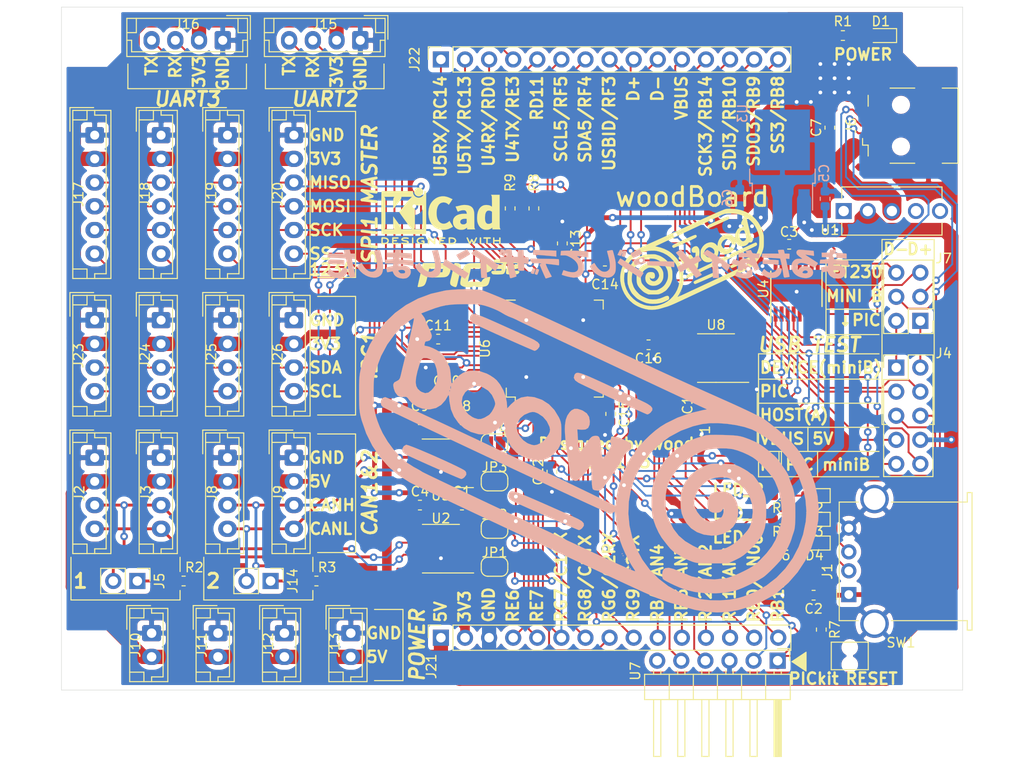
<source format=kicad_pcb>
(kicad_pcb (version 20171130) (host pcbnew "(5.1.6)-1")
  (layers (0 F.Cu signal) (31 B.Cu signal) (34 B.Paste user) (35 F.Paste user) (36 B.SilkS user) (37 F.SilkS user) (38 B.Mask user) (39 F.Mask user) (44 Edge.Cuts user))
  (net 0 "")
  (net 1 +5V)
  (net 2 GND)
  (net 3 +3V3)
  (net 4 "Net-(D1-Pad2)")
  (net 5 "Net-(D2-Pad2)")
  (net 6 "Net-(D3-Pad2)")
  (net 7 "Net-(D4-Pad2)")
  (net 8 /RB11)
  (net 9 /AN0)
  (net 10 /AN1)
  (net 11 /AN2)
  (net 12 /AN3)
  (net 13 /AN4)
  (net 14 /C2TX)
  (net 15 /C2RX)
  (net 16 /C1TX)
  (net 17 /C1RX)
  (net 18 /RE7)
  (net 19 /RE6)
  (net 20 /D-)
  (net 21 /D+)
  (net 22 /VBUS)
  (net 23 /USBID)
  (net 24 /U5RX)
  (net 25 /U5TX)
  (net 26 /U4RX)
  (net 27 /U4TX)
  (net 28 /RD11)
  (net 29 /SCL5)
  (net 30 /SDA5)
  (net 31 /SCK3)
  (net 32 /SDI3)
  (net 33 /SDO3)
  (net 34 /SS3)
  (net 35 /U2TX)
  (net 36 /U2RX)
  (net 37 /GPIO_SS1)
  (net 38 /SCK1)
  (net 39 /SDO1)
  (net 40 /SDI1)
  (net 41 /SDA1)
  (net 42 /SCL1)
  (net 43 /U3RX)
  (net 44 /U3TX)
  (net 45 /GPIO_SS2)
  (net 46 /GPIO_SS3)
  (net 47 /CANL1)
  (net 48 /CANL2)
  (net 49 /GPIO_SS4)
  (net 50 /CANH1)
  (net 51 /CANH2)
  (net 52 /MCLR)
  (net 53 /LED_R)
  (net 54 /LED_G)
  (net 55 /LED_B)
  (net 56 /PGED2)
  (net 57 /PGEC2)
  (net 58 /U1RX)
  (net 59 /U1TX)
  (net 60 /OSC)
  (net 61 "Net-(JP1-Pad2)")
  (net 62 "Net-(JP2-Pad2)")
  (net 63 "Net-(JP3-Pad2)")
  (net 64 "Net-(JP4-Pad2)")
  (net 65 "Net-(J1-Pad2)")
  (net 66 "Net-(J1-Pad3)")
  (net 67 "Net-(J5-Pad1)")
  (net 68 "Net-(J6-Pad2)")
  (net 69 "Net-(J6-Pad3)")
  (net 70 "Net-(J7-Pad5)")
  (net 71 "Net-(J7-Pad6)")
  (net 72 "Net-(J14-Pad1)")
  (net 73 "Net-(U1-Pad1)")
  (net 74 "Net-(U1-Pad4)")
  (net 75 "Net-(U1-Pad5)")
  (net 76 "Net-(U4-Pad2)")
  (net 77 "Net-(U4-Pad6)")
  (net 78 "Net-(U4-Pad7)")
  (net 79 "Net-(U4-Pad10)")
  (net 80 "Net-(U4-Pad14)")
  (net 81 "Net-(U4-Pad15)")
  (net 82 "Net-(U4-Pad16)")
  (net 83 "Net-(U6-Pad32)")
  (net 84 "Net-(U7-Pad6)")
  (net 85 "Net-(U8-Pad1)")
  (net 86 "Net-(U8-Pad2)")
  (net 87 "Net-(U8-Pad3)")
  (net 88 "Net-(U8-Pad6)")
  (net 89 "Net-(U8-Pad7)")
  (net 90 "Net-(J4-Pad1)")
  (net 91 "Net-(J4-Pad2)")
  (net 92 /B_Mini_VBUS)
  (net 93 /B_Mini_ID)
  (module 0_kicad_wood:logo_marutawoime-gi_55_3_mm (layer B.Cu) (at 155.5 105 180)
    (fp_text reference G*** hide)
    (fp_text value LOGO hide)
  )
  (module 0_kicad_wood:logo_woodmark_49_35_mm (layer B.Cu) (at 155.5 124.5 180)
    (fp_text reference G*** hide)
    (fp_text value LOGO hide)
  )
  (module 0_kicad_wood:logo_pic32_11_3_mm (layer F.Cu) (at 143 106)
    (fp_text reference G*** hide)
    (fp_text value LOGO hide)
  )
  (module Symbol:KiCad-Logo2_5mm_SilkScreen (layer F.Cu) (at 140 100)
    (fp_text reference REF** hide)
    (fp_text value KiCad-Logo2_5mm_SilkScreen hide)
  )
  (module 0_kicad_wood:logo_woodmark_15_11_mm (layer F.Cu) (at 166.5 104.5)
    (fp_text reference G*** hide)
    (fp_text value LOGO hide)
  )
  (module MountingHole:MountingHole_3.2mm_M3 (layer F.Cu) (at 192 147)
    (fp_text reference REF** hide)
    (fp_text value MountingHole_3.2mm_M3)
    (pad 1 np_thru_hole circle (at 0 0) (size 3.2 3.2) (drill 3.2) (layers *.Cu *.Mask))
  )
  (module MountingHole:MountingHole_3.2mm_M3 (layer F.Cu) (at 192 81)
    (fp_text reference REF** hide)
    (fp_text value MountingHole_3.2mm_M3)
    (pad 1 np_thru_hole circle (at 0 0) (size 3.2 3.2) (drill 3.2) (layers *.Cu *.Mask))
  )
  (module MountingHole:MountingHole_3.2mm_M3 (layer F.Cu) (at 103 81)
    (fp_text reference REF** hide)
    (fp_text value MountingHole_3.2mm_M3)
    (pad 1 np_thru_hole circle (at 0 0) (size 3.2 3.2) (drill 3.2) (layers *.Cu *.Mask))
  )
  (module MountingHole:MountingHole_3.2mm_M3 (layer F.Cu) (at 103 147)
    (fp_text reference REF** hide)
    (fp_text value MountingHole_3.2mm_M3)
    (pad 1 np_thru_hole circle (at 0 0) (size 3.2 3.2) (drill 3.2) (layers *.Cu *.Mask))
  )
  (module Capacitor_SMD:C_0603_1608Metric (layer F.Cu) (at 179.2875 140 180)
    (fp_text reference C2 (at 0 -1.43) (layer F.SilkS))
    (fp_text value 0.1u)
    (pad 1 smd roundrect (at -0.7875 0 180) (size 0.875 0.95) (layers F.Cu F.Paste F.Mask) (net 1 +5V))
    (pad 2 smd roundrect (at 0.7875 0 180) (size 0.875 0.95) (layers F.Cu F.Paste F.Mask) (net 2 GND))
  )
  (module Capacitor_SMD:C_0603_1608Metric (layer F.Cu) (at 181 90.7125 90)
    (fp_text reference C7 (at 0 -1.43 90) (layer F.SilkS))
    (fp_text value 0.1u)
    (pad 1 smd roundrect (at -0.7875 0 90) (size 0.875 0.95) (layers F.Cu F.Paste F.Mask) (net 92 /B_Mini_VBUS))
    (pad 2 smd roundrect (at 0.7875 0 90) (size 0.875 0.95) (layers F.Cu F.Paste F.Mask) (net 2 GND))
  )
  (module Capacitor_SMD:C_0603_1608Metric (layer F.Cu) (at 151.7 126.9875 90)
    (fp_text reference C12 (at 0 -1.43 -90) (layer F.SilkS))
    (fp_text value 0.1u)
    (pad 1 smd roundrect (at -0.7875 0 90) (size 0.875 0.95) (layers F.Cu F.Paste F.Mask) (net 2 GND))
    (pad 2 smd roundrect (at 0.7875 0 90) (size 0.875 0.95) (layers F.Cu F.Paste F.Mask) (net 3 +3V3))
  )
  (module Capacitor_SMD:C_0603_1608Metric (layer F.Cu) (at 157.9 120.8875 270)
    (fp_text reference C15 (at 0 -1.43 90) (layer F.SilkS))
    (fp_text value 0.1u)
    (pad 2 smd roundrect (at 0.7875 0 270) (size 0.875 0.95) (layers F.Cu F.Paste F.Mask) (net 2 GND))
    (pad 1 smd roundrect (at -0.7875 0 270) (size 0.875 0.95) (layers F.Cu F.Paste F.Mask) (net 3 +3V3))
  )
  (module Capacitor_SMD:C_0603_1608Metric (layer F.Cu) (at 140.6125 116 180)
    (fp_text reference C10 (at 0 -1.43) (layer F.SilkS))
    (fp_text value 0.1u)
    (pad 1 smd roundrect (at -0.7875 0 180) (size 0.875 0.95) (layers F.Cu F.Paste F.Mask) (net 3 +3V3))
    (pad 2 smd roundrect (at 0.7875 0 180) (size 0.875 0.95) (layers F.Cu F.Paste F.Mask) (net 2 GND))
  )
  (module Capacitor_SMD:C_0603_1608Metric (layer F.Cu) (at 161.8875 113.6 180)
    (fp_text reference C16 (at 0 -1.43) (layer F.SilkS))
    (fp_text value 0.1u)
    (pad 2 smd roundrect (at 0.7875 0 180) (size 0.875 0.95) (layers F.Cu F.Paste F.Mask) (net 3 +3V3))
    (pad 1 smd roundrect (at -0.7875 0 180) (size 0.875 0.95) (layers F.Cu F.Paste F.Mask) (net 2 GND))
  )
  (module Capacitor_SMD:C_0603_1608Metric (layer F.Cu) (at 139.7125 113)
    (fp_text reference C11 (at 0 -1.43) (layer F.SilkS))
    (fp_text value 0.1u)
    (pad 1 smd roundrect (at -0.7875 0) (size 0.875 0.95) (layers F.Cu F.Paste F.Mask) (net 2 GND))
    (pad 2 smd roundrect (at 0.7875 0) (size 0.875 0.95) (layers F.Cu F.Paste F.Mask) (net 3 +3V3))
  )
  (module Capacitor_SMD:C_0603_1608Metric (layer F.Cu) (at 176.7125 103 180)
    (fp_text reference C3 (at 0.0125 1.3) (layer F.SilkS))
    (fp_text value 0.1u)
    (pad 2 smd roundrect (at 0.7875 0 180) (size 0.875 0.95) (layers F.Cu F.Paste F.Mask) (net 2 GND))
    (pad 1 smd roundrect (at -0.7875 0 180) (size 0.875 0.95) (layers F.Cu F.Paste F.Mask) (net 1 +5V))
  )
  (module Capacitor_SMD:C_0603_1608Metric (layer F.Cu) (at 152.8 102.9125 270)
    (fp_text reference C13 (at 0 -1.43 90) (layer F.SilkS))
    (fp_text value 0.1u)
    (pad 2 smd roundrect (at 0.7875 0 270) (size 0.875 0.95) (layers F.Cu F.Paste F.Mask) (net 3 +3V3))
    (pad 1 smd roundrect (at -0.7875 0 270) (size 0.875 0.95) (layers F.Cu F.Paste F.Mask) (net 2 GND))
  )
  (module Capacitor_SMD:C_0603_1608Metric (layer F.Cu) (at 157.2875 105.8 180)
    (fp_text reference C14 (at 0 -1.43) (layer F.SilkS))
    (fp_text value 0.1u)
    (pad 1 smd roundrect (at -0.7875 0 180) (size 0.875 0.95) (layers F.Cu F.Paste F.Mask) (net 2 GND))
    (pad 2 smd roundrect (at 0.7875 0 180) (size 0.875 0.95) (layers F.Cu F.Paste F.Mask) (net 3 +3V3))
  )
  (module Capacitor_SMD:C_0603_1608Metric (layer B.Cu) (at 180.5 98.2125 90)
    (fp_text reference C5 (at 2.7125 -0.1 90) (layer B.SilkS) (effects (justify mirror)))
    (fp_text value 0.1u)
    (pad 1 smd roundrect (at -0.7875 0 90) (size 0.875 0.95) (layers B.Cu B.Paste B.Mask) (net 1 +5V))
    (pad 2 smd roundrect (at 0.7875 0 90) (size 0.875 0.95) (layers B.Cu B.Paste B.Mask) (net 2 GND))
  )
  (module Capacitor_SMD:C_0603_1608Metric_Pad1.05x0.95mm_HandSolder (layer B.Cu) (at 171.5 98.125 90)
    (fp_text reference C6 (at 0 -1.3 90) (layer B.SilkS) (effects (justify mirror)))
    (fp_text value 10u)
    (pad 1 smd roundrect (at -0.875 0 90) (size 1.05 0.95) (layers B.Cu B.Paste B.Mask) (net 3 +3V3))
    (pad 2 smd roundrect (at 0.875 0 90) (size 1.05 0.95) (layers B.Cu B.Paste B.Mask) (net 2 GND))
  )
  (module Capacitor_SMD:C_0603_1608Metric (layer F.Cu) (at 167.5 119.4875 270)
    (fp_text reference C17 (at 0.0125 1.5 90) (layer F.SilkS))
    (fp_text value 0.1u)
    (pad 1 smd roundrect (at -0.7875 0 270) (size 0.875 0.95) (layers F.Cu F.Paste F.Mask) (net 3 +3V3))
    (pad 2 smd roundrect (at 0.7875 0 270) (size 0.875 0.95) (layers F.Cu F.Paste F.Mask) (net 2 GND))
  )
  (module Capacitor_SMD:C_0603_1608Metric (layer F.Cu) (at 137.7875 130.5)
    (fp_text reference C4 (at 0 -1.43) (layer F.SilkS))
    (fp_text value 0.1u)
    (pad 1 smd roundrect (at -0.7875 0) (size 0.875 0.95) (layers F.Cu F.Paste F.Mask) (net 3 +3V3))
    (pad 2 smd roundrect (at 0.7875 0) (size 0.875 0.95) (layers F.Cu F.Paste F.Mask) (net 2 GND))
  )
  (module Capacitor_SMD:C_0603_1608Metric (layer F.Cu) (at 137.7875 121.5)
    (fp_text reference C9 (at 0 -1.43) (layer F.SilkS))
    (fp_text value 0.1u)
    (pad 2 smd roundrect (at 0.7875 0) (size 0.875 0.95) (layers F.Cu F.Paste F.Mask) (net 2 GND))
    (pad 1 smd roundrect (at -0.7875 0) (size 0.875 0.95) (layers F.Cu F.Paste F.Mask) (net 3 +3V3))
  )
  (module Capacitor_SMD:C_0603_1608Metric (layer F.Cu) (at 142.2125 130.5)
    (fp_text reference C1 (at 0 -1.43) (layer F.SilkS))
    (fp_text value 0.1u)
    (pad 2 smd roundrect (at 0.7875 0) (size 0.875 0.95) (layers F.Cu F.Paste F.Mask) (net 1 +5V))
    (pad 1 smd roundrect (at -0.7875 0) (size 0.875 0.95) (layers F.Cu F.Paste F.Mask) (net 2 GND))
  )
  (module Capacitor_SMD:C_0603_1608Metric (layer F.Cu) (at 142.2125 121.5)
    (fp_text reference C8 (at 0 -1.43) (layer F.SilkS))
    (fp_text value 0.1u)
    (pad 2 smd roundrect (at 0.7875 0) (size 0.875 0.95) (layers F.Cu F.Paste F.Mask) (net 1 +5V))
    (pad 1 smd roundrect (at -0.7875 0) (size 0.875 0.95) (layers F.Cu F.Paste F.Mask) (net 2 GND))
  )
  (module LED_SMD:LED_0603_1608Metric_Pad1.05x0.95mm_HandSolder (layer F.Cu) (at 179.375 129.5 180)
    (fp_text reference D2 (at 0 -1.3) (layer F.SilkS))
    (fp_text value LED)
    (pad 1 smd roundrect (at -0.875 0 180) (size 1.05 0.95) (layers F.Cu F.Paste F.Mask) (net 2 GND))
    (pad 2 smd roundrect (at 0.875 0 180) (size 1.05 0.95) (layers F.Cu F.Paste F.Mask) (net 5 "Net-(D2-Pad2)"))
  )
  (module LED_SMD:LED_0603_1608Metric_Pad1.05x0.95mm_HandSolder (layer F.Cu) (at 179.375 132 180)
    (fp_text reference D3 (at 0 -1.3) (layer F.SilkS))
    (fp_text value LED)
    (pad 2 smd roundrect (at 0.875 0 180) (size 1.05 0.95) (layers F.Cu F.Paste F.Mask) (net 6 "Net-(D3-Pad2)"))
    (pad 1 smd roundrect (at -0.875 0 180) (size 1.05 0.95) (layers F.Cu F.Paste F.Mask) (net 2 GND))
  )
  (module LED_SMD:LED_0603_1608Metric_Pad1.05x0.95mm_HandSolder (layer F.Cu) (at 179.375 134.5 180)
    (fp_text reference D4 (at 0 -1.3) (layer F.SilkS))
    (fp_text value LED)
    (pad 1 smd roundrect (at -0.875 0 180) (size 1.05 0.95) (layers F.Cu F.Paste F.Mask) (net 2 GND))
    (pad 2 smd roundrect (at 0.875 0 180) (size 1.05 0.95) (layers F.Cu F.Paste F.Mask) (net 7 "Net-(D4-Pad2)"))
  )
  (module LED_SMD:LED_0603_1608Metric_Pad1.05x0.95mm_HandSolder (layer F.Cu) (at 186.375 81 180)
    (fp_text reference D1 (at 0 1.5) (layer F.SilkS))
    (fp_text value LED)
    (pad 2 smd roundrect (at 0.875 0 180) (size 1.05 0.95) (layers F.Cu F.Paste F.Mask) (net 4 "Net-(D1-Pad2)"))
    (pad 1 smd roundrect (at -0.875 0 180) (size 1.05 0.95) (layers F.Cu F.Paste F.Mask) (net 2 GND))
  )
  (module Connector_PinSocket_2.54mm:PinSocket_1x15_P2.54mm_Vertical (layer F.Cu) (at 140 144.48 90)
    (fp_text reference J21 (at -3.02 -1 90) (layer F.SilkS))
    (fp_text value Conn_01x15)
    (pad 15 thru_hole oval (at 0 35.56 90) (size 1.7 1.7) (drill 1) (layers *.Cu *.Mask) (net 8 /RB11))
    (pad 14 thru_hole oval (at 0 33.02 90) (size 1.7 1.7) (drill 1) (layers *.Cu *.Mask) (net 9 /AN0))
    (pad 13 thru_hole oval (at 0 30.48 90) (size 1.7 1.7) (drill 1) (layers *.Cu *.Mask) (net 10 /AN1))
    (pad 12 thru_hole oval (at 0 27.94 90) (size 1.7 1.7) (drill 1) (layers *.Cu *.Mask) (net 11 /AN2))
    (pad 11 thru_hole oval (at 0 25.4 90) (size 1.7 1.7) (drill 1) (layers *.Cu *.Mask) (net 12 /AN3))
    (pad 10 thru_hole oval (at 0 22.86 90) (size 1.7 1.7) (drill 1) (layers *.Cu *.Mask) (net 13 /AN4))
    (pad 9 thru_hole oval (at 0 20.32 90) (size 1.7 1.7) (drill 1) (layers *.Cu *.Mask) (net 14 /C2TX))
    (pad 8 thru_hole oval (at 0 17.78 90) (size 1.7 1.7) (drill 1) (layers *.Cu *.Mask) (net 15 /C2RX))
    (pad 7 thru_hole oval (at 0 15.24 90) (size 1.7 1.7) (drill 1) (layers *.Cu *.Mask) (net 16 /C1TX))
    (pad 6 thru_hole oval (at 0 12.7 90) (size 1.7 1.7) (drill 1) (layers *.Cu *.Mask) (net 17 /C1RX))
    (pad 5 thru_hole oval (at 0 10.16 90) (size 1.7 1.7) (drill 1) (layers *.Cu *.Mask) (net 18 /RE7))
    (pad 4 thru_hole oval (at 0 7.62 90) (size 1.7 1.7) (drill 1) (layers *.Cu *.Mask) (net 19 /RE6))
    (pad 3 thru_hole oval (at 0 5.08 90) (size 1.7 1.7) (drill 1) (layers *.Cu *.Mask) (net 2 GND))
    (pad 2 thru_hole oval (at 0 2.54 90) (size 1.7 1.7) (drill 1) (layers *.Cu *.Mask) (net 3 +3V3))
    (pad 1 thru_hole rect (at 0 0 90) (size 1.7 1.7) (drill 1) (layers *.Cu *.Mask) (net 1 +5V))
  )
  (module Connector_USB:USB_A_Stewart_SS-52100-001_Horizontal (layer F.Cu) (at 183 139.93 90)
    (fp_text reference J1 (at 2.43 -2.26 90) (layer F.SilkS))
    (fp_text value USB_A)
    (pad 5 thru_hole circle (at 10.07 2.71 90) (size 3 3) (drill 2.3) (layers *.Cu *.Mask) (net 2 GND))
    (pad 5 thru_hole circle (at -3.07 2.71 90) (size 3 3) (drill 2.3) (layers *.Cu *.Mask) (net 2 GND))
    (pad 1 thru_hole rect (at 0 0 90) (size 1.6 1.6) (drill 0.92) (layers *.Cu *.Mask) (net 1 +5V))
    (pad 2 thru_hole circle (at 2.5 0 90) (size 1.6 1.6) (drill 0.92) (layers *.Cu *.Mask) (net 65 "Net-(J1-Pad2)"))
    (pad 3 thru_hole circle (at 4.5 0 90) (size 1.6 1.6) (drill 0.92) (layers *.Cu *.Mask) (net 66 "Net-(J1-Pad3)"))
    (pad 4 thru_hole circle (at 7 0 90) (size 1.6 1.6) (drill 0.92) (layers *.Cu *.Mask) (net 2 GND))
  )
  (module Connector_USB:USB_Mini-B_Wuerth_65100516121_Horizontal (layer F.Cu) (at 188.5 90.5 90)
    (fp_text reference J6 (at 0 -5.25 90) (layer F.SilkS))
    (fp_text value USB_B_Mini)
    (pad 6 smd rect (at -4.4 2.9 90) (size 2 2.5) (layers F.Cu F.Paste F.Mask) (net 2 GND))
    (pad 6 smd rect (at 4.4 2.9 90) (size 2 2.5) (layers F.Cu F.Paste F.Mask) (net 2 GND))
    (pad 6 smd rect (at -4.4 -2.6 90) (size 2 2.5) (layers F.Cu F.Paste F.Mask) (net 2 GND))
    (pad 6 smd rect (at 4.4 -2.6 90) (size 2 2.5) (layers F.Cu F.Paste F.Mask) (net 2 GND))
    (pad 1 smd rect (at -1.6 -2.6 90) (size 0.5 2.5) (layers F.Cu F.Paste F.Mask) (net 92 /B_Mini_VBUS))
    (pad 2 smd rect (at -0.8 -2.6 90) (size 0.5 2.5) (layers F.Cu F.Paste F.Mask) (net 68 "Net-(J6-Pad2)"))
    (pad 3 smd rect (at 0 -2.6 90) (size 0.5 2.5) (layers F.Cu F.Paste F.Mask) (net 69 "Net-(J6-Pad3)"))
    (pad 4 smd rect (at 0.8 -2.6 90) (size 0.5 2.5) (layers F.Cu F.Paste F.Mask) (net 93 /B_Mini_ID))
    (pad 5 smd rect (at 1.6 -2.6 90) (size 0.5 2.5) (layers F.Cu F.Paste F.Mask) (net 2 GND))
    (pad "" np_thru_hole circle (at -2.2 0 90) (size 0.9 0.9) (drill 0.9) (layers *.Cu *.Mask))
    (pad "" np_thru_hole circle (at 2.2 0 90) (size 0.9 0.9) (drill 0.9) (layers *.Cu *.Mask))
  )
  (module Connector_PinHeader_2.54mm:PinHeader_2x05_P2.54mm_Vertical (layer F.Cu) (at 188 116)
    (fp_text reference J4 (at 5 -1.5) (layer F.SilkS))
    (fp_text value Conn_02x05_Odd_Even)
    (pad 10 thru_hole oval (at 2.54 10.16) (size 1.7 1.7) (drill 1) (layers *.Cu *.Mask) (net 93 /B_Mini_ID))
    (pad 9 thru_hole oval (at 0 10.16) (size 1.7 1.7) (drill 1) (layers *.Cu *.Mask) (net 23 /USBID))
    (pad 8 thru_hole oval (at 2.54 7.62) (size 1.7 1.7) (drill 1) (layers *.Cu *.Mask) (net 1 +5V))
    (pad 7 thru_hole oval (at 0 7.62) (size 1.7 1.7) (drill 1) (layers *.Cu *.Mask) (net 22 /VBUS))
    (pad 6 thru_hole oval (at 2.54 5.08) (size 1.7 1.7) (drill 1) (layers *.Cu *.Mask) (net 66 "Net-(J1-Pad3)"))
    (pad 5 thru_hole oval (at 0 5.08) (size 1.7 1.7) (drill 1) (layers *.Cu *.Mask) (net 65 "Net-(J1-Pad2)"))
    (pad 4 thru_hole oval (at 2.54 2.54) (size 1.7 1.7) (drill 1) (layers *.Cu *.Mask) (net 21 /D+))
    (pad 3 thru_hole oval (at 0 2.54) (size 1.7 1.7) (drill 1) (layers *.Cu *.Mask) (net 20 /D-))
    (pad 2 thru_hole oval (at 2.54 0) (size 1.7 1.7) (drill 1) (layers *.Cu *.Mask) (net 91 "Net-(J4-Pad2)"))
    (pad 1 thru_hole rect (at 0 0) (size 1.7 1.7) (drill 1) (layers *.Cu *.Mask) (net 90 "Net-(J4-Pad1)"))
  )
  (module Connector_PinHeader_2.54mm:PinHeader_2x03_P2.54mm_Vertical (layer F.Cu) (at 190.54 111.08 180)
    (fp_text reference J7 (at -2.46 6.58) (layer F.SilkS))
    (fp_text value Conn_02x03_Odd_Even)
    (pad 6 thru_hole oval (at 2.54 5.08 180) (size 1.7 1.7) (drill 1) (layers *.Cu *.Mask) (net 71 "Net-(J7-Pad6)"))
    (pad 5 thru_hole oval (at 0 5.08 180) (size 1.7 1.7) (drill 1) (layers *.Cu *.Mask) (net 70 "Net-(J7-Pad5)"))
    (pad 4 thru_hole oval (at 2.54 2.54 180) (size 1.7 1.7) (drill 1) (layers *.Cu *.Mask) (net 68 "Net-(J6-Pad2)"))
    (pad 3 thru_hole oval (at 0 2.54 180) (size 1.7 1.7) (drill 1) (layers *.Cu *.Mask) (net 69 "Net-(J6-Pad3)"))
    (pad 2 thru_hole oval (at 2.54 0 180) (size 1.7 1.7) (drill 1) (layers *.Cu *.Mask) (net 90 "Net-(J4-Pad1)"))
    (pad 1 thru_hole rect (at 0 0 180) (size 1.7 1.7) (drill 1) (layers *.Cu *.Mask) (net 91 "Net-(J4-Pad2)"))
  )
  (module Connector_PinSocket_2.54mm:PinSocket_1x15_P2.54mm_Vertical (layer F.Cu) (at 140 83.52 90)
    (fp_text reference J22 (at 0 -2.77 90) (layer F.SilkS))
    (fp_text value Conn_01x15)
    (pad 1 thru_hole rect (at 0 0 90) (size 1.7 1.7) (drill 1) (layers *.Cu *.Mask) (net 24 /U5RX))
    (pad 2 thru_hole oval (at 0 2.54 90) (size 1.7 1.7) (drill 1) (layers *.Cu *.Mask) (net 25 /U5TX))
    (pad 3 thru_hole oval (at 0 5.08 90) (size 1.7 1.7) (drill 1) (layers *.Cu *.Mask) (net 26 /U4RX))
    (pad 4 thru_hole oval (at 0 7.62 90) (size 1.7 1.7) (drill 1) (layers *.Cu *.Mask) (net 27 /U4TX))
    (pad 5 thru_hole oval (at 0 10.16 90) (size 1.7 1.7) (drill 1) (layers *.Cu *.Mask) (net 28 /RD11))
    (pad 6 thru_hole oval (at 0 12.7 90) (size 1.7 1.7) (drill 1) (layers *.Cu *.Mask) (net 29 /SCL5))
    (pad 7 thru_hole oval (at 0 15.24 90) (size 1.7 1.7) (drill 1) (layers *.Cu *.Mask) (net 30 /SDA5))
    (pad 8 thru_hole oval (at 0 17.78 90) (size 1.7 1.7) (drill 1) (layers *.Cu *.Mask) (net 23 /USBID))
    (pad 9 thru_hole oval (at 0 20.32 90) (size 1.7 1.7) (drill 1) (layers *.Cu *.Mask) (net 21 /D+))
    (pad 10 thru_hole oval (at 0 22.86 90) (size 1.7 1.7) (drill 1) (layers *.Cu *.Mask) (net 20 /D-))
    (pad 11 thru_hole oval (at 0 25.4 90) (size 1.7 1.7) (drill 1) (layers *.Cu *.Mask) (net 22 /VBUS))
    (pad 12 thru_hole oval (at 0 27.94 90) (size 1.7 1.7) (drill 1) (layers *.Cu *.Mask) (net 31 /SCK3))
    (pad 13 thru_hole oval (at 0 30.48 90) (size 1.7 1.7) (drill 1) (layers *.Cu *.Mask) (net 32 /SDI3))
    (pad 14 thru_hole oval (at 0 33.02 90) (size 1.7 1.7) (drill 1) (layers *.Cu *.Mask) (net 33 /SDO3))
    (pad 15 thru_hole oval (at 0 35.56 90) (size 1.7 1.7) (drill 1) (layers *.Cu *.Mask) (net 34 /SS3))
  )
  (module Connector_PinHeader_2.54mm:PinHeader_1x02_P2.54mm_Vertical (layer F.Cu) (at 108 138.5 270)
    (fp_text reference J5 (at 0 -2.33 90) (layer F.SilkS))
    (fp_text value Conn_01x02)
    (pad 2 thru_hole oval (at 0 2.54 270) (size 1.7 1.7) (drill 1) (layers *.Cu *.Mask) (net 47 /CANL1))
    (pad 1 thru_hole rect (at 0 0 270) (size 1.7 1.7) (drill 1) (layers *.Cu *.Mask) (net 67 "Net-(J5-Pad1)"))
  )
  (module Connector_PinHeader_2.54mm:PinHeader_1x02_P2.54mm_Vertical (layer F.Cu) (at 122.04 138.5 270)
    (fp_text reference J14 (at 0 -2.33 90) (layer F.SilkS))
    (fp_text value Conn_01x02)
    (pad 1 thru_hole rect (at 0 0 270) (size 1.7 1.7) (drill 1) (layers *.Cu *.Mask) (net 72 "Net-(J14-Pad1)"))
    (pad 2 thru_hole oval (at 0 2.54 270) (size 1.7 1.7) (drill 1) (layers *.Cu *.Mask) (net 48 /CANL2))
  )
  (module Resistor_SMD:R_0603_1608Metric_Pad1.05x0.95mm_HandSolder (layer F.Cu) (at 180.1 143.625 270)
    (fp_text reference R7 (at 0 -1.43 90) (layer F.SilkS))
    (fp_text value 10k)
    (pad 2 smd roundrect (at 0.875 0 270) (size 1.05 0.95) (layers F.Cu F.Paste F.Mask) (net 52 /MCLR))
    (pad 1 smd roundrect (at -0.875 0 270) (size 1.05 0.95) (layers F.Cu F.Paste F.Mask) (net 3 +3V3))
  )
  (module Resistor_SMD:R_0603_1608Metric_Pad1.05x0.95mm_HandSolder (layer F.Cu) (at 175.875 129.5 180)
    (fp_text reference R4 (at 0 -1.3) (layer F.SilkS))
    (fp_text value 1k)
    (pad 1 smd roundrect (at -0.875 0 180) (size 1.05 0.95) (layers F.Cu F.Paste F.Mask) (net 5 "Net-(D2-Pad2)"))
    (pad 2 smd roundrect (at 0.875 0 180) (size 1.05 0.95) (layers F.Cu F.Paste F.Mask) (net 53 /LED_R))
  )
  (module Resistor_SMD:R_0603_1608Metric_Pad1.05x0.95mm_HandSolder (layer F.Cu) (at 175.875 132 180)
    (fp_text reference R5 (at 0 -1.3) (layer F.SilkS))
    (fp_text value 1k)
    (pad 2 smd roundrect (at 0.875 0 180) (size 1.05 0.95) (layers F.Cu F.Paste F.Mask) (net 54 /LED_G))
    (pad 1 smd roundrect (at -0.875 0 180) (size 1.05 0.95) (layers F.Cu F.Paste F.Mask) (net 6 "Net-(D3-Pad2)"))
  )
  (module Resistor_SMD:R_0603_1608Metric_Pad1.05x0.95mm_HandSolder (layer F.Cu) (at 175.875 134.5 180)
    (fp_text reference R6 (at 0 -1.3) (layer F.SilkS))
    (fp_text value 1k)
    (pad 1 smd roundrect (at -0.875 0 180) (size 1.05 0.95) (layers F.Cu F.Paste F.Mask) (net 7 "Net-(D4-Pad2)"))
    (pad 2 smd roundrect (at 0.875 0 180) (size 1.05 0.95) (layers F.Cu F.Paste F.Mask) (net 55 /LED_B))
  )
  (module Resistor_SMD:R_0603_1608Metric_Pad1.05x0.95mm_HandSolder (layer F.Cu) (at 182.375 81 180)
    (fp_text reference R1 (at 0 1.5) (layer F.SilkS))
    (fp_text value 1k)
    (pad 1 smd roundrect (at -0.875 0 180) (size 1.05 0.95) (layers F.Cu F.Paste F.Mask) (net 4 "Net-(D1-Pad2)"))
    (pad 2 smd roundrect (at 0.875 0 180) (size 1.05 0.95) (layers F.Cu F.Paste F.Mask) (net 3 +3V3))
  )
  (module Resistor_SMD:R_0603_1608Metric_Pad1.05x0.95mm_HandSolder (layer F.Cu) (at 149.8 99.225 90)
    (fp_text reference R8 (at 2.725 0 90) (layer F.SilkS))
    (fp_text value 1k)
    (pad 2 smd roundrect (at 0.875 0 90) (size 1.05 0.95) (layers F.Cu F.Paste F.Mask) (net 3 +3V3))
    (pad 1 smd roundrect (at -0.875 0 90) (size 1.05 0.95) (layers F.Cu F.Paste F.Mask) (net 41 /SDA1))
  )
  (module Resistor_SMD:R_0603_1608Metric_Pad1.05x0.95mm_HandSolder (layer F.Cu) (at 147.3 99.225 90)
    (fp_text reference R9 (at 2.725 0 90) (layer F.SilkS))
    (fp_text value 1k)
    (pad 1 smd roundrect (at -0.875 0 90) (size 1.05 0.95) (layers F.Cu F.Paste F.Mask) (net 42 /SCL1))
    (pad 2 smd roundrect (at 0.875 0 90) (size 1.05 0.95) (layers F.Cu F.Paste F.Mask) (net 3 +3V3))
  )
  (module Resistor_SMD:R_0603_1608Metric_Pad1.05x0.95mm_HandSolder (layer F.Cu) (at 112.875 138.5)
    (fp_text reference R2 (at 1.125 -1.43) (layer F.SilkS))
    (fp_text value 120)
    (pad 1 smd roundrect (at -0.875 0) (size 1.05 0.95) (layers F.Cu F.Paste F.Mask) (net 67 "Net-(J5-Pad1)"))
    (pad 2 smd roundrect (at 0.875 0) (size 1.05 0.95) (layers F.Cu F.Paste F.Mask) (net 50 /CANH1))
  )
  (module Resistor_SMD:R_0603_1608Metric_Pad1.05x0.95mm_HandSolder (layer F.Cu) (at 126.875 138.5)
    (fp_text reference R3 (at 1.125 -1.43) (layer F.SilkS))
    (fp_text value 120)
    (pad 2 smd roundrect (at 0.875 0) (size 1.05 0.95) (layers F.Cu F.Paste F.Mask) (net 51 /CANH2))
    (pad 1 smd roundrect (at -0.875 0) (size 1.05 0.95) (layers F.Cu F.Paste F.Mask) (net 72 "Net-(J14-Pad1)"))
  )
  (module 0_kicad_wood:SW_TVAF06-A020B-R (layer F.Cu) (at 183.1 146.4)
    (fp_text reference SW1 (at 5.4 -1.4) (layer F.SilkS))
    (fp_text value SW_Push)
    (pad "" np_thru_hole circle (at 0 -0.9) (size 0.75 0.75) (drill 0.75) (layers *.Cu *.Mask))
    (pad "" np_thru_hole circle (at 0 0.9) (size 0.75 0.75) (drill 0.75) (layers *.Cu *.Mask))
    (pad 2 smd rect (at 2.75 0) (size 1.05 1.6) (layers F.Cu F.Paste F.Mask) (net 2 GND))
    (pad 1 smd rect (at -2.75 0) (size 1.05 1.6) (layers F.Cu F.Paste F.Mask) (net 52 /MCLR))
  )
  (module Package_SO:QSOP-16_3.9x4.9mm_P0.635mm (layer F.Cu) (at 177.5 107.7 90)
    (fp_text reference U4 (at 0 -3.5 90) (layer F.SilkS))
    (fp_text value FT230XS)
    (pad 1 smd rect (at -2.6543 -2.2225 90) (size 1.6 0.41) (layers F.Cu F.Paste F.Mask) (net 58 /U1RX))
    (pad 2 smd rect (at -2.6543 -1.5875 90) (size 1.6 0.41) (layers F.Cu F.Paste F.Mask) (net 76 "Net-(U4-Pad2)"))
    (pad 3 smd rect (at -2.6543 -0.9525 90) (size 1.6 0.41) (layers F.Cu F.Paste F.Mask) (net 3 +3V3))
    (pad 4 smd rect (at -2.6543 -0.3175 90) (size 1.6 0.41) (layers F.Cu F.Paste F.Mask) (net 59 /U1TX))
    (pad 5 smd rect (at -2.6543 0.3175 90) (size 1.6 0.41) (layers F.Cu F.Paste F.Mask) (net 2 GND))
    (pad 6 smd rect (at -2.6543 0.9525 90) (size 1.6 0.41) (layers F.Cu F.Paste F.Mask) (net 77 "Net-(U4-Pad6)"))
    (pad 7 smd rect (at -2.6543 1.5875 90) (size 1.6 0.41) (layers F.Cu F.Paste F.Mask) (net 78 "Net-(U4-Pad7)"))
    (pad 8 smd rect (at -2.6543 2.2225 90) (size 1.6 0.41) (layers F.Cu F.Paste F.Mask) (net 70 "Net-(J7-Pad5)"))
    (pad 9 smd rect (at 2.6543 2.2225 90) (size 1.6 0.41) (layers F.Cu F.Paste F.Mask) (net 71 "Net-(J7-Pad6)"))
    (pad 10 smd rect (at 2.6543 1.5875 90) (size 1.6 0.41) (layers F.Cu F.Paste F.Mask) (net 79 "Net-(U4-Pad10)"))
    (pad 11 smd rect (at 2.6543 0.9525 90) (size 1.6 0.41) (layers F.Cu F.Paste F.Mask) (net 3 +3V3))
    (pad 12 smd rect (at 2.6543 0.3175 90) (size 1.6 0.41) (layers F.Cu F.Paste F.Mask) (net 1 +5V))
    (pad 13 smd rect (at 2.6543 -0.3175 90) (size 1.6 0.41) (layers F.Cu F.Paste F.Mask) (net 2 GND))
    (pad 14 smd rect (at 2.6543 -0.9525 90) (size 1.6 0.41) (layers F.Cu F.Paste F.Mask) (net 80 "Net-(U4-Pad14)"))
    (pad 15 smd rect (at 2.6543 -1.5875 90) (size 1.6 0.41) (layers F.Cu F.Paste F.Mask) (net 81 "Net-(U4-Pad15)"))
    (pad 16 smd rect (at 2.6543 -2.2225 90) (size 1.6 0.41) (layers F.Cu F.Paste F.Mask) (net 82 "Net-(U4-Pad16)"))
  )
  (module Package_QFP:TQFP-64_10x10mm_P0.5mm (layer F.Cu) (at 152 114 90)
    (fp_text reference U6 (at 0 -7.35 90) (layer F.SilkS))
    (fp_text value PIC32MZ2048EFH064)
    (pad 1 smd roundrect (at -5.6625 -3.75 90) (size 1.475 0.3) (layers F.Cu F.Paste F.Mask) (net 59 /U1TX))
    (pad 2 smd roundrect (at -5.6625 -3.25 90) (size 1.475 0.3) (layers F.Cu F.Paste F.Mask) (net 19 /RE6))
    (pad 3 smd roundrect (at -5.6625 -2.75 90) (size 1.475 0.3) (layers F.Cu F.Paste F.Mask) (net 18 /RE7))
    (pad 4 smd roundrect (at -5.6625 -2.25 90) (size 1.475 0.3) (layers F.Cu F.Paste F.Mask) (net 15 /C2RX))
    (pad 5 smd roundrect (at -5.6625 -1.75 90) (size 1.475 0.3) (layers F.Cu F.Paste F.Mask) (net 17 /C1RX))
    (pad 6 smd roundrect (at -5.6625 -1.25 90) (size 1.475 0.3) (layers F.Cu F.Paste F.Mask) (net 16 /C1TX))
    (pad 7 smd roundrect (at -5.6625 -0.75 90) (size 1.475 0.3) (layers F.Cu F.Paste F.Mask) (net 2 GND))
    (pad 8 smd roundrect (at -5.6625 -0.25 90) (size 1.475 0.3) (layers F.Cu F.Paste F.Mask) (net 3 +3V3))
    (pad 9 smd roundrect (at -5.6625 0.25 90) (size 1.475 0.3) (layers F.Cu F.Paste F.Mask) (net 52 /MCLR))
    (pad 10 smd roundrect (at -5.6625 0.75 90) (size 1.475 0.3) (layers F.Cu F.Paste F.Mask) (net 14 /C2TX))
    (pad 11 smd roundrect (at -5.6625 1.25 90) (size 1.475 0.3) (layers F.Cu F.Paste F.Mask) (net 58 /U1RX))
    (pad 12 smd roundrect (at -5.6625 1.75 90) (size 1.475 0.3) (layers F.Cu F.Paste F.Mask) (net 13 /AN4))
    (pad 13 smd roundrect (at -5.6625 2.25 90) (size 1.475 0.3) (layers F.Cu F.Paste F.Mask) (net 12 /AN3))
    (pad 14 smd roundrect (at -5.6625 2.75 90) (size 1.475 0.3) (layers F.Cu F.Paste F.Mask) (net 11 /AN2))
    (pad 15 smd roundrect (at -5.6625 3.25 90) (size 1.475 0.3) (layers F.Cu F.Paste F.Mask) (net 10 /AN1))
    (pad 16 smd roundrect (at -5.6625 3.75 90) (size 1.475 0.3) (layers F.Cu F.Paste F.Mask) (net 9 /AN0))
    (pad 17 smd roundrect (at -3.75 5.6625 90) (size 0.3 1.475) (layers F.Cu F.Paste F.Mask) (net 57 /PGEC2))
    (pad 18 smd roundrect (at -3.25 5.6625 90) (size 0.3 1.475) (layers F.Cu F.Paste F.Mask) (net 56 /PGED2))
    (pad 19 smd roundrect (at -2.75 5.6625 90) (size 0.3 1.475) (layers F.Cu F.Paste F.Mask) (net 3 +3V3))
    (pad 20 smd roundrect (at -2.25 5.6625 90) (size 0.3 1.475) (layers F.Cu F.Paste F.Mask) (net 2 GND))
    (pad 21 smd roundrect (at -1.75 5.6625 90) (size 0.3 1.475) (layers F.Cu F.Paste F.Mask) (net 34 /SS3))
    (pad 22 smd roundrect (at -1.25 5.6625 90) (size 0.3 1.475) (layers F.Cu F.Paste F.Mask) (net 33 /SDO3))
    (pad 23 smd roundrect (at -0.75 5.6625 90) (size 0.3 1.475) (layers F.Cu F.Paste F.Mask) (net 32 /SDI3))
    (pad 24 smd roundrect (at -0.25 5.6625 90) (size 0.3 1.475) (layers F.Cu F.Paste F.Mask) (net 8 /RB11))
    (pad 25 smd roundrect (at 0.25 5.6625 90) (size 0.3 1.475) (layers F.Cu F.Paste F.Mask) (net 2 GND))
    (pad 26 smd roundrect (at 0.75 5.6625 90) (size 0.3 1.475) (layers F.Cu F.Paste F.Mask) (net 3 +3V3))
    (pad 27 smd roundrect (at 1.25 5.6625 90) (size 0.3 1.475) (layers F.Cu F.Paste F.Mask) (net 55 /LED_B))
    (pad 28 smd roundrect (at 1.75 5.6625 90) (size 0.3 1.475) (layers F.Cu F.Paste F.Mask) (net 54 /LED_G))
    (pad 29 smd roundrect (at 2.25 5.6625 90) (size 0.3 1.475) (layers F.Cu F.Paste F.Mask) (net 31 /SCK3))
    (pad 30 smd roundrect (at 2.75 5.6625 90) (size 0.3 1.475) (layers F.Cu F.Paste F.Mask) (net 53 /LED_R))
    (pad 31 smd roundrect (at 3.25 5.6625 90) (size 0.3 1.475) (layers F.Cu F.Paste F.Mask) (net 60 /OSC))
    (pad 32 smd roundrect (at 3.75 5.6625 90) (size 0.3 1.475) (layers F.Cu F.Paste F.Mask) (net 83 "Net-(U6-Pad32)"))
    (pad 33 smd roundrect (at 5.6625 3.75 90) (size 1.475 0.3) (layers F.Cu F.Paste F.Mask) (net 22 /VBUS))
    (pad 34 smd roundrect (at 5.6625 3.25 90) (size 1.475 0.3) (layers F.Cu F.Paste F.Mask) (net 3 +3V3))
    (pad 35 smd roundrect (at 5.6625 2.75 90) (size 1.475 0.3) (layers F.Cu F.Paste F.Mask) (net 2 GND))
    (pad 36 smd roundrect (at 5.6625 2.25 90) (size 1.475 0.3) (layers F.Cu F.Paste F.Mask) (net 20 /D-))
    (pad 37 smd roundrect (at 5.6625 1.75 90) (size 1.475 0.3) (layers F.Cu F.Paste F.Mask) (net 21 /D+))
    (pad 38 smd roundrect (at 5.6625 1.25 90) (size 1.475 0.3) (layers F.Cu F.Paste F.Mask) (net 23 /USBID))
    (pad 39 smd roundrect (at 5.6625 0.75 90) (size 1.475 0.3) (layers F.Cu F.Paste F.Mask) (net 3 +3V3))
    (pad 40 smd roundrect (at 5.6625 0.25 90) (size 1.475 0.3) (layers F.Cu F.Paste F.Mask) (net 2 GND))
    (pad 41 smd roundrect (at 5.6625 -0.25 90) (size 1.475 0.3) (layers F.Cu F.Paste F.Mask) (net 30 /SDA5))
    (pad 42 smd roundrect (at 5.6625 -0.75 90) (size 1.475 0.3) (layers F.Cu F.Paste F.Mask) (net 29 /SCL5))
    (pad 43 smd roundrect (at 5.6625 -1.25 90) (size 1.475 0.3) (layers F.Cu F.Paste F.Mask) (net 41 /SDA1))
    (pad 44 smd roundrect (at 5.6625 -1.75 90) (size 1.475 0.3) (layers F.Cu F.Paste F.Mask) (net 42 /SCL1))
    (pad 45 smd roundrect (at 5.6625 -2.25 90) (size 1.475 0.3) (layers F.Cu F.Paste F.Mask) (net 28 /RD11))
    (pad 46 smd roundrect (at 5.6625 -2.75 90) (size 1.475 0.3) (layers F.Cu F.Paste F.Mask) (net 26 /U4RX))
    (pad 47 smd roundrect (at 5.6625 -3.25 90) (size 1.475 0.3) (layers F.Cu F.Paste F.Mask) (net 25 /U5TX))
    (pad 48 smd roundrect (at 5.6625 -3.75 90) (size 1.475 0.3) (layers F.Cu F.Paste F.Mask) (net 24 /U5RX))
    (pad 49 smd roundrect (at 3.75 -5.6625 90) (size 0.3 1.475) (layers F.Cu F.Paste F.Mask) (net 38 /SCK1))
    (pad 50 smd roundrect (at 3.25 -5.6625 90) (size 0.3 1.475) (layers F.Cu F.Paste F.Mask) (net 40 /SDI1))
    (pad 51 smd roundrect (at 2.75 -5.6625 90) (size 0.3 1.475) (layers F.Cu F.Paste F.Mask) (net 39 /SDO1))
    (pad 52 smd roundrect (at 2.25 -5.6625 90) (size 0.3 1.475) (layers F.Cu F.Paste F.Mask) (net 36 /U2RX))
    (pad 53 smd roundrect (at 1.75 -5.6625 90) (size 0.3 1.475) (layers F.Cu F.Paste F.Mask) (net 35 /U2TX))
    (pad 54 smd roundrect (at 1.25 -5.6625 90) (size 0.3 1.475) (layers F.Cu F.Paste F.Mask) (net 3 +3V3))
    (pad 55 smd roundrect (at 0.75 -5.6625 90) (size 0.3 1.475) (layers F.Cu F.Paste F.Mask) (net 2 GND))
    (pad 56 smd roundrect (at 0.25 -5.6625 90) (size 0.3 1.475) (layers F.Cu F.Paste F.Mask) (net 43 /U3RX))
    (pad 57 smd roundrect (at -0.25 -5.6625 90) (size 0.3 1.475) (layers F.Cu F.Paste F.Mask) (net 44 /U3TX))
    (pad 58 smd roundrect (at -0.75 -5.6625 90) (size 0.3 1.475) (layers F.Cu F.Paste F.Mask) (net 49 /GPIO_SS4))
    (pad 59 smd roundrect (at -1.25 -5.6625 90) (size 0.3 1.475) (layers F.Cu F.Paste F.Mask) (net 2 GND))
    (pad 60 smd roundrect (at -1.75 -5.6625 90) (size 0.3 1.475) (layers F.Cu F.Paste F.Mask) (net 3 +3V3))
    (pad 61 smd roundrect (at -2.25 -5.6625 90) (size 0.3 1.475) (layers F.Cu F.Paste F.Mask) (net 46 /GPIO_SS3))
    (pad 62 smd roundrect (at -2.75 -5.6625 90) (size 0.3 1.475) (layers F.Cu F.Paste F.Mask) (net 45 /GPIO_SS2))
    (pad 63 smd roundrect (at -3.25 -5.6625 90) (size 0.3 1.475) (layers F.Cu F.Paste F.Mask) (net 27 /U4TX))
    (pad 64 smd roundrect (at -3.75 -5.6625 90) (size 0.3 1.475) (layers F.Cu F.Paste F.Mask) (net 37 /GPIO_SS1))
  )
  (module Package_TO_SOT_SMD:TO-252-2 (layer B.Cu) (at 176 94.1 90)
    (fp_text reference U3 (at 4.9 -4.2 90) (layer B.SilkS) (effects (justify mirror)))
    (fp_text value "3terminal_regulator(NJM2391DL1-33)")
    (pad 1 smd rect (at -4.2 2.28 90) (size 2.2 1.2) (layers B.Cu B.Paste B.Mask) (net 1 +5V))
    (pad 3 smd rect (at -4.2 -2.28 90) (size 2.2 1.2) (layers B.Cu B.Paste B.Mask) (net 3 +3V3))
    (pad 2 smd rect (at 2.1 0 90) (size 6.4 5.8) (layers B.Cu B.Mask) (net 2 GND))
  )
  (module Package_SO:SO-8_3.9x4.9mm_P1.27mm (layer F.Cu) (at 169 115 180)
    (fp_text reference U8 (at 0 3.5) (layer F.SilkS))
    (fp_text value NJU6319AE)
    (pad 1 smd roundrect (at -2.575 -1.905 180) (size 1.75 0.6) (layers F.Cu F.Paste F.Mask) (net 85 "Net-(U8-Pad1)"))
    (pad 2 smd roundrect (at -2.575 -0.635 180) (size 1.75 0.6) (layers F.Cu F.Paste F.Mask) (net 86 "Net-(U8-Pad2)"))
    (pad 3 smd roundrect (at -2.575 0.635 180) (size 1.75 0.6) (layers F.Cu F.Paste F.Mask) (net 87 "Net-(U8-Pad3)"))
    (pad 4 smd roundrect (at -2.575 1.905 180) (size 1.75 0.6) (layers F.Cu F.Paste F.Mask) (net 2 GND))
    (pad 5 smd roundrect (at 2.575 1.905 180) (size 1.75 0.6) (layers F.Cu F.Paste F.Mask) (net 60 /OSC))
    (pad 6 smd roundrect (at 2.575 0.635 180) (size 1.75 0.6) (layers F.Cu F.Paste F.Mask) (net 88 "Net-(U8-Pad6)"))
    (pad 7 smd roundrect (at 2.575 -0.635 180) (size 1.75 0.6) (layers F.Cu F.Paste F.Mask) (net 89 "Net-(U8-Pad7)"))
    (pad 8 smd roundrect (at 2.575 -1.905 180) (size 1.75 0.6) (layers F.Cu F.Paste F.Mask) (net 3 +3V3))
  )
  (module Package_SO:SOIC-8_3.9x4.9mm_P1.27mm (layer F.Cu) (at 140 135.095 180)
    (fp_text reference U2 (at 0 3.195) (layer F.SilkS))
    (fp_text value MCP2562-E-SN)
    (pad 8 smd roundrect (at 2.475 -1.905 180) (size 1.95 0.6) (layers F.Cu F.Paste F.Mask) (net 2 GND))
    (pad 7 smd roundrect (at 2.475 -0.635 180) (size 1.95 0.6) (layers F.Cu F.Paste F.Mask) (net 50 /CANH1))
    (pad 6 smd roundrect (at 2.475 0.635 180) (size 1.95 0.6) (layers F.Cu F.Paste F.Mask) (net 47 /CANL1))
    (pad 5 smd roundrect (at 2.475 1.905 180) (size 1.95 0.6) (layers F.Cu F.Paste F.Mask) (net 3 +3V3))
    (pad 4 smd roundrect (at -2.475 1.905 180) (size 1.95 0.6) (layers F.Cu F.Paste F.Mask) (net 62 "Net-(JP2-Pad2)"))
    (pad 3 smd roundrect (at -2.475 0.635 180) (size 1.95 0.6) (layers F.Cu F.Paste F.Mask) (net 1 +5V))
    (pad 2 smd roundrect (at -2.475 -0.635 180) (size 1.95 0.6) (layers F.Cu F.Paste F.Mask) (net 2 GND))
    (pad 1 smd roundrect (at -2.475 -1.905 180) (size 1.95 0.6) (layers F.Cu F.Paste F.Mask) (net 61 "Net-(JP1-Pad2)"))
  )
  (module Package_SO:SOIC-8_3.9x4.9mm_P1.27mm (layer F.Cu) (at 139.975 126.095 180)
    (fp_text reference U5 (at 0 -3.4) (layer F.SilkS))
    (fp_text value MCP2562-E-SN)
    (pad 1 smd roundrect (at -2.475 -1.905 180) (size 1.95 0.6) (layers F.Cu F.Paste F.Mask) (net 63 "Net-(JP3-Pad2)"))
    (pad 2 smd roundrect (at -2.475 -0.635 180) (size 1.95 0.6) (layers F.Cu F.Paste F.Mask) (net 2 GND))
    (pad 3 smd roundrect (at -2.475 0.635 180) (size 1.95 0.6) (layers F.Cu F.Paste F.Mask) (net 1 +5V))
    (pad 4 smd roundrect (at -2.475 1.905 180) (size 1.95 0.6) (layers F.Cu F.Paste F.Mask) (net 64 "Net-(JP4-Pad2)"))
    (pad 5 smd roundrect (at 2.475 1.905 180) (size 1.95 0.6) (layers F.Cu F.Paste F.Mask) (net 3 +3V3))
    (pad 6 smd roundrect (at 2.475 0.635 180) (size 1.95 0.6) (layers F.Cu F.Paste F.Mask) (net 48 /CANL2))
    (pad 7 smd roundrect (at 2.475 -0.635 180) (size 1.95 0.6) (layers F.Cu F.Paste F.Mask) (net 51 /CANH2))
    (pad 8 smd roundrect (at 2.475 -1.905 180) (size 1.95 0.6) (layers F.Cu F.Paste F.Mask) (net 2 GND))
  )
  (module Crystal:Crystal_SMD_SeikoEpson_FA238V-4Pin_3.2x2.5mm_HandSoldering (layer F.Cu) (at 171 121.5 90)
    (fp_text reference Y1 (at -1.5 -3.15 90) (layer F.SilkS))
    (fp_text value Crystal_GND24)
    (pad 1 smd rect (at -1.55 1.25 90) (size 2.1 1.8) (layers F.Cu F.Paste F.Mask) (net 87 "Net-(U8-Pad3)"))
    (pad 2 smd rect (at 1.55 1.25 90) (size 2.1 1.8) (layers F.Cu F.Paste F.Mask) (net 2 GND))
    (pad 3 smd rect (at 1.55 -1.25 90) (size 2.1 1.8) (layers F.Cu F.Paste F.Mask) (net 86 "Net-(U8-Pad2)"))
    (pad 4 smd rect (at -1.55 -1.25 90) (size 2.1 1.8) (layers F.Cu F.Paste F.Mask) (net 2 GND))
  )
  (module Connector_JST:JST_EH_B2B-EH-A_1x02_P2.50mm_Vertical (layer F.Cu) (at 109.5 144 270)
    (fp_text reference J10 (at 1.25 1.7 90) (layer F.SilkS))
    (fp_text value Conn_01x02)
    (pad 1 thru_hole roundrect (at 0 0 270) (size 1.7 2) (drill 1) (layers *.Cu *.Mask) (roundrect_rratio 0.147059) (net 2 GND))
    (pad 2 thru_hole oval (at 2.5 0 270) (size 1.7 2) (drill 1) (layers *.Cu *.Mask) (net 1 +5V))
  )
  (module Connector_JST:JST_EH_B2B-EH-A_1x02_P2.50mm_Vertical (layer F.Cu) (at 116.5 144 270)
    (fp_text reference J11 (at 1.25 1.7 90) (layer F.SilkS))
    (fp_text value Conn_01x02)
    (pad 1 thru_hole roundrect (at 0 0 270) (size 1.7 2) (drill 1) (layers *.Cu *.Mask) (roundrect_rratio 0.147059) (net 2 GND))
    (pad 2 thru_hole oval (at 2.5 0 270) (size 1.7 2) (drill 1) (layers *.Cu *.Mask) (net 1 +5V))
  )
  (module Connector_JST:JST_EH_B2B-EH-A_1x02_P2.50mm_Vertical (layer F.Cu) (at 123.5 144 270)
    (fp_text reference J12 (at 1.25 1.7 90) (layer F.SilkS))
    (fp_text value Conn_01x02)
    (pad 2 thru_hole oval (at 2.5 0 270) (size 1.7 2) (drill 1) (layers *.Cu *.Mask) (net 1 +5V))
    (pad 1 thru_hole roundrect (at 0 0 270) (size 1.7 2) (drill 1) (layers *.Cu *.Mask) (roundrect_rratio 0.147059) (net 2 GND))
  )
  (module Connector_JST:JST_EH_B2B-EH-A_1x02_P2.50mm_Vertical (layer F.Cu) (at 130.5 144 270)
    (fp_text reference J13 (at 1.25 1.7 90) (layer F.SilkS))
    (fp_text value Conn_01x02)
    (pad 1 thru_hole roundrect (at 0 0 270) (size 1.7 2) (drill 1) (layers *.Cu *.Mask) (roundrect_rratio 0.147059) (net 2 GND))
    (pad 2 thru_hole oval (at 2.5 0 270) (size 1.7 2) (drill 1) (layers *.Cu *.Mask) (net 1 +5V))
  )
  (module Connector_JST:JST_EH_B4B-EH-A_1x04_P2.50mm_Vertical (layer F.Cu) (at 131.5 81.5 180)
    (fp_text reference J15 (at 3.75 1.7) (layer F.SilkS))
    (fp_text value Conn_01x04)
    (pad 4 thru_hole oval (at 7.5 0 180) (size 1.7 1.95) (drill 0.95) (layers *.Cu *.Mask) (net 35 /U2TX))
    (pad 3 thru_hole oval (at 5 0 180) (size 1.7 1.95) (drill 0.95) (layers *.Cu *.Mask) (net 36 /U2RX))
    (pad 2 thru_hole oval (at 2.5 0 180) (size 1.7 1.95) (drill 0.95) (layers *.Cu *.Mask) (net 3 +3V3))
    (pad 1 thru_hole roundrect (at 0 0 180) (size 1.7 1.95) (drill 0.95) (layers *.Cu *.Mask) (roundrect_rratio 0.147059) (net 2 GND))
  )
  (module Connector_JST:JST_EH_B6B-EH-A_1x06_P2.50mm_Vertical (layer F.Cu) (at 103.5 91.5 270)
    (fp_text reference J17 (at 6.25 1.7 90) (layer F.SilkS))
    (fp_text value Conn_01x06)
    (pad 1 thru_hole roundrect (at 0 0 270) (size 1.7 1.95) (drill 0.95) (layers *.Cu *.Mask) (roundrect_rratio 0.147059) (net 2 GND))
    (pad 2 thru_hole oval (at 2.5 0 270) (size 1.7 1.95) (drill 0.95) (layers *.Cu *.Mask) (net 3 +3V3))
    (pad 3 thru_hole oval (at 5 0 270) (size 1.7 1.95) (drill 0.95) (layers *.Cu *.Mask) (net 40 /SDI1))
    (pad 4 thru_hole oval (at 7.5 0 270) (size 1.7 1.95) (drill 0.95) (layers *.Cu *.Mask) (net 39 /SDO1))
    (pad 5 thru_hole oval (at 10 0 270) (size 1.7 1.95) (drill 0.95) (layers *.Cu *.Mask) (net 38 /SCK1))
    (pad 6 thru_hole oval (at 12.5 0 270) (size 1.7 1.95) (drill 0.95) (layers *.Cu *.Mask) (net 37 /GPIO_SS1))
  )
  (module Connector_JST:JST_EH_B4B-EH-A_1x04_P2.50mm_Vertical (layer F.Cu) (at 103.5 111 270)
    (fp_text reference J23 (at 3.75 1.7 90) (layer F.SilkS))
    (fp_text value Conn_01x04)
    (pad 4 thru_hole oval (at 7.5 0 270) (size 1.7 1.95) (drill 0.95) (layers *.Cu *.Mask) (net 42 /SCL1))
    (pad 3 thru_hole oval (at 5 0 270) (size 1.7 1.95) (drill 0.95) (layers *.Cu *.Mask) (net 41 /SDA1))
    (pad 2 thru_hole oval (at 2.5 0 270) (size 1.7 1.95) (drill 0.95) (layers *.Cu *.Mask) (net 3 +3V3))
    (pad 1 thru_hole roundrect (at 0 0 270) (size 1.7 1.95) (drill 0.95) (layers *.Cu *.Mask) (roundrect_rratio 0.147059) (net 2 GND))
  )
  (module Connector_JST:JST_EH_B4B-EH-A_1x04_P2.50mm_Vertical (layer F.Cu) (at 117 81.5 180)
    (fp_text reference J16 (at 3.75 1.7) (layer F.SilkS))
    (fp_text value Conn_01x04)
    (pad 1 thru_hole roundrect (at 0 0 180) (size 1.7 1.95) (drill 0.95) (layers *.Cu *.Mask) (roundrect_rratio 0.147059) (net 2 GND))
    (pad 2 thru_hole oval (at 2.5 0 180) (size 1.7 1.95) (drill 0.95) (layers *.Cu *.Mask) (net 3 +3V3))
    (pad 3 thru_hole oval (at 5 0 180) (size 1.7 1.95) (drill 0.95) (layers *.Cu *.Mask) (net 43 /U3RX))
    (pad 4 thru_hole oval (at 7.5 0 180) (size 1.7 1.95) (drill 0.95) (layers *.Cu *.Mask) (net 44 /U3TX))
  )
  (module Connector_JST:JST_EH_B4B-EH-A_1x04_P2.50mm_Vertical (layer F.Cu) (at 110.5 111 270)
    (fp_text reference J24 (at 3.75 1.7 90) (layer F.SilkS))
    (fp_text value Conn_01x04)
    (pad 4 thru_hole oval (at 7.5 0 270) (size 1.7 1.95) (drill 0.95) (layers *.Cu *.Mask) (net 42 /SCL1))
    (pad 3 thru_hole oval (at 5 0 270) (size 1.7 1.95) (drill 0.95) (layers *.Cu *.Mask) (net 41 /SDA1))
    (pad 2 thru_hole oval (at 2.5 0 270) (size 1.7 1.95) (drill 0.95) (layers *.Cu *.Mask) (net 3 +3V3))
    (pad 1 thru_hole roundrect (at 0 0 270) (size 1.7 1.95) (drill 0.95) (layers *.Cu *.Mask) (roundrect_rratio 0.147059) (net 2 GND))
  )
  (module Connector_JST:JST_EH_B6B-EH-A_1x06_P2.50mm_Vertical (layer F.Cu) (at 110.5 91.5 270)
    (fp_text reference J18 (at 6.25 1.7 90) (layer F.SilkS))
    (fp_text value Conn_01x06)
    (pad 6 thru_hole oval (at 12.5 0 270) (size 1.7 1.95) (drill 0.95) (layers *.Cu *.Mask) (net 45 /GPIO_SS2))
    (pad 5 thru_hole oval (at 10 0 270) (size 1.7 1.95) (drill 0.95) (layers *.Cu *.Mask) (net 38 /SCK1))
    (pad 4 thru_hole oval (at 7.5 0 270) (size 1.7 1.95) (drill 0.95) (layers *.Cu *.Mask) (net 39 /SDO1))
    (pad 3 thru_hole oval (at 5 0 270) (size 1.7 1.95) (drill 0.95) (layers *.Cu *.Mask) (net 40 /SDI1))
    (pad 2 thru_hole oval (at 2.5 0 270) (size 1.7 1.95) (drill 0.95) (layers *.Cu *.Mask) (net 3 +3V3))
    (pad 1 thru_hole roundrect (at 0 0 270) (size 1.7 1.95) (drill 0.95) (layers *.Cu *.Mask) (roundrect_rratio 0.147059) (net 2 GND))
  )
  (module Connector_JST:JST_EH_B4B-EH-A_1x04_P2.50mm_Vertical (layer F.Cu) (at 117.5 111 270)
    (fp_text reference J25 (at 3.75 1.7 90) (layer F.SilkS))
    (fp_text value Conn_01x04)
    (pad 4 thru_hole oval (at 7.5 0 270) (size 1.7 1.95) (drill 0.95) (layers *.Cu *.Mask) (net 42 /SCL1))
    (pad 3 thru_hole oval (at 5 0 270) (size 1.7 1.95) (drill 0.95) (layers *.Cu *.Mask) (net 41 /SDA1))
    (pad 2 thru_hole oval (at 2.5 0 270) (size 1.7 1.95) (drill 0.95) (layers *.Cu *.Mask) (net 3 +3V3))
    (pad 1 thru_hole roundrect (at 0 0 270) (size 1.7 1.95) (drill 0.95) (layers *.Cu *.Mask) (roundrect_rratio 0.147059) (net 2 GND))
  )
  (module Connector_JST:JST_EH_B6B-EH-A_1x06_P2.50mm_Vertical (layer F.Cu) (at 117.5 91.5 270)
    (fp_text reference J19 (at 6.25 1.7 90) (layer F.SilkS))
    (fp_text value Conn_01x06)
    (pad 1 thru_hole roundrect (at 0 0 270) (size 1.7 1.95) (drill 0.95) (layers *.Cu *.Mask) (roundrect_rratio 0.147059) (net 2 GND))
    (pad 2 thru_hole oval (at 2.5 0 270) (size 1.7 1.95) (drill 0.95) (layers *.Cu *.Mask) (net 3 +3V3))
    (pad 3 thru_hole oval (at 5 0 270) (size 1.7 1.95) (drill 0.95) (layers *.Cu *.Mask) (net 40 /SDI1))
    (pad 4 thru_hole oval (at 7.5 0 270) (size 1.7 1.95) (drill 0.95) (layers *.Cu *.Mask) (net 39 /SDO1))
    (pad 5 thru_hole oval (at 10 0 270) (size 1.7 1.95) (drill 0.95) (layers *.Cu *.Mask) (net 38 /SCK1))
    (pad 6 thru_hole oval (at 12.5 0 270) (size 1.7 1.95) (drill 0.95) (layers *.Cu *.Mask) (net 46 /GPIO_SS3))
  )
  (module Connector_JST:JST_EH_B4B-EH-A_1x04_P2.50mm_Vertical (layer F.Cu) (at 124.5 111 270)
    (fp_text reference J26 (at 3.75 1.7 90) (layer F.SilkS))
    (fp_text value Conn_01x04)
    (pad 1 thru_hole roundrect (at 0 0 270) (size 1.7 1.95) (drill 0.95) (layers *.Cu *.Mask) (roundrect_rratio 0.147059) (net 2 GND))
    (pad 2 thru_hole oval (at 2.5 0 270) (size 1.7 1.95) (drill 0.95) (layers *.Cu *.Mask) (net 3 +3V3))
    (pad 3 thru_hole oval (at 5 0 270) (size 1.7 1.95) (drill 0.95) (layers *.Cu *.Mask) (net 41 /SDA1))
    (pad 4 thru_hole oval (at 7.5 0 270) (size 1.7 1.95) (drill 0.95) (layers *.Cu *.Mask) (net 42 /SCL1))
  )
  (module Connector_JST:JST_EH_B6B-EH-A_1x06_P2.50mm_Vertical (layer F.Cu) (at 124.5 91.5 270)
    (fp_text reference J20 (at 6.25 1.7 90) (layer F.SilkS))
    (fp_text value Conn_01x06)
    (pad 6 thru_hole oval (at 12.5 0 270) (size 1.7 1.95) (drill 0.95) (layers *.Cu *.Mask) (net 49 /GPIO_SS4))
    (pad 5 thru_hole oval (at 10 0 270) (size 1.7 1.95) (drill 0.95) (layers *.Cu *.Mask) (net 38 /SCK1))
    (pad 4 thru_hole oval (at 7.5 0 270) (size 1.7 1.95) (drill 0.95) (layers *.Cu *.Mask) (net 39 /SDO1))
    (pad 3 thru_hole oval (at 5 0 270) (size 1.7 1.95) (drill 0.95) (layers *.Cu *.Mask) (net 40 /SDI1))
    (pad 2 thru_hole oval (at 2.5 0 270) (size 1.7 1.95) (drill 0.95) (layers *.Cu *.Mask) (net 3 +3V3))
    (pad 1 thru_hole roundrect (at 0 0 270) (size 1.7 1.95) (drill 0.95) (layers *.Cu *.Mask) (roundrect_rratio 0.147059) (net 2 GND))
  )
  (module Connector_JST:JST_EH_B4B-EH-A_1x04_P2.50mm_Vertical (layer F.Cu) (at 103.5 125.5 270)
    (fp_text reference J2 (at 3.75 1.6 90) (layer F.SilkS))
    (fp_text value Conn_01x04)
    (pad 1 thru_hole roundrect (at 0 0 270) (size 1.7 1.95) (drill 0.95) (layers *.Cu *.Mask) (roundrect_rratio 0.147059) (net 2 GND))
    (pad 2 thru_hole oval (at 2.5 0 270) (size 1.7 1.95) (drill 0.95) (layers *.Cu *.Mask) (net 1 +5V))
    (pad 3 thru_hole oval (at 5 0 270) (size 1.7 1.95) (drill 0.95) (layers *.Cu *.Mask) (net 50 /CANH1))
    (pad 4 thru_hole oval (at 7.5 0 270) (size 1.7 1.95) (drill 0.95) (layers *.Cu *.Mask) (net 47 /CANL1))
  )
  (module Connector_JST:JST_EH_B4B-EH-A_1x04_P2.50mm_Vertical (layer F.Cu) (at 117.5 125.5 270)
    (fp_text reference J8 (at 3.75 1.6 90) (layer F.SilkS))
    (fp_text value Conn_01x04)
    (pad 4 thru_hole oval (at 7.5 0 270) (size 1.7 1.95) (drill 0.95) (layers *.Cu *.Mask) (net 48 /CANL2))
    (pad 3 thru_hole oval (at 5 0 270) (size 1.7 1.95) (drill 0.95) (layers *.Cu *.Mask) (net 51 /CANH2))
    (pad 2 thru_hole oval (at 2.5 0 270) (size 1.7 1.95) (drill 0.95) (layers *.Cu *.Mask) (net 1 +5V))
    (pad 1 thru_hole roundrect (at 0 0 270) (size 1.7 1.95) (drill 0.95) (layers *.Cu *.Mask) (roundrect_rratio 0.147059) (net 2 GND))
  )
  (module Connector_JST:JST_EH_B4B-EH-A_1x04_P2.50mm_Vertical (layer F.Cu) (at 110.5 125.5 270)
    (fp_text reference J3 (at 3.75 1.6 90) (layer F.SilkS))
    (fp_text value Conn_01x04)
    (pad 1 thru_hole roundrect (at 0 0 270) (size 1.7 1.95) (drill 0.95) (layers *.Cu *.Mask) (roundrect_rratio 0.147059) (net 2 GND))
    (pad 2 thru_hole oval (at 2.5 0 270) (size 1.7 1.95) (drill 0.95) (layers *.Cu *.Mask) (net 1 +5V))
    (pad 3 thru_hole oval (at 5 0 270) (size 1.7 1.95) (drill 0.95) (layers *.Cu *.Mask) (net 50 /CANH1))
    (pad 4 thru_hole oval (at 7.5 0 270) (size 1.7 1.95) (drill 0.95) (layers *.Cu *.Mask) (net 47 /CANL1))
  )
  (module Connector_JST:JST_EH_B4B-EH-A_1x04_P2.50mm_Vertical (layer F.Cu) (at 124.5 125.5 270)
    (fp_text reference J9 (at 3.75 1.6 90) (layer F.SilkS))
    (fp_text value Conn_01x04)
    (pad 1 thru_hole roundrect (at 0 0 270) (size 1.7 1.95) (drill 0.95) (layers *.Cu *.Mask) (roundrect_rratio 0.147059) (net 2 GND))
    (pad 2 thru_hole oval (at 2.5 0 270) (size 1.7 1.95) (drill 0.95) (layers *.Cu *.Mask) (net 1 +5V))
    (pad 3 thru_hole oval (at 5 0 270) (size 1.7 1.95) (drill 0.95) (layers *.Cu *.Mask) (net 51 /CANH2))
    (pad 4 thru_hole oval (at 7.5 0 270) (size 1.7 1.95) (drill 0.95) (layers *.Cu *.Mask) (net 48 /CANL2))
  )
  (module Jumper:SolderJumper-2_P1.3mm_Open_RoundedPad1.0x1.5mm (layer F.Cu) (at 145.65 137 180)
    (fp_text reference JP1 (at 0 1.5) (layer F.SilkS))
    (fp_text value SolderJumper_2_Open)
    (pad 1 smd custom (at -0.65 0 180) (size 1 0.5) (layers F.Cu F.Mask) (net 16 /C1TX) (options (clearance outline) (anchor rect)) (primitives (gr_circle (center 0 0.25) (end 0.5 0.25) (width 0)) (gr_circle (center 0 -0.25) (end 0.5 -0.25) (width 0)) (gr_poly (pts (xy 0 -0.75) (xy 0.5 -0.75) (xy 0.5 0.75) (xy 0 0.75)) (width 0))))
    (pad 2 smd custom (at 0.65 0 180) (size 1 0.5) (layers F.Cu F.Mask) (net 61 "Net-(JP1-Pad2)") (options (clearance outline) (anchor rect)) (primitives (gr_circle (center 0 0.25) (end 0.5 0.25) (width 0)) (gr_circle (center 0 -0.25) (end 0.5 -0.25) (width 0)) (gr_poly (pts (xy 0 -0.75) (xy -0.5 -0.75) (xy -0.5 0.75) (xy 0 0.75)) (width 0))))
  )
  (module Jumper:SolderJumper-2_P1.3mm_Open_RoundedPad1.0x1.5mm (layer F.Cu) (at 145.65 133 180)
    (fp_text reference JP2 (at 0 1.5) (layer F.SilkS))
    (fp_text value SolderJumper_2_Open)
    (pad 2 smd custom (at 0.65 0 180) (size 1 0.5) (layers F.Cu F.Mask) (net 62 "Net-(JP2-Pad2)") (options (clearance outline) (anchor rect)) (primitives (gr_circle (center 0 0.25) (end 0.5 0.25) (width 0)) (gr_circle (center 0 -0.25) (end 0.5 -0.25) (width 0)) (gr_poly (pts (xy 0 -0.75) (xy -0.5 -0.75) (xy -0.5 0.75) (xy 0 0.75)) (width 0))))
    (pad 1 smd custom (at -0.65 0 180) (size 1 0.5) (layers F.Cu F.Mask) (net 17 /C1RX) (options (clearance outline) (anchor rect)) (primitives (gr_circle (center 0 0.25) (end 0.5 0.25) (width 0)) (gr_circle (center 0 -0.25) (end 0.5 -0.25) (width 0)) (gr_poly (pts (xy 0 -0.75) (xy 0.5 -0.75) (xy 0.5 0.75) (xy 0 0.75)) (width 0))))
  )
  (module Jumper:SolderJumper-2_P1.3mm_Open_RoundedPad1.0x1.5mm (layer F.Cu) (at 145.65 128 180)
    (fp_text reference JP3 (at 0 1.5) (layer F.SilkS))
    (fp_text value SolderJumper_2_Open)
    (pad 1 smd custom (at -0.65 0 180) (size 1 0.5) (layers F.Cu F.Mask) (net 14 /C2TX) (options (clearance outline) (anchor rect)) (primitives (gr_circle (center 0 0.25) (end 0.5 0.25) (width 0)) (gr_circle (center 0 -0.25) (end 0.5 -0.25) (width 0)) (gr_poly (pts (xy 0 -0.75) (xy 0.5 -0.75) (xy 0.5 0.75) (xy 0 0.75)) (width 0))))
    (pad 2 smd custom (at 0.65 0 180) (size 1 0.5) (layers F.Cu F.Mask) (net 63 "Net-(JP3-Pad2)") (options (clearance outline) (anchor rect)) (primitives (gr_circle (center 0 0.25) (end 0.5 0.25) (width 0)) (gr_circle (center 0 -0.25) (end 0.5 -0.25) (width 0)) (gr_poly (pts (xy 0 -0.75) (xy -0.5 -0.75) (xy -0.5 0.75) (xy 0 0.75)) (width 0))))
  )
  (module Jumper:SolderJumper-2_P1.3mm_Open_RoundedPad1.0x1.5mm (layer F.Cu) (at 145.65 124 180)
    (fp_text reference JP4 (at 0 1.5) (layer F.SilkS))
    (fp_text value SolderJumper_2_Open)
    (pad 2 smd custom (at 0.65 0 180) (size 1 0.5) (layers F.Cu F.Mask) (net 64 "Net-(JP4-Pad2)") (options (clearance outline) (anchor rect)) (primitives (gr_circle (center 0 0.25) (end 0.5 0.25) (width 0)) (gr_circle (center 0 -0.25) (end 0.5 -0.25) (width 0)) (gr_poly (pts (xy 0 -0.75) (xy -0.5 -0.75) (xy -0.5 0.75) (xy 0 0.75)) (width 0))))
    (pad 1 smd custom (at -0.65 0 180) (size 1 0.5) (layers F.Cu F.Mask) (net 15 /C2RX) (options (clearance outline) (anchor rect)) (primitives (gr_circle (center 0 0.25) (end 0.5 0.25) (width 0)) (gr_circle (center 0 -0.25) (end 0.5 -0.25) (width 0)) (gr_poly (pts (xy 0 -0.75) (xy 0.5 -0.75) (xy 0.5 0.75) (xy 0 0.75)) (width 0))))
  )
  (module 0_kicad_wood:SW_2MS1T1B4VS2QES (layer F.Cu) (at 182.46 99.5)
    (fp_text reference U1 (at -1.46 2) (layer F.SilkS))
    (fp_text value SW_TOGGLE_2MOUNTINGHOLE)
    (pad 1 thru_hole rect (at 0 0) (size 1.69 1.69) (drill 1.09) (layers *.Cu *.Mask) (net 73 "Net-(U1-Pad1)"))
    (pad 2 thru_hole circle (at 2.54 0) (size 1.69 1.69) (drill 1.09) (layers *.Cu *.Mask) (net 1 +5V))
    (pad 3 thru_hole circle (at 5.08 0) (size 1.69 1.69) (drill 1.09) (layers *.Cu *.Mask) (net 92 /B_Mini_VBUS))
    (pad 4 thru_hole circle (at 7.62 0) (size 1.69 1.69) (drill 1.09) (layers *.Cu *.Mask) (net 74 "Net-(U1-Pad4)"))
    (pad 5 thru_hole circle (at 10.16 0) (size 1.69 1.69) (drill 1.09) (layers *.Cu *.Mask) (net 75 "Net-(U1-Pad5)"))
  )
  (module Connector_PinHeader_2.54mm:PinHeader_1x06_P2.54mm_Horizontal (layer F.Cu) (at 175.5 146.9 270)
    (fp_text reference U7 (at 1.1 15 90) (layer F.SilkS))
    (fp_text value PICkit3)
    (pad 6 thru_hole oval (at 0 12.7 270) (size 1.7 1.7) (drill 1) (layers *.Cu *.Mask) (net 84 "Net-(U7-Pad6)"))
    (pad 5 thru_hole oval (at 0 10.16 270) (size 1.7 1.7) (drill 1) (layers *.Cu *.Mask) (net 57 /PGEC2))
    (pad 4 thru_hole oval (at 0 7.62 270) (size 1.7 1.7) (drill 1) (layers *.Cu *.Mask) (net 56 /PGED2))
    (pad 3 thru_hole oval (at 0 5.08 270) (size 1.7 1.7) (drill 1) (layers *.Cu *.Mask) (net 2 GND))
    (pad 2 thru_hole oval (at 0 2.54 270) (size 1.7 1.7) (drill 1) (layers *.Cu *.Mask) (net 3 +3V3))
    (pad 1 thru_hole rect (at 0 0 270) (size 1.7 1.7) (drill 1) (layers *.Cu *.Mask) (net 52 /MCLR))
  )
  (gr_text POWER (at 184.5 83) (layer F.SilkS) (effects (font (size 1.2 1.2) (thickness 0.25))))
  (gr_line (start 136 149) (end 133 149) (layer F.SilkS) (width 0.12))
  (gr_line (start 136 141.5) (end 136 149) (layer F.SilkS) (width 0.12))
  (gr_line (start 133 141.5) (end 136 141.5) (layer F.SilkS) (width 0.12))
  (gr_text POWER (at 137.5 145.25 90) (layer F.SilkS) (effects (font (size 1.5 1.5) (thickness 0.3) italic)))
  (gr_text LED_R (at 174.2 128.9) (layer F.SilkS) (effects (font (size 1.2 1.2) (thickness 0.25)) (justify right)))
  (gr_text LED_G (at 174.2 131.4) (layer F.SilkS) (effects (font (size 1.2 1.2) (thickness 0.25)) (justify right)))
  (gr_text LED_B (at 174.2 133.9) (layer F.SilkS) (effects (font (size 1.2 1.2) (thickness 0.25)) (justify right)))
  (gr_text RESET (at 185.4 148.8) (layer F.SilkS) (effects (font (size 1.2 1.2) (thickness 0.25))))
  (gr_text PICkit (at 179.3 148.8) (layer F.SilkS) (effects (font (size 1.2 1.2) (thickness 0.25))))
  (gr_poly (pts (xy 178.5 148) (xy 177 147) (xy 178.5 146)) (layer F.SilkS) (width 0.1))
  (gr_text "Designed by wood\n2021-3" (at 158.5 125) (layer F.SilkS) (effects (font (size 1.2 1.2) (thickness 0.25))))
  (gr_text woodBoard (at 166.5 98) (layer F.SilkS) (effects (font (size 2 2) (thickness 0.3))))
  (gr_text 1234 (at 125.984 105.664) (layer F.SilkS) (effects (font (size 1.2 1.2) (thickness 0.25)) (justify left)))
  (gr_text "USB TEST" (at 178.8 113.6) (layer F.SilkS) (effects (font (size 1.5 1.5) (thickness 0.3) italic)))
  (gr_line (start 175.641 124.841) (end 175.641 127.508) (layer F.SilkS) (width 0.12))
  (gr_line (start 175.895 124.841) (end 175.895 127.508) (layer F.SilkS) (width 0.12))
  (gr_line (start 179.705 124.841) (end 179.705 127.508) (layer F.SilkS) (width 0.12))
  (gr_line (start 178.689 122.301) (end 178.689 124.841) (layer F.SilkS) (width 0.12))
  (gr_line (start 186.182 124.841) (end 173.482 124.841) (layer F.SilkS) (width 0.12))
  (gr_line (start 186.182 122.301) (end 173.482 122.301) (layer F.SilkS) (width 0.12))
  (gr_line (start 186.182 117.221) (end 173.482 117.221) (layer F.SilkS) (width 0.12))
  (gr_line (start 186.182 119.761) (end 173.482 119.761) (layer F.SilkS) (width 0.12))
  (gr_line (start 186.182 109.855) (end 180.594 109.855) (layer F.SilkS) (width 0.12))
  (gr_line (start 186.182 107.315) (end 180.594 107.315) (layer F.SilkS) (width 0.12))
  (gr_line (start 173.482 127.508) (end 186.182 127.508) (layer F.SilkS) (width 0.12))
  (gr_line (start 173.482 127.254) (end 173.482 127.508) (layer F.SilkS) (width 0.12))
  (gr_line (start 173.482 114.554) (end 173.482 127.254) (layer F.SilkS) (width 0.12))
  (gr_line (start 186.182 114.554) (end 173.482 114.554) (layer F.SilkS) (width 0.12))
  (gr_line (start 180.594 112.522) (end 186.182 112.522) (layer F.SilkS) (width 0.12))
  (gr_line (start 180.594 112.268) (end 180.594 112.522) (layer F.SilkS) (width 0.12))
  (gr_line (start 180.594 104.648) (end 180.594 112.268) (layer F.SilkS) (width 0.12))
  (gr_line (start 186.182 104.648) (end 180.594 104.648) (layer F.SilkS) (width 0.12))
  (gr_line (start 192 102.5) (end 186.5 102.5) (layer F.SilkS) (width 0.12))
  (gr_line (start 192 122) (end 192 102.5) (layer F.SilkS) (width 0.12))
  (gr_line (start 191.5 122) (end 192 122) (layer F.SilkS) (width 0.12))
  (gr_line (start 186.5 122) (end 187 122) (layer F.SilkS) (width 0.12))
  (gr_line (start 186.5 102.5) (end 186.5 122) (layer F.SilkS) (width 0.12))
  (gr_text "ID PIC miniB" (at 173.482 126.238) (layer F.SilkS) (effects (font (size 1.2 1.2) (thickness 0.25)) (justify left)))
  (gr_text "VBUS 5V" (at 173.482 123.5) (layer F.SilkS) (effects (font (size 1.2 1.2) (thickness 0.25)) (justify left)))
  (gr_text "HOST(A)" (at 173.482 121) (layer F.SilkS) (effects (font (size 1.2 1.2) (thickness 0.25)) (justify left)))
  (gr_text PIC (at 173.482 118.5) (layer F.SilkS) (effects (font (size 1.2 1.2) (thickness 0.25)) (justify left)))
  (gr_text "DEVICE(miniB)" (at 173.482 116) (layer F.SilkS) (effects (font (size 1.2 1.2) (thickness 0.25)) (justify left)))
  (gr_text D+ (at 190.5 103.5) (layer F.SilkS) (effects (font (size 1.2 1.2) (thickness 0.25))))
  (gr_text D- (at 188 103.5) (layer F.SilkS) (effects (font (size 1.2 1.2) (thickness 0.25))))
  (gr_text ↓PIC (at 186.5 111) (layer F.SilkS) (effects (font (size 1.2 1.2) (thickness 0.25)) (justify right)))
  (gr_text "MINI B" (at 186.69 108.458) (layer F.SilkS) (effects (font (size 1.2 1.2) (thickness 0.25)) (justify right)))
  (gr_text FT230 (at 186.69 105.918) (layer F.SilkS) (effects (font (size 1.2 1.2) (thickness 0.25)) (justify right)))
  (gr_line (start 134 86.6) (end 134 86.5) (layer F.SilkS) (width 0.12))
  (gr_line (start 121.5 86.6) (end 134 86.6) (layer F.SilkS) (width 0.12))
  (gr_line (start 121.5 86.5) (end 121.5 86.6) (layer F.SilkS) (width 0.12))
  (gr_line (start 107 86.6) (end 107 86.5) (layer F.SilkS) (width 0.12))
  (gr_line (start 119.5 86.6) (end 107 86.6) (layer F.SilkS) (width 0.12))
  (gr_line (start 119.5 86.5) (end 119.5 86.6) (layer F.SilkS) (width 0.12))
  (gr_line (start 131 89) (end 127 89) (layer F.SilkS) (width 0.12))
  (gr_line (start 131 106.5) (end 131 89) (layer F.SilkS) (width 0.12))
  (gr_line (start 127 106.5) (end 131 106.5) (layer F.SilkS) (width 0.12))
  (gr_line (start 131 108.5) (end 127 108.5) (layer F.SilkS) (width 0.12))
  (gr_line (start 131 121) (end 131 108.5) (layer F.SilkS) (width 0.12))
  (gr_line (start 127 121) (end 131 121) (layer F.SilkS) (width 0.12))
  (gr_line (start 131 123) (end 127 123) (layer F.SilkS) (width 0.12))
  (gr_line (start 131 135.5) (end 131 123) (layer F.SilkS) (width 0.12))
  (gr_line (start 127 135.5) (end 131 135.5) (layer F.SilkS) (width 0.12))
  (gr_text UART2 (at 127.75 87.7) (layer F.SilkS) (effects (font (size 1.5 1.5) (thickness 0.3) italic)))
  (gr_line (start 134 86.5) (end 134 84) (layer F.SilkS) (width 0.12))
  (gr_line (start 121.5 84) (end 121.5 86.5) (layer F.SilkS) (width 0.12))
  (gr_line (start 119.5 86.5) (end 119.5 84) (layer F.SilkS) (width 0.12))
  (gr_line (start 107 84) (end 107 86.5) (layer F.SilkS) (width 0.12))
  (gr_text UART3 (at 113.25 87.7) (layer F.SilkS) (effects (font (size 1.5 1.5) (thickness 0.3) italic)))
  (gr_text 2 (at 116 138.5) (layer F.SilkS) (effects (font (size 1.5 1.5) (thickness 0.3))))
  (gr_text 1 (at 102 138.5) (layer F.SilkS) (effects (font (size 1.5 1.5) (thickness 0.3))))
  (gr_line (start 112.5 136) (end 112.5 137.5) (layer F.SilkS) (width 0.12))
  (gr_line (start 112.5 140.5) (end 112.5 139.5) (layer F.SilkS) (width 0.12))
  (gr_line (start 101 140.5) (end 112.5 140.5) (layer F.SilkS) (width 0.12))
  (gr_line (start 101 136) (end 101 140.5) (layer F.SilkS) (width 0.12))
  (gr_line (start 126.5 136) (end 126.5 137.5) (layer F.SilkS) (width 0.12))
  (gr_line (start 126.5 140.5) (end 126.5 139.5) (layer F.SilkS) (width 0.12))
  (gr_line (start 115 140.5) (end 126.5 140.5) (layer F.SilkS) (width 0.12))
  (gr_line (start 115 136) (end 115 140.5) (layer F.SilkS) (width 0.12))
  (gr_text CAN1&2 (at 132.5 129.25 90) (layer F.SilkS) (effects (font (size 1.5 1.5) (thickness 0.3) italic)))
  (gr_text I2C1 (at 132.5 114.75 90) (layer F.SilkS) (effects (font (size 1.5 1.5) (thickness 0.3) italic)))
  (gr_text "SPI1 MASTER" (at 132.5 97.75 90) (layer F.SilkS) (effects (font (size 1.5 1.5) (thickness 0.3) italic)))
  (gr_text GND (at 132 144) (layer F.SilkS) (effects (font (size 1.2 1.2) (thickness 0.25)) (justify left)))
  (gr_text 5V (at 132 146.5) (layer F.SilkS) (effects (font (size 1.2 1.2) (thickness 0.25)) (justify left)))
  (gr_text TX (at 109.5 83 90) (layer F.SilkS) (effects (font (size 1.2 1.2) (thickness 0.25)) (justify right)))
  (gr_text RX (at 112 83 90) (layer F.SilkS) (effects (font (size 1.2 1.2) (thickness 0.25)) (justify right)))
  (gr_text 3V3 (at 114.5 83 90) (layer F.SilkS) (effects (font (size 1.2 1.2) (thickness 0.25)) (justify right)))
  (gr_text GND (at 117 83 90) (layer F.SilkS) (effects (font (size 1.2 1.2) (thickness 0.25)) (justify right)))
  (gr_text TX (at 124 83 90) (layer F.SilkS) (effects (font (size 1.2 1.2) (thickness 0.25)) (justify right)))
  (gr_text RX (at 126.5 83 90) (layer F.SilkS) (effects (font (size 1.2 1.2) (thickness 0.25)) (justify right)))
  (gr_text 3V3 (at 129 83 90) (layer F.SilkS) (effects (font (size 1.2 1.2) (thickness 0.25)) (justify right)))
  (gr_text GND (at 131.5 83 90) (layer F.SilkS) (effects (font (size 1.2 1.2) (thickness 0.25)) (justify right)))
  (gr_text CANL (at 126 133) (layer F.SilkS) (effects (font (size 1.2 1.2) (thickness 0.25)) (justify left)))
  (gr_text CANH (at 126 130.5) (layer F.SilkS) (effects (font (size 1.2 1.2) (thickness 0.25)) (justify left)))
  (gr_text 5V (at 126 128) (layer F.SilkS) (effects (font (size 1.2 1.2) (thickness 0.25)) (justify left)))
  (gr_text GND (at 126 125.5) (layer F.SilkS) (effects (font (size 1.2 1.2) (thickness 0.25)) (justify left)))
  (gr_text SCL (at 126 118.5) (layer F.SilkS) (effects (font (size 1.2 1.2) (thickness 0.25)) (justify left)))
  (gr_text SDA (at 126 116) (layer F.SilkS) (effects (font (size 1.2 1.2) (thickness 0.25)) (justify left)))
  (gr_text 3V3 (at 126 113.5) (layer F.SilkS) (effects (font (size 1.2 1.2) (thickness 0.25)) (justify left)))
  (gr_text GND (at 126 111) (layer F.SilkS) (effects (font (size 1.2 1.2) (thickness 0.25)) (justify left)))
  (gr_text SS (at 126 104) (layer F.SilkS) (effects (font (size 1.2 1.2) (thickness 0.25)) (justify left)))
  (gr_text SCK (at 126 101.5) (layer F.SilkS) (effects (font (size 1.2 1.2) (thickness 0.25)) (justify left)))
  (gr_text MOSI (at 126 99) (layer F.SilkS) (effects (font (size 1.2 1.2) (thickness 0.25)) (justify left)))
  (gr_text MISO (at 126 96.5) (layer F.SilkS) (effects (font (size 1.2 1.2) (thickness 0.25)) (justify left)))
  (gr_text 3V3 (at 126 94) (layer F.SilkS) (effects (font (size 1.2 1.2) (thickness 0.25)) (justify left)))
  (gr_text GND (at 126 91.5) (layer F.SilkS) (effects (font (size 1.2 1.2) (thickness 0.25)) (justify left)))
  (gr_text SS3/RB8 (at 175.514 85.09 90) (layer F.SilkS) (effects (font (size 1.2 1.2) (thickness 0.25)) (justify right)))
  (gr_text SDO3/RB9 (at 172.974 85.09 90) (layer F.SilkS) (effects (font (size 1.2 1.2) (thickness 0.25)) (justify right)))
  (gr_text SDI3/RB10 (at 170.434 85.09 90) (layer F.SilkS) (effects (font (size 1.2 1.2) (thickness 0.25)) (justify right)))
  (gr_text SCK3/RB14 (at 167.894 85.09 90) (layer F.SilkS) (effects (font (size 1.2 1.2) (thickness 0.25)) (justify right)))
  (gr_text VBUS (at 165.354 85.09 90) (layer F.SilkS) (effects (font (size 1.2 1.2) (thickness 0.25)) (justify right)))
  (gr_text D- (at 162.814 85.09 90) (layer F.SilkS) (effects (font (size 1.2 1.2) (thickness 0.25)) (justify right)))
  (gr_text D+ (at 160.274 85.09 90) (layer F.SilkS) (effects (font (size 1.2 1.2) (thickness 0.25)) (justify right)))
  (gr_text USBID/RF3 (at 157.734 85.09 90) (layer F.SilkS) (effects (font (size 1.2 1.2) (thickness 0.25)) (justify right)))
  (gr_text SDA5/RF4 (at 155.194 85.09 90) (layer F.SilkS) (effects (font (size 1.2 1.2) (thickness 0.25)) (justify right)))
  (gr_text SCL5/RF5 (at 152.654 85.09 90) (layer F.SilkS) (effects (font (size 1.2 1.2) (thickness 0.25)) (justify right)))
  (gr_text RD11 (at 150.114 85.09 90) (layer F.SilkS) (effects (font (size 1.2 1.2) (thickness 0.25)) (justify right)))
  (gr_text U4TX/RE3 (at 147.574 85.09 90) (layer F.SilkS) (effects (font (size 1.2 1.2) (thickness 0.25)) (justify right)))
  (gr_text U4RX/RD0 (at 145.034 85.09 90) (layer F.SilkS) (effects (font (size 1.2 1.2) (thickness 0.25)) (justify right)))
  (gr_text U5TX/RC13 (at 142.494 85.09 90) (layer F.SilkS) (effects (font (size 1.2 1.2) (thickness 0.25)) (justify right)))
  (gr_text U5RX/RC14 (at 139.954 85.09 90) (layer F.SilkS) (effects (font (size 1.2 1.2) (thickness 0.25)) (justify right)))
  (gr_text RB11 (at 175.514 143.002 90) (layer F.SilkS) (effects (font (size 1.2 1.2) (thickness 0.25)) (justify left)))
  (gr_text RB0/AN0 (at 172.974 143.002 90) (layer F.SilkS) (effects (font (size 1.2 1.2) (thickness 0.25)) (justify left)))
  (gr_text RB1/AN1 (at 170.434 143.002 90) (layer F.SilkS) (effects (font (size 1.2 1.2) (thickness 0.25)) (justify left)))
  (gr_text RB2/AN2 (at 167.894 143.002 90) (layer F.SilkS) (effects (font (size 1.2 1.2) (thickness 0.25)) (justify left)))
  (gr_text RB3/AN3 (at 165.354 143.002 90) (layer F.SilkS) (effects (font (size 1.2 1.2) (thickness 0.25)) (justify left)))
  (gr_text RB4/AN4 (at 162.814 143.002 90) (layer F.SilkS) (effects (font (size 1.2 1.2) (thickness 0.25)) (justify left)))
  (gr_text RG9/C2TX (at 160.274 143.002 90) (layer F.SilkS) (effects (font (size 1.2 1.2) (thickness 0.25)) (justify left)))
  (gr_text RG6/C2RX (at 157.734 143.002 90) (layer F.SilkS) (effects (font (size 1.2 1.2) (thickness 0.25)) (justify left)))
  (gr_text RG8/C1TX (at 155.194 143.002 90) (layer F.SilkS) (effects (font (size 1.2 1.2) (thickness 0.25)) (justify left)))
  (gr_text RG7/C1RX (at 152.654 143.002 90) (layer F.SilkS) (effects (font (size 1.2 1.2) (thickness 0.25)) (justify left)))
  (gr_text RE7 (at 150.114 143.002 90) (layer F.SilkS) (effects (font (size 1.2 1.2) (thickness 0.25)) (justify left)))
  (gr_text RE6 (at 147.574 143.002 90) (layer F.SilkS) (effects (font (size 1.2 1.2) (thickness 0.25)) (justify left)))
  (gr_text GND (at 145.034 143.002 90) (layer F.SilkS) (effects (font (size 1.2 1.2) (thickness 0.25)) (justify left)))
  (gr_text 3V3 (at 142.494 143.002 90) (layer F.SilkS) (effects (font (size 1.2 1.2) (thickness 0.25)) (justify left)))
  (gr_text 5V (at 139.954 143.002 90) (layer F.SilkS) (effects (font (size 1.2 1.2) (thickness 0.25)) (justify left)))
  (gr_line (start 100 78) (end 100 150) (layer Edge.Cuts) (width 0.05))
  (gr_line (start 195 78) (end 100 78) (layer Edge.Cuts) (width 0.05))
  (gr_line (start 195 150) (end 195 78) (layer Edge.Cuts) (width 0.05))
  (gr_line (start 100 150) (end 195 150) (layer Edge.Cuts) (width 0.05))
  (segment (start 139.67 146.5) (end 130.5 146.5) (width 1.5) (layer F.Cu) (net 1))
  (segment (start 130.5 146.5) (end 123.5 146.5) (width 1.5) (layer F.Cu) (net 1))
  (segment (start 123.5 146.5) (end 116.5 146.5) (width 1.5) (layer F.Cu) (net 1))
  (segment (start 116.5 146.5) (end 109.5 146.5) (width 1.5) (layer F.Cu) (net 1))
  (segment (start 140 146.17) (end 139.67 146.5) (width 1.5) (layer F.Cu) (net 1))
  (segment (start 140 144.48) (end 140 146.17) (width 1.5) (layer F.Cu) (net 1))
  (segment (start 101.2 129.3) (end 102.5 128) (width 1.5) (layer F.Cu) (net 1))
  (segment (start 101.2 139.1) (end 101.2 129.3) (width 1.5) (layer F.Cu) (net 1))
  (segment (start 102.5 128) (end 103.5 128) (width 1.5) (layer F.Cu) (net 1))
  (segment (start 109.5 146.5) (end 108.6 146.5) (width 1.5) (layer F.Cu) (net 1))
  (segment (start 108.6 146.5) (end 101.2 139.1) (width 1.5) (layer F.Cu) (net 1))
  (segment (start 103.5 128) (end 110.5 128) (width 1.5) (layer F.Cu) (net 1))
  (segment (start 110.5 128) (end 117.5 128) (width 1.5) (layer F.Cu) (net 1))
  (segment (start 117.5 128) (end 124.5 128) (width 1.5) (layer F.Cu) (net 1))
  (segment (start 185 100.69501) (end 184.19501 101.5) (width 1.5) (layer F.Cu) (net 1))
  (segment (start 185.80499 101.5) (end 193.1 101.5) (width 1.5) (layer F.Cu) (net 1))
  (segment (start 185 100.69501) (end 185.80499 101.5) (width 1.5) (layer F.Cu) (net 1))
  (segment (start 187 101.5) (end 193.1 101.5) (width 1) (layer F.Cu) (net 1))
  (segment (start 185 99.5) (end 187 101.5) (width 1) (layer F.Cu) (net 1))
  (segment (start 185 99.5) (end 185 100.69501) (width 1.5) (layer F.Cu) (net 1))
  (segment (start 185 99.5) (end 184.8 99.5) (width 1) (layer F.Cu) (net 1))
  (segment (start 184.8 99.5) (end 184.1 100.2) (width 1) (layer F.Cu) (net 1))
  (segment (start 184.1 100.810002) (end 183.410002 101.5) (width 1) (layer F.Cu) (net 1))
  (segment (start 184.1 100.2) (end 184.1 100.810002) (width 1) (layer F.Cu) (net 1))
  (segment (start 183.410002 101.5) (end 183 101.5) (width 1) (layer F.Cu) (net 1))
  (segment (start 184.19501 101.5) (end 183 101.5) (width 1.5) (layer F.Cu) (net 1))
  (segment (start 184.19501 101.5) (end 185.80499 101.5) (width 1.5) (layer F.Cu) (net 1))
  (segment (start 186.9 148.8) (end 141.97 148.8) (width 1.5) (layer F.Cu) (net 1))
  (segment (start 193.1 101.5) (end 193.8 102.2) (width 1.5) (layer F.Cu) (net 1))
  (segment (start 141.97 148.8) (end 139.67 146.5) (width 1.5) (layer F.Cu) (net 1))
  (segment (start 193.8 139.1) (end 187.7 145.2) (width 1.5) (layer F.Cu) (net 1))
  (segment (start 187.7 148) (end 186.9 148.8) (width 1.5) (layer F.Cu) (net 1))
  (segment (start 187.7 145.2) (end 187.7 148) (width 1.5) (layer F.Cu) (net 1))
  (segment (start 179.5 101.6) (end 179.6 101.5) (width 0.2) (layer F.Cu) (net 1))
  (segment (start 177.8175 103.3175) (end 177.5 103) (width 0.2) (layer F.Cu) (net 1))
  (segment (start 177.8175 105.0457) (end 177.8175 103.3175) (width 0.2) (layer F.Cu) (net 1))
  (segment (start 143 121.5) (end 143 122) (width 0.5) (layer F.Cu) (net 1))
  (segment (start 143 122) (end 142.2 122.8) (width 0.5) (layer F.Cu) (net 1))
  (segment (start 142.2 122.8) (end 141.3 122.8) (width 0.5) (layer F.Cu) (net 1))
  (segment (start 141.3 122.8) (end 140.6 123.5) (width 0.5) (layer F.Cu) (net 1))
  (segment (start 140.6 123.5) (end 140.6 125.2) (width 0.5) (layer F.Cu) (net 1))
  (segment (start 140.86 125.46) (end 142.45 125.46) (width 0.5) (layer F.Cu) (net 1))
  (segment (start 140.6 125.2) (end 140.86 125.46) (width 0.5) (layer F.Cu) (net 1))
  (segment (start 182.93 140) (end 183 139.93) (width 0.5) (layer F.Cu) (net 1))
  (segment (start 180.075 140) (end 182.93 140) (width 0.5) (layer F.Cu) (net 1))
  (segment (start 192.97 139.93) (end 193.8 139.1) (width 0.5) (layer F.Cu) (net 1))
  (segment (start 183 139.93) (end 192.97 139.93) (width 0.5) (layer F.Cu) (net 1))
  (segment (start 193.78 123.62) (end 193.8 123.6) (width 0.5) (layer B.Cu) (net 1))
  (via (at 193.8 123.6) (size 0.8) (drill 0.4) (layers F.Cu B.Cu) (net 1))
  (segment (start 190.54 123.62) (end 193.78 123.62) (width 0.5) (layer B.Cu) (net 1))
  (segment (start 193.8 102.2) (end 193.8 123.6) (width 1.5) (layer F.Cu) (net 1))
  (segment (start 193.8 123.6) (end 193.8 139.1) (width 1.5) (layer F.Cu) (net 1))
  (segment (start 126.7 128) (end 128.1 126.6) (width 0.5) (layer F.Cu) (net 1))
  (segment (start 128.1 121.6) (end 129.7 120) (width 0.5) (layer F.Cu) (net 1))
  (segment (start 124.5 128) (end 126.7 128) (width 0.5) (layer F.Cu) (net 1))
  (segment (start 129.7 120) (end 133 120) (width 0.5) (layer F.Cu) (net 1))
  (segment (start 128.1 126.6) (end 128.1 121.6) (width 0.5) (layer F.Cu) (net 1))
  (via (at 133 120) (size 0.8) (drill 0.4) (layers F.Cu B.Cu) (net 1))
  (via (at 135.6 120) (size 0.8) (drill 0.4) (layers F.Cu B.Cu) (net 1))
  (segment (start 133 120) (end 135.6 120) (width 0.5) (layer B.Cu) (net 1))
  (segment (start 143 120.7) (end 143 121.5) (width 0.5) (layer F.Cu) (net 1))
  (segment (start 135.6 120) (end 142.3 120) (width 0.5) (layer F.Cu) (net 1))
  (segment (start 142.3 120) (end 143 120.7) (width 0.5) (layer F.Cu) (net 1))
  (via (at 133 129.2) (size 0.8) (drill 0.4) (layers F.Cu B.Cu) (net 1))
  (segment (start 133 120) (end 133 129.2) (width 0.5) (layer F.Cu) (net 1))
  (via (at 135.6 129.2) (size 0.8) (drill 0.4) (layers F.Cu B.Cu) (net 1))
  (segment (start 133 129.2) (end 135.6 129.2) (width 0.5) (layer B.Cu) (net 1))
  (segment (start 135.6 129.2) (end 142.8 129.2) (width 0.5) (layer F.Cu) (net 1))
  (segment (start 143 129.4) (end 143 130.5) (width 0.5) (layer F.Cu) (net 1))
  (segment (start 142.8 129.2) (end 143 129.4) (width 0.5) (layer F.Cu) (net 1))
  (segment (start 143 130.5) (end 143 131.5) (width 0.5) (layer F.Cu) (net 1))
  (segment (start 143 131.5) (end 142.7 131.8) (width 0.5) (layer F.Cu) (net 1))
  (segment (start 142.7 131.8) (end 141.3 131.8) (width 0.5) (layer F.Cu) (net 1))
  (segment (start 141.3 131.8) (end 140.5 132.6) (width 0.5) (layer F.Cu) (net 1))
  (segment (start 140.5 132.6) (end 140.5 134.2) (width 0.5) (layer F.Cu) (net 1))
  (segment (start 140.76 134.46) (end 142.475 134.46) (width 0.5) (layer F.Cu) (net 1))
  (segment (start 140.5 134.2) (end 140.76 134.46) (width 0.5) (layer F.Cu) (net 1))
  (segment (start 180.5 101.5) (end 179.6 101.5) (width 1.5) (layer F.Cu) (net 1))
  (segment (start 179.6 101.5) (end 179.1 101.5) (width 1.5) (layer F.Cu) (net 1))
  (via (at 178.3 100.7) (size 0.8) (drill 0.4) (layers F.Cu B.Cu) (net 1))
  (segment (start 179.1 101.5) (end 178.3 100.7) (width 1.5) (layer F.Cu) (net 1))
  (segment (start 178.28 100.68) (end 178.3 100.7) (width 1.5) (layer B.Cu) (net 1))
  (segment (start 178.28 98.3) (end 178.28 100.68) (width 1.5) (layer B.Cu) (net 1))
  (via (at 179.1 101.5) (size 0.8) (drill 0.4) (layers F.Cu B.Cu) (net 1))
  (segment (start 178.3 100.7) (end 179.1 101.5) (width 1.5) (layer B.Cu) (net 1))
  (via (at 180.5 101.5) (size 0.8) (drill 0.4) (layers F.Cu B.Cu) (net 1))
  (segment (start 179.1 101.5) (end 180.5 101.5) (width 1.5) (layer B.Cu) (net 1))
  (segment (start 180.5 101.5) (end 181.7 101.5) (width 1.5) (layer B.Cu) (net 1))
  (via (at 181.7 101.5) (size 0.8) (drill 0.4) (layers F.Cu B.Cu) (net 1))
  (segment (start 183 101.5) (end 181.7 101.5) (width 1.5) (layer F.Cu) (net 1))
  (segment (start 181.7 101.5) (end 180.5 101.5) (width 1.5) (layer F.Cu) (net 1))
  (segment (start 180.5 99) (end 180.5 101.5) (width 0.5) (layer B.Cu) (net 1))
  (segment (start 177.5 101.5) (end 178.3 100.7) (width 0.2) (layer F.Cu) (net 1))
  (segment (start 177.5 103) (end 177.5 101.5) (width 0.2) (layer F.Cu) (net 1))
  (via (at 149 111) (size 0.8) (drill 0.4) (layers F.Cu B.Cu) (net 2))
  (segment (start 149 111.355346) (end 149 111) (width 0.2) (layer F.Cu) (net 2))
  (segment (start 146.3375 113.25) (end 147.105346 113.25) (width 0.2) (layer F.Cu) (net 2))
  (segment (start 147.105346 113.25) (end 149 111.355346) (width 0.2) (layer F.Cu) (net 2))
  (via (at 155 111) (size 0.8) (drill 0.4) (layers F.Cu B.Cu) (net 2))
  (segment (start 149 111) (end 155 111) (width 0.2) (layer B.Cu) (net 2))
  (via (at 155 117) (size 0.8) (drill 0.4) (layers F.Cu B.Cu) (net 2))
  (via (at 149 117) (size 0.8) (drill 0.4) (layers F.Cu B.Cu) (net 2))
  (segment (start 155 117) (end 149 117) (width 0.2) (layer B.Cu) (net 2))
  (segment (start 149 117) (end 149 115.9) (width 0.2) (layer F.Cu) (net 2))
  (segment (start 148.35 115.25) (end 149 115.9) (width 0.2) (layer F.Cu) (net 2))
  (segment (start 146.3375 115.25) (end 148.35 115.25) (width 0.2) (layer F.Cu) (net 2))
  (segment (start 151.25 119.6625) (end 151.25 118.15) (width 0.2) (layer F.Cu) (net 2))
  (segment (start 151.25 118.15) (end 151.1 118) (width 0.2) (layer F.Cu) (net 2))
  (segment (start 150 118) (end 149 117) (width 0.2) (layer F.Cu) (net 2))
  (segment (start 151.1 118) (end 150 118) (width 0.2) (layer F.Cu) (net 2))
  (segment (start 157.6625 116.25) (end 156.05 116.25) (width 0.2) (layer F.Cu) (net 2))
  (segment (start 155.3 117) (end 155 117) (width 0.2) (layer F.Cu) (net 2))
  (segment (start 156.05 116.25) (end 155.3 117) (width 0.2) (layer F.Cu) (net 2))
  (segment (start 154.75 110.75) (end 155 111) (width 0.2) (layer F.Cu) (net 2))
  (segment (start 154.75 108.3375) (end 154.75 110.75) (width 0.2) (layer F.Cu) (net 2))
  (segment (start 152.25 108.3375) (end 152.25 109.95) (width 0.2) (layer F.Cu) (net 2))
  (segment (start 153.3 111) (end 155 111) (width 0.2) (layer F.Cu) (net 2))
  (segment (start 152.25 109.95) (end 153.3 111) (width 0.2) (layer F.Cu) (net 2))
  (via (at 152.8 100.6) (size 0.8) (drill 0.4) (layers F.Cu B.Cu) (net 2))
  (segment (start 152.8 102.125) (end 152.8 100.6) (width 0.2) (layer F.Cu) (net 2))
  (via (at 159.5 105.8) (size 0.8) (drill 0.4) (layers F.Cu B.Cu) (net 2))
  (segment (start 158.075 105.8) (end 159.5 105.8) (width 0.2) (layer F.Cu) (net 2))
  (via (at 162.5 115.1) (size 0.8) (drill 0.4) (layers F.Cu B.Cu) (net 2))
  (segment (start 162.675 113.6) (end 162.675 114.925) (width 0.2) (layer F.Cu) (net 2))
  (segment (start 162.675 114.925) (end 162.5 115.1) (width 0.2) (layer F.Cu) (net 2))
  (via (at 157.3 123.1) (size 0.8) (drill 0.4) (layers F.Cu B.Cu) (net 2))
  (segment (start 157.9 121.675) (end 157.9 122.5) (width 0.2) (layer F.Cu) (net 2))
  (segment (start 157.9 122.5) (end 157.3 123.1) (width 0.2) (layer F.Cu) (net 2))
  (via (at 151.7 129.1) (size 0.8) (drill 0.4) (layers F.Cu B.Cu) (net 2))
  (segment (start 151.7 127.775) (end 151.7 129.1) (width 0.2) (layer F.Cu) (net 2))
  (via (at 138.4 116) (size 0.8) (drill 0.4) (layers F.Cu B.Cu) (net 2))
  (segment (start 139.825 116) (end 138.4 116) (width 0.2) (layer F.Cu) (net 2))
  (via (at 137.5 113) (size 0.8) (drill 0.4) (layers F.Cu B.Cu) (net 2))
  (segment (start 138.925 113) (end 137.5 113) (width 0.2) (layer F.Cu) (net 2))
  (via (at 167.5 123) (size 0.8) (drill 0.4) (layers F.Cu B.Cu) (net 2))
  (segment (start 167.5 120.275) (end 167.5 123) (width 0.2) (layer F.Cu) (net 2))
  (via (at 173.3 118.3) (size 0.8) (drill 0.4) (layers F.Cu B.Cu) (net 2))
  (segment (start 172.25 119.95) (end 172.25 119.35) (width 0.2) (layer F.Cu) (net 2))
  (segment (start 172.25 119.35) (end 173.3 118.3) (width 0.2) (layer F.Cu) (net 2))
  (via (at 183 85.5) (size 0.8) (drill 0.4) (layers F.Cu B.Cu) (net 2))
  (segment (start 185.9 86.1) (end 183.6 86.1) (width 0.2) (layer F.Cu) (net 2))
  (via (at 183 87) (size 0.8) (drill 0.4) (layers F.Cu B.Cu) (net 2))
  (segment (start 183 85.5) (end 183 87) (width 0.2) (layer B.Cu) (net 2))
  (via (at 181.5 87) (size 0.8) (drill 0.4) (layers F.Cu B.Cu) (net 2))
  (segment (start 183 87) (end 181.5 87) (width 0.2) (layer F.Cu) (net 2))
  (via (at 181.5 85.5) (size 0.8) (drill 0.4) (layers F.Cu B.Cu) (net 2))
  (segment (start 181.5 87) (end 181.5 85.5) (width 0.2) (layer B.Cu) (net 2))
  (via (at 181.5 84) (size 0.8) (drill 0.4) (layers F.Cu B.Cu) (net 2))
  (segment (start 181.5 85.5) (end 181.5 84) (width 0.2) (layer F.Cu) (net 2))
  (via (at 183 84) (size 0.8) (drill 0.4) (layers F.Cu B.Cu) (net 2))
  (segment (start 181.5 84) (end 183 84) (width 0.2) (layer B.Cu) (net 2))
  (via (at 176 140) (size 0.8) (drill 0.4) (layers F.Cu B.Cu) (net 2))
  (segment (start 178.5 140) (end 176 140) (width 0.2) (layer F.Cu) (net 2))
  (via (at 177.5 108) (size 0.8) (drill 0.4) (layers F.Cu B.Cu) (net 2))
  (segment (start 177.1825 105.0457) (end 177.1825 107.6825) (width 0.2) (layer F.Cu) (net 2))
  (segment (start 177.1825 107.6825) (end 177.5 108) (width 0.2) (layer F.Cu) (net 2))
  (segment (start 177.8175 108.3175) (end 177.5 108) (width 0.2) (layer F.Cu) (net 2))
  (segment (start 177.8175 110.3543) (end 177.8175 108.3175) (width 0.2) (layer F.Cu) (net 2))
  (via (at 140 127) (size 0.8) (drill 0.4) (layers F.Cu B.Cu) (net 2))
  (segment (start 137.5 128) (end 139 128) (width 0.2) (layer F.Cu) (net 2))
  (segment (start 139 128) (end 140 127) (width 0.2) (layer F.Cu) (net 2))
  (segment (start 140.27 126.73) (end 140 127) (width 0.2) (layer F.Cu) (net 2))
  (segment (start 142.45 126.73) (end 140.27 126.73) (width 0.2) (layer F.Cu) (net 2))
  (segment (start 157.6625 113.75) (end 155.25 113.75) (width 0.2) (layer F.Cu) (net 2))
  (segment (start 155.25 113.75) (end 155 114) (width 0.2) (layer F.Cu) (net 2))
  (segment (start 155 111) (end 155 114) (width 0.2) (layer F.Cu) (net 2))
  (segment (start 155 114) (end 155 117) (width 0.2) (layer F.Cu) (net 2))
  (segment (start 177.1825 105.0457) (end 177.1825 104.0825) (width 0.2) (layer F.Cu) (net 2))
  (segment (start 177.1825 104.0825) (end 176.9 103.8) (width 0.2) (layer F.Cu) (net 2))
  (segment (start 176.9 103.8) (end 176.1 103.8) (width 0.2) (layer F.Cu) (net 2))
  (segment (start 175.925 103.625) (end 175.925 103) (width 0.2) (layer F.Cu) (net 2))
  (segment (start 176.1 103.8) (end 175.925 103.625) (width 0.2) (layer F.Cu) (net 2))
  (segment (start 185.9 88.1) (end 185.9 86.1) (width 2) (layer F.Cu) (net 2))
  (segment (start 185.9 88.9) (end 185.9 88.1) (width 0.2) (layer F.Cu) (net 2))
  (segment (start 184 87) (end 183 87) (width 2) (layer F.Cu) (net 2))
  (segment (start 185.1 88.1) (end 184 87) (width 2) (layer F.Cu) (net 2))
  (segment (start 185.9 88.1) (end 185.1 88.1) (width 2) (layer F.Cu) (net 2))
  (segment (start 145.08 144.48) (end 145.08 146.78) (width 1.5) (layer B.Cu) (net 2))
  (segment (start 145.08 144.48) (end 145.08 141.72) (width 1.5) (layer B.Cu) (net 2))
  (via (at 140 136.1) (size 0.8) (drill 0.4) (layers F.Cu B.Cu) (net 2))
  (segment (start 137.525 137) (end 139.1 137) (width 0.2) (layer F.Cu) (net 2))
  (segment (start 139.1 137) (end 140 136.1) (width 0.2) (layer F.Cu) (net 2))
  (segment (start 140.37 135.73) (end 140 136.1) (width 0.2) (layer F.Cu) (net 2))
  (segment (start 142.475 135.73) (end 140.37 135.73) (width 0.2) (layer F.Cu) (net 2))
  (via (at 180 84) (size 0.8) (drill 0.4) (layers F.Cu B.Cu) (net 2))
  (segment (start 181.5 84) (end 180 84) (width 0.2) (layer F.Cu) (net 2))
  (via (at 180 85.5) (size 0.8) (drill 0.4) (layers F.Cu B.Cu) (net 2))
  (segment (start 180 84) (end 180 85.5) (width 0.2) (layer B.Cu) (net 2))
  (via (at 180 87) (size 0.8) (drill 0.4) (layers F.Cu B.Cu) (net 2))
  (segment (start 180 85.5) (end 180 87) (width 0.2) (layer F.Cu) (net 2))
  (via (at 179 88) (size 0.8) (drill 0.4) (layers F.Cu B.Cu) (net 2))
  (segment (start 180 87) (end 179 88) (width 0.2) (layer F.Cu) (net 2))
  (via (at 177.5 88) (size 0.8) (drill 0.4) (layers F.Cu B.Cu) (net 2))
  (segment (start 179 88) (end 177.5 88) (width 0.2) (layer B.Cu) (net 2))
  (via (at 176 88) (size 0.8) (drill 0.4) (layers F.Cu B.Cu) (net 2))
  (segment (start 177.5 88) (end 176 88) (width 0.2) (layer F.Cu) (net 2))
  (segment (start 103.5 94) (end 110.5 94) (width 1.5) (layer F.Cu) (net 3))
  (segment (start 110.5 94) (end 117.5 94) (width 1.5) (layer F.Cu) (net 3))
  (segment (start 117.5 94) (end 124.5 94) (width 1.5) (layer F.Cu) (net 3))
  (segment (start 103.5 113.5) (end 110.5 113.5) (width 1.5) (layer F.Cu) (net 3))
  (segment (start 110.5 113.5) (end 117.5 113.5) (width 1.5) (layer F.Cu) (net 3))
  (segment (start 117.5 113.5) (end 124.5 113.5) (width 1.5) (layer F.Cu) (net 3))
  (segment (start 160.75 113.25) (end 161.1 113.6) (width 0.2) (layer F.Cu) (net 3))
  (segment (start 157.6625 113.25) (end 160.75 113.25) (width 0.2) (layer F.Cu) (net 3))
  (segment (start 157.6625 116.75) (end 159.55 116.75) (width 0.2) (layer F.Cu) (net 3))
  (segment (start 160.59999 117.79999) (end 160.59999 118.29999) (width 0.2) (layer F.Cu) (net 3))
  (segment (start 159.55 116.75) (end 160.59999 117.79999) (width 0.2) (layer F.Cu) (net 3))
  (segment (start 166.5 118.7) (end 166.425 118.625) (width 0.2) (layer F.Cu) (net 3))
  (segment (start 167.5 118.7) (end 166.5 118.7) (width 0.2) (layer F.Cu) (net 3))
  (segment (start 166.425 116.905) (end 166.425 118.625) (width 0.2) (layer F.Cu) (net 3))
  (via (at 173.9 105.3) (size 0.8) (drill 0.4) (layers F.Cu B.Cu) (net 3))
  (segment (start 174.8 106.2) (end 180.3 106.2) (width 1) (layer B.Cu) (net 3))
  (segment (start 173.9 105.3) (end 174.8 106.2) (width 1) (layer B.Cu) (net 3))
  (segment (start 182 124.2) (end 176.9 129.3) (width 1) (layer B.Cu) (net 3))
  (segment (start 160.59998 120.1) (end 160.59999 120.10001) (width 0.2) (layer F.Cu) (net 3))
  (segment (start 157.9 120.1) (end 160.59998 120.1) (width 0.2) (layer F.Cu) (net 3))
  (segment (start 160.59999 118.29999) (end 160.59999 120.10001) (width 0.2) (layer F.Cu) (net 3))
  (segment (start 178.4525 105.0457) (end 178.4525 103.5475) (width 0.2) (layer F.Cu) (net 3))
  (segment (start 178.4525 103.5475) (end 179 103) (width 0.2) (layer F.Cu) (net 3))
  (segment (start 179 103) (end 181 103) (width 0.2) (layer F.Cu) (net 3))
  (segment (start 181 103) (end 181.5 103.5) (width 0.2) (layer F.Cu) (net 3))
  (via (at 181.5 104.2) (size 0.8) (drill 0.4) (layers F.Cu B.Cu) (net 3))
  (segment (start 181.5 103.5) (end 181.5 104.2) (width 0.2) (layer F.Cu) (net 3))
  (segment (start 181.5 104.2) (end 181.5 107.3) (width 0.2) (layer B.Cu) (net 3))
  (segment (start 180.3 106.2) (end 181.45 107.35) (width 1) (layer B.Cu) (net 3))
  (segment (start 181.5 107.3) (end 181.45 107.35) (width 0.2) (layer B.Cu) (net 3))
  (segment (start 181.45 107.35) (end 182 107.9) (width 1) (layer B.Cu) (net 3))
  (segment (start 176.9 129.3) (end 175.9 130.3) (width 1) (layer B.Cu) (net 3))
  (via (at 161.5 130.3) (size 0.8) (drill 0.4) (layers F.Cu B.Cu) (net 3))
  (segment (start 176.5475 110.3543) (end 176.5475 112.0475) (width 0.2) (layer F.Cu) (net 3))
  (via (at 182 113.6) (size 0.8) (drill 0.4) (layers F.Cu B.Cu) (net 3))
  (segment (start 176.5475 112.0475) (end 178.1 113.6) (width 0.2) (layer F.Cu) (net 3))
  (segment (start 178.1 113.6) (end 182 113.6) (width 0.2) (layer F.Cu) (net 3))
  (segment (start 182 107.9) (end 182 113.6) (width 1) (layer B.Cu) (net 3))
  (segment (start 182 113.6) (end 182 124.2) (width 1) (layer B.Cu) (net 3))
  (segment (start 175.9 130.3) (end 174.8 131.4) (width 1) (layer B.Cu) (net 3))
  (segment (start 174.8 131.4) (end 164.3 131.4) (width 1) (layer B.Cu) (net 3))
  (segment (start 162.6 131.4) (end 164.3 131.4) (width 0.2) (layer B.Cu) (net 3))
  (segment (start 161.5 130.3) (end 162.6 131.4) (width 0.2) (layer B.Cu) (net 3))
  (segment (start 163 130.1) (end 164.3 131.4) (width 0.2) (layer F.Cu) (net 3))
  (segment (start 163 117) (end 163 130.1) (width 0.2) (layer F.Cu) (net 3))
  (segment (start 161.1 113.6) (end 161.1 115.1) (width 0.2) (layer F.Cu) (net 3))
  (segment (start 161.1 115.1) (end 163 117) (width 0.2) (layer F.Cu) (net 3))
  (via (at 164.3 131.4) (size 0.8) (drill 0.4) (layers F.Cu B.Cu) (net 3))
  (segment (start 151.75 119.6625) (end 151.75 125.85) (width 0.2) (layer F.Cu) (net 3))
  (segment (start 155.7 127.3) (end 156.2 126.8) (width 0.2) (layer B.Cu) (net 3))
  (segment (start 156.2 126.8) (end 157.7 126.8) (width 0.2) (layer B.Cu) (net 3))
  (via (at 159.3 128.4) (size 0.8) (drill 0.4) (layers F.Cu B.Cu) (net 3))
  (segment (start 157.7 126.8) (end 159.3 128.4) (width 0.2) (layer B.Cu) (net 3))
  (segment (start 158.900001 128.000001) (end 159.3 128.4) (width 0.2) (layer F.Cu) (net 3))
  (segment (start 158.9 124.5) (end 158.900001 128.000001) (width 0.2) (layer F.Cu) (net 3))
  (segment (start 160.59999 120.10001) (end 160.59999 122.80001) (width 0.2) (layer F.Cu) (net 3))
  (segment (start 160.59999 122.80001) (end 158.9 124.5) (width 0.2) (layer F.Cu) (net 3))
  (segment (start 159.6 128.4) (end 159.3 128.4) (width 0.2) (layer F.Cu) (net 3))
  (segment (start 161.5 130.3) (end 159.6 128.4) (width 0.2) (layer F.Cu) (net 3))
  (via (at 174.3 142.1) (size 0.8) (drill 0.4) (layers F.Cu B.Cu) (net 3))
  (segment (start 164.3 131.4) (end 164.3 132.1) (width 0.2) (layer F.Cu) (net 3))
  (segment (start 164.3 132.1) (end 174.3 142.1) (width 0.2) (layer F.Cu) (net 3))
  (segment (start 174.3 142.1) (end 177.4 142.1) (width 0.2) (layer F.Cu) (net 3))
  (segment (start 178.05 142.75) (end 180.1 142.75) (width 0.2) (layer F.Cu) (net 3))
  (segment (start 177.4 142.1) (end 178.05 142.75) (width 0.2) (layer F.Cu) (net 3))
  (segment (start 155.25 108.3375) (end 155.25 106.15) (width 0.2) (layer F.Cu) (net 3))
  (segment (start 155.6 105.8) (end 156.5 105.8) (width 0.2) (layer F.Cu) (net 3))
  (segment (start 155.25 106.15) (end 155.6 105.8) (width 0.2) (layer F.Cu) (net 3))
  (via (at 155.25 106.15) (size 0.8) (drill 0.4) (layers F.Cu B.Cu) (net 3))
  (via (at 155.4 102) (size 0.8) (drill 0.4) (layers F.Cu B.Cu) (net 3))
  (segment (start 155.25 106.15) (end 155.25 102.15) (width 0.2) (layer B.Cu) (net 3))
  (segment (start 155.25 102.15) (end 155.4 102) (width 0.2) (layer B.Cu) (net 3))
  (via (at 158.1 100.2) (size 0.8) (drill 0.4) (layers F.Cu B.Cu) (net 3))
  (via (at 168.5 100.5) (size 0.8) (drill 0.4) (layers F.Cu B.Cu) (net 3))
  (segment (start 155.4 102) (end 155.1 102) (width 0.2) (layer F.Cu) (net 3))
  (segment (start 153.4 103.7) (end 152.8 103.7) (width 0.2) (layer F.Cu) (net 3))
  (segment (start 155.1 102) (end 153.4 103.7) (width 0.2) (layer F.Cu) (net 3))
  (segment (start 152.75 103.75) (end 152.8 103.7) (width 0.2) (layer F.Cu) (net 3))
  (segment (start 152.75 108.3375) (end 152.75 103.75) (width 0.2) (layer F.Cu) (net 3))
  (segment (start 103.5 113.5) (end 101.9 113.5) (width 1.5) (layer F.Cu) (net 3))
  (segment (start 101.9 113.5) (end 101.3 112.9) (width 1.5) (layer F.Cu) (net 3))
  (segment (start 103.5 94) (end 101.3 94) (width 1.5) (layer F.Cu) (net 3))
  (segment (start 101.3 112.9) (end 101.3 94) (width 1.5) (layer F.Cu) (net 3))
  (segment (start 101.3 90.1) (end 107.5 83.9) (width 1.5) (layer F.Cu) (net 3))
  (segment (start 101.3 94) (end 101.3 90.1) (width 1.5) (layer F.Cu) (net 3))
  (segment (start 107.5 83.9) (end 107.5 80.5) (width 1.5) (layer F.Cu) (net 3))
  (segment (start 107.5 80.5) (end 108.6 79.4) (width 1.5) (layer F.Cu) (net 3))
  (segment (start 114.5 81.5) (end 114.5 79.4) (width 1.5) (layer F.Cu) (net 3))
  (segment (start 108.6 79.4) (end 114.5 79.4) (width 1.5) (layer F.Cu) (net 3))
  (segment (start 129 81.5) (end 129 79.4) (width 1.5) (layer F.Cu) (net 3))
  (segment (start 114.5 79.4) (end 129 79.4) (width 1.5) (layer F.Cu) (net 3))
  (segment (start 140.75 112.75) (end 140.5 113) (width 0.2) (layer F.Cu) (net 3))
  (segment (start 146.3375 112.75) (end 140.75 112.75) (width 0.2) (layer F.Cu) (net 3))
  (segment (start 140.5 113) (end 139.3 111.8) (width 0.2) (layer F.Cu) (net 3))
  (segment (start 139.3 111.8) (end 135.9 111.8) (width 0.2) (layer F.Cu) (net 3))
  (via (at 135.9 111.8) (size 0.8) (drill 0.4) (layers F.Cu B.Cu) (net 3))
  (segment (start 135.9 111.8) (end 135.9 113.7) (width 0.2) (layer B.Cu) (net 3))
  (segment (start 135.9 113.7) (end 137.1 114.9) (width 0.2) (layer B.Cu) (net 3))
  (via (at 142.7 115.5) (size 0.8) (drill 0.4) (layers F.Cu B.Cu) (net 3))
  (segment (start 137.1 114.9) (end 142.1 114.9) (width 0.2) (layer B.Cu) (net 3))
  (segment (start 142.1 114.9) (end 142.7 115.5) (width 0.2) (layer B.Cu) (net 3))
  (segment (start 142.2 116) (end 141.4 116) (width 0.2) (layer F.Cu) (net 3))
  (segment (start 142.7 115.5) (end 142.2 116) (width 0.2) (layer F.Cu) (net 3))
  (segment (start 142.95 115.75) (end 146.3375 115.75) (width 0.2) (layer F.Cu) (net 3))
  (segment (start 142.7 115.5) (end 142.95 115.75) (width 0.2) (layer F.Cu) (net 3))
  (segment (start 124.5 113.5) (end 124.6 113.5) (width 0.5) (layer F.Cu) (net 3))
  (segment (start 168.2 100.2) (end 163.9 100.2) (width 0.5) (layer B.Cu) (net 3))
  (segment (start 168.5 100.5) (end 168.2 100.2) (width 0.5) (layer B.Cu) (net 3))
  (segment (start 157.2 100.2) (end 155.4 102) (width 0.5) (layer F.Cu) (net 3))
  (segment (start 158.1 100.2) (end 157.2 100.2) (width 0.5) (layer F.Cu) (net 3))
  (segment (start 163.9 100.2) (end 158.1 100.2) (width 0.5) (layer B.Cu) (net 3))
  (segment (start 137 121.5) (end 137 122.6) (width 0.5) (layer F.Cu) (net 3))
  (segment (start 137.5 123.1) (end 137.5 124.19) (width 0.5) (layer F.Cu) (net 3))
  (segment (start 137 122.6) (end 137.5 123.1) (width 0.5) (layer F.Cu) (net 3))
  (segment (start 175.4 79.4) (end 129 79.4) (width 1.5) (layer F.Cu) (net 3))
  (segment (start 181.5 81) (end 177 81) (width 0.3) (layer F.Cu) (net 3))
  (segment (start 177 81) (end 175.4 79.4) (width 1.5) (layer F.Cu) (net 3))
  (segment (start 124.5 113.5) (end 125.3 113.5) (width 1) (layer F.Cu) (net 3))
  (segment (start 125.3 113.5) (end 126.3 112.5) (width 1) (layer F.Cu) (net 3))
  (segment (start 126.3 112.5) (end 129.3 112.5) (width 1) (layer F.Cu) (net 3))
  (segment (start 129.3 112.5) (end 129.5 112.5) (width 1) (layer F.Cu) (net 3))
  (segment (start 142.54 143.277919) (end 142.54 144.48) (width 1) (layer F.Cu) (net 3))
  (segment (start 141.262081 142) (end 142.54 143.277919) (width 1) (layer F.Cu) (net 3))
  (segment (start 129.3 112.5) (end 129.8 112.5) (width 1) (layer F.Cu) (net 3))
  (segment (start 134.3 139.5) (end 136.8 142) (width 1) (layer F.Cu) (net 3))
  (segment (start 136.8 142) (end 141.262081 142) (width 1) (layer F.Cu) (net 3))
  (segment (start 166.425 118.625) (end 166.425 126.125) (width 0.2) (layer F.Cu) (net 3))
  (segment (start 166.425 126.125) (end 171.6 131.3) (width 0.2) (layer F.Cu) (net 3))
  (via (at 171.6 131.3) (size 0.8) (drill 0.4) (layers F.Cu B.Cu) (net 3))
  (via (at 152.6 96.7) (size 0.8) (drill 0.4) (layers F.Cu B.Cu) (net 3))
  (segment (start 155.4 102) (end 155.4 99.5) (width 0.2) (layer F.Cu) (net 3))
  (segment (start 155.4 99.5) (end 152.6 96.7) (width 0.2) (layer F.Cu) (net 3))
  (via (at 149.9 96.7) (size 0.8) (drill 0.4) (layers F.Cu B.Cu) (net 3))
  (segment (start 152.6 96.7) (end 149.9 96.7) (width 0.2) (layer B.Cu) (net 3))
  (segment (start 149.9 98.25) (end 149.8 98.35) (width 0.2) (layer F.Cu) (net 3))
  (segment (start 149.9 96.7) (end 149.9 98.25) (width 0.2) (layer F.Cu) (net 3))
  (segment (start 149.9 96.7) (end 147.5 96.7) (width 0.2) (layer F.Cu) (net 3))
  (segment (start 147.3 96.9) (end 147.3 98.35) (width 0.2) (layer F.Cu) (net 3))
  (segment (start 147.5 96.7) (end 147.3 96.9) (width 0.2) (layer F.Cu) (net 3))
  (segment (start 135.9 111.8) (end 131.7 111.8) (width 0.2) (layer B.Cu) (net 3))
  (via (at 131.5 112) (size 0.8) (drill 0.4) (layers F.Cu B.Cu) (net 3))
  (segment (start 131.7 111.8) (end 131.5 112) (width 0.2) (layer B.Cu) (net 3))
  (segment (start 131.5 112) (end 130.4 113.1) (width 0.2) (layer F.Cu) (net 3))
  (segment (start 129.8 112.5) (end 130.4 113.1) (width 1) (layer F.Cu) (net 3))
  (segment (start 130.4 113.1) (end 134.3 117) (width 1) (layer F.Cu) (net 3))
  (segment (start 137 121.5) (end 134.5 121.5) (width 0.5) (layer F.Cu) (net 3))
  (segment (start 134.5 121.5) (end 134.3 121.3) (width 0.5) (layer F.Cu) (net 3))
  (segment (start 134.3 117) (end 134.3 121.3) (width 1) (layer F.Cu) (net 3))
  (segment (start 134.5 132) (end 134.3 131.8) (width 0.5) (layer F.Cu) (net 3))
  (segment (start 134.3 131.8) (end 134.3 139.5) (width 1) (layer F.Cu) (net 3))
  (via (at 152.7 126.7) (size 0.8) (drill 0.4) (layers F.Cu B.Cu) (net 3))
  (segment (start 155.7 127.3) (end 153.3 127.3) (width 0.2) (layer B.Cu) (net 3))
  (segment (start 153.3 127.3) (end 152.7 126.7) (width 0.2) (layer B.Cu) (net 3))
  (segment (start 152.2 126.2) (end 152.7 126.7) (width 0.2) (layer F.Cu) (net 3))
  (segment (start 151.7 126.2) (end 152.2 126.2) (width 0.2) (layer F.Cu) (net 3))
  (segment (start 137 130.5) (end 134.4 130.5) (width 0.5) (layer F.Cu) (net 3))
  (segment (start 134.4 130.5) (end 134.3 130.4) (width 0.5) (layer F.Cu) (net 3))
  (segment (start 134.3 121.3) (end 134.3 130.4) (width 1) (layer F.Cu) (net 3))
  (segment (start 134.3 130.4) (end 134.3 131.8) (width 1) (layer F.Cu) (net 3))
  (segment (start 137 130.5) (end 137 131.6) (width 0.5) (layer F.Cu) (net 3))
  (segment (start 137.525 132.125) (end 137.525 133.19) (width 0.5) (layer F.Cu) (net 3))
  (segment (start 137 131.6) (end 137.525 132.125) (width 0.5) (layer F.Cu) (net 3))
  (segment (start 173.72 98.3) (end 173.72 100.18) (width 1.5) (layer B.Cu) (net 3))
  (via (at 172.8 101.1) (size 0.8) (drill 0.4) (layers F.Cu B.Cu) (net 3))
  (segment (start 173.72 100.18) (end 172.8 101.1) (width 1.5) (layer B.Cu) (net 3))
  (segment (start 169.1 101.1) (end 168.5 100.5) (width 1.5) (layer F.Cu) (net 3))
  (segment (start 177 81) (end 177.9 81.9) (width 1.5) (layer F.Cu) (net 3))
  (segment (start 177.9 81.9) (end 177.9 84.6) (width 1.5) (layer F.Cu) (net 3))
  (segment (start 177.9 84.6) (end 176.3 86.2) (width 1.5) (layer F.Cu) (net 3))
  (segment (start 176.3 86.2) (end 174.7 86.2) (width 1.5) (layer F.Cu) (net 3))
  (segment (start 168.5 92.4) (end 168.5 100.5) (width 1.5) (layer F.Cu) (net 3))
  (segment (start 174.7 86.2) (end 168.5 92.4) (width 1.5) (layer F.Cu) (net 3))
  (via (at 171.6 101.1) (size 0.8) (drill 0.4) (layers F.Cu B.Cu) (net 3))
  (segment (start 172.8 101.1) (end 171.6 101.1) (width 1.5) (layer B.Cu) (net 3))
  (segment (start 172.8 101.1) (end 171.6 101.1) (width 1.5) (layer F.Cu) (net 3))
  (via (at 170.4 101.1) (size 0.8) (drill 0.4) (layers F.Cu B.Cu) (net 3))
  (segment (start 171.6 101.1) (end 170.4 101.1) (width 1.5) (layer B.Cu) (net 3))
  (segment (start 171.6 101.1) (end 170.4 101.1) (width 1.5) (layer F.Cu) (net 3))
  (segment (start 170.4 101.1) (end 169.1 101.1) (width 1.5) (layer F.Cu) (net 3))
  (via (at 173.72 100.18) (size 0.8) (drill 0.4) (layers F.Cu B.Cu) (net 3))
  (segment (start 172.8 101.1) (end 173.72 100.18) (width 1.5) (layer F.Cu) (net 3))
  (segment (start 171.5 101) (end 171.6 101.1) (width 0.5) (layer B.Cu) (net 3))
  (segment (start 171.5 99) (end 171.5 101) (width 0.5) (layer B.Cu) (net 3))
  (segment (start 173.9 105.3) (end 173.5 104.9) (width 1) (layer F.Cu) (net 3))
  (segment (start 173.5 101.8) (end 172.8 101.1) (width 1) (layer F.Cu) (net 3))
  (segment (start 173.5 104.9) (end 173.5 101.8) (width 1) (layer F.Cu) (net 3))
  (segment (start 174.3 145.56) (end 172.96 146.9) (width 0.2) (layer B.Cu) (net 3))
  (segment (start 174.3 142.1) (end 174.3 145.56) (width 0.2) (layer B.Cu) (net 3))
  (segment (start 183.25 81) (end 185.5 81) (width 0.3) (layer F.Cu) (net 4))
  (segment (start 176.75 129.5) (end 178.5 129.5) (width 0.2) (layer F.Cu) (net 5))
  (segment (start 176.75 132) (end 178.5 132) (width 0.2) (layer F.Cu) (net 6))
  (segment (start 176.75 134.5) (end 178.5 134.5) (width 0.2) (layer F.Cu) (net 7))
  (segment (start 162.5 131.42) (end 175.56 144.48) (width 0.2) (layer F.Cu) (net 8))
  (segment (start 162.5 117.2) (end 162.5 131.42) (width 0.2) (layer F.Cu) (net 8))
  (segment (start 157.6625 114.25) (end 159.55 114.25) (width 0.2) (layer F.Cu) (net 8))
  (segment (start 159.55 114.25) (end 162.5 117.2) (width 0.2) (layer F.Cu) (net 8))
  (segment (start 155.75 119.6625) (end 155.75 120.85) (width 0.2) (layer F.Cu) (net 9))
  (segment (start 155.75 120.85) (end 156.5 121.6) (width 0.2) (layer F.Cu) (net 9))
  (segment (start 156.5 121.6) (end 156.5 127.9) (width 0.2) (layer F.Cu) (net 9))
  (segment (start 173.02 144.42) (end 173.02 144.48) (width 0.2) (layer F.Cu) (net 9))
  (segment (start 156.5 127.9) (end 173.02 144.42) (width 0.2) (layer F.Cu) (net 9))
  (segment (start 155.25 119.6625) (end 155.25 121.05) (width 0.2) (layer F.Cu) (net 10))
  (segment (start 155.25 121.05) (end 156 121.8) (width 0.2) (layer F.Cu) (net 10))
  (segment (start 156 121.8) (end 156 128.6) (width 0.2) (layer F.Cu) (net 10))
  (segment (start 170.48 143.08) (end 170.48 144.48) (width 0.2) (layer F.Cu) (net 10))
  (segment (start 156 128.6) (end 170.48 143.08) (width 0.2) (layer F.Cu) (net 10))
  (segment (start 154.75 119.6625) (end 154.75 121.25) (width 0.2) (layer F.Cu) (net 11))
  (segment (start 154.75 121.25) (end 155.5 122) (width 0.2) (layer F.Cu) (net 11))
  (segment (start 155.5 122) (end 155.5 129.5) (width 0.2) (layer F.Cu) (net 11))
  (segment (start 167.94 141.94) (end 167.94 144.48) (width 0.2) (layer F.Cu) (net 11))
  (segment (start 155.5 129.5) (end 167.94 141.94) (width 0.2) (layer F.Cu) (net 11))
  (segment (start 155 131.5) (end 165.4 141.9) (width 0.2) (layer F.Cu) (net 12))
  (segment (start 155 122.2) (end 155 131.5) (width 0.2) (layer F.Cu) (net 12))
  (segment (start 154.25 119.6625) (end 154.25 121.45) (width 0.2) (layer F.Cu) (net 12))
  (segment (start 165.4 141.9) (end 165.4 144.48) (width 0.2) (layer F.Cu) (net 12))
  (segment (start 154.25 121.45) (end 155 122.2) (width 0.2) (layer F.Cu) (net 12))
  (segment (start 162.86 141.86) (end 162.86 144.48) (width 0.2) (layer F.Cu) (net 13))
  (segment (start 154.5 133.5) (end 162.86 141.86) (width 0.2) (layer F.Cu) (net 13))
  (segment (start 153.75 119.6625) (end 153.75 121.65) (width 0.2) (layer F.Cu) (net 13))
  (segment (start 154.5 122.4) (end 154.5 133.5) (width 0.2) (layer F.Cu) (net 13))
  (segment (start 153.75 121.65) (end 154.5 122.4) (width 0.2) (layer F.Cu) (net 13))
  (segment (start 152.75 119.6625) (end 152.75 124.65) (width 0.2) (layer F.Cu) (net 14))
  (segment (start 152.75 124.65) (end 154 125.9) (width 0.2) (layer F.Cu) (net 14))
  (segment (start 154 138.16) (end 160.32 144.48) (width 0.2) (layer F.Cu) (net 14))
  (segment (start 154 125.9) (end 154 128.6) (width 0.2) (layer F.Cu) (net 14))
  (via (at 147.9 129.6) (size 0.8) (drill 0.4) (layers F.Cu B.Cu) (net 14))
  (segment (start 147.9 129.6) (end 147.9 128.2) (width 0.2) (layer F.Cu) (net 14))
  (segment (start 147.9 128.2) (end 147.7 128) (width 0.2) (layer F.Cu) (net 14))
  (segment (start 154 131.3) (end 153.1 132.2) (width 0.2) (layer F.Cu) (net 14))
  (segment (start 154 131.3) (end 154 138.16) (width 0.2) (layer F.Cu) (net 14))
  (via (at 153.1 132.2) (size 0.8) (drill 0.4) (layers F.Cu B.Cu) (net 14))
  (segment (start 154 128.6) (end 154 131.3) (width 0.2) (layer F.Cu) (net 14))
  (via (at 147.9 132.2) (size 0.8) (drill 0.4) (layers F.Cu B.Cu) (net 14))
  (segment (start 153.1 132.2) (end 147.9 132.2) (width 0.2) (layer B.Cu) (net 14))
  (segment (start 147.9 132.2) (end 147.9 129.6) (width 0.2) (layer F.Cu) (net 14))
  (segment (start 147.7 128) (end 146.3 128) (width 0.2) (layer F.Cu) (net 14))
  (segment (start 149.75 142.128) (end 151.4 143.778) (width 0.2) (layer F.Cu) (net 15))
  (segment (start 151.4 143.778) (end 151.4 145.2) (width 0.2) (layer F.Cu) (net 15))
  (segment (start 151.4 145.2) (end 152 145.8) (width 0.2) (layer F.Cu) (net 15))
  (segment (start 156.46 145.8) (end 157.78 144.48) (width 0.2) (layer F.Cu) (net 15))
  (segment (start 152 145.8) (end 156.46 145.8) (width 0.2) (layer F.Cu) (net 15))
  (segment (start 149.75 121.95) (end 149.75 142.128) (width 0.2) (layer F.Cu) (net 15))
  (segment (start 149.75 121.55) (end 148.9 122.4) (width 0.2) (layer F.Cu) (net 15))
  (via (at 148.9 122.4) (size 0.8) (drill 0.4) (layers F.Cu B.Cu) (net 15))
  (segment (start 149.75 121.55) (end 149.75 121.95) (width 0.2) (layer F.Cu) (net 15))
  (segment (start 149.75 119.6625) (end 149.75 121.55) (width 0.2) (layer F.Cu) (net 15))
  (via (at 146.6 122.4) (size 0.8) (drill 0.4) (layers F.Cu B.Cu) (net 15))
  (segment (start 148.9 122.4) (end 146.6 122.4) (width 0.2) (layer B.Cu) (net 15))
  (segment (start 146.6 123.7) (end 146.3 124) (width 0.2) (layer F.Cu) (net 15))
  (segment (start 146.6 122.4) (end 146.6 123.7) (width 0.2) (layer F.Cu) (net 15))
  (segment (start 150.75 139.99) (end 155.24 144.48) (width 0.2) (layer F.Cu) (net 16))
  (via (at 151.7 138.5) (size 0.8) (drill 0.4) (layers F.Cu B.Cu) (net 16))
  (segment (start 150.75 137.55) (end 151.7 138.5) (width 0.2) (layer F.Cu) (net 16))
  (segment (start 150.75 137.55) (end 150.75 139.99) (width 0.2) (layer F.Cu) (net 16))
  (segment (start 150.75 119.6625) (end 150.75 137.55) (width 0.2) (layer F.Cu) (net 16))
  (via (at 147.8 138.5) (size 0.8) (drill 0.4) (layers F.Cu B.Cu) (net 16))
  (segment (start 151.7 138.5) (end 147.8 138.5) (width 0.2) (layer B.Cu) (net 16))
  (segment (start 147.8 138.5) (end 147.8 137.5) (width 0.2) (layer F.Cu) (net 16))
  (segment (start 147.3 137) (end 146.3 137) (width 0.2) (layer F.Cu) (net 16))
  (segment (start 147.8 137.5) (end 147.3 137) (width 0.2) (layer F.Cu) (net 16))
  (segment (start 150.25 142.03) (end 152.7 144.48) (width 0.2) (layer F.Cu) (net 17))
  (segment (start 150.25 119.6625) (end 150.25 142.03) (width 0.2) (layer F.Cu) (net 17))
  (segment (start 152.7 144.48) (end 152.7 136.4) (width 0.2) (layer B.Cu) (net 17))
  (segment (start 152.7 136.4) (end 150.8 134.5) (width 0.2) (layer B.Cu) (net 17))
  (via (at 147.8 134.5) (size 0.8) (drill 0.4) (layers F.Cu B.Cu) (net 17))
  (segment (start 150.8 134.5) (end 147.8 134.5) (width 0.2) (layer B.Cu) (net 17))
  (segment (start 147.8 134.5) (end 147.8 133.8) (width 0.2) (layer F.Cu) (net 17))
  (segment (start 147 133) (end 146.3 133) (width 0.2) (layer F.Cu) (net 17))
  (segment (start 147.8 133.8) (end 147 133) (width 0.2) (layer F.Cu) (net 17))
  (segment (start 149.25 120.95) (end 149.25 119.6625) (width 0.2) (layer F.Cu) (net 18))
  (segment (start 149.25 143.57) (end 149.25 124.05) (width 0.2) (layer F.Cu) (net 18))
  (segment (start 148.1 122.1) (end 149.25 120.95) (width 0.2) (layer F.Cu) (net 18))
  (segment (start 149.25 124.05) (end 148.1 122.9) (width 0.2) (layer F.Cu) (net 18))
  (segment (start 150.16 144.48) (end 149.25 143.57) (width 0.2) (layer F.Cu) (net 18))
  (segment (start 148.1 122.9) (end 148.1 122.1) (width 0.2) (layer F.Cu) (net 18))
  (segment (start 148.75 120.75) (end 148.75 119.6625) (width 0.2) (layer F.Cu) (net 19))
  (segment (start 148.75 143.35) (end 148.75 124.25) (width 0.2) (layer F.Cu) (net 19))
  (segment (start 148.75 124.25) (end 147.4 122.9) (width 0.2) (layer F.Cu) (net 19))
  (segment (start 147.62 144.48) (end 148.75 143.35) (width 0.2) (layer F.Cu) (net 19))
  (segment (start 147.4 122.9) (end 147.4 122.1) (width 0.2) (layer F.Cu) (net 19))
  (segment (start 147.4 122.1) (end 148.75 120.75) (width 0.2) (layer F.Cu) (net 19))
  (segment (start 161.1 85.28) (end 162.86 83.52) (width 0.2) (layer F.Cu) (net 20))
  (segment (start 161.1 102) (end 161.1 85.28) (width 0.2) (layer F.Cu) (net 20))
  (segment (start 180.04 118.54) (end 188 118.54) (width 0.2) (layer F.Cu) (net 20))
  (segment (start 161.1 104.7) (end 166.2 104.7) (width 0.2) (layer F.Cu) (net 20))
  (segment (start 166.2 104.7) (end 180.04 118.54) (width 0.2) (layer F.Cu) (net 20))
  (segment (start 154.25 108.3375) (end 154.25 105.45) (width 0.2) (layer F.Cu) (net 20))
  (segment (start 155 104.7) (end 161.1 104.7) (width 0.2) (layer F.Cu) (net 20))
  (segment (start 154.25 105.45) (end 155 104.7) (width 0.2) (layer F.Cu) (net 20))
  (via (at 161.1 102) (size 0.8) (drill 0.4) (layers F.Cu B.Cu) (net 20))
  (via (at 161.1 104.7) (size 0.8) (drill 0.4) (layers F.Cu B.Cu) (net 20))
  (segment (start 161.1 104.7) (end 161.1 102) (width 0.2) (layer B.Cu) (net 20))
  (segment (start 189.3 117.3) (end 190.54 118.54) (width 0.2) (layer F.Cu) (net 21))
  (segment (start 165.9 103.7) (end 180.33999 118.13999) (width 0.2) (layer F.Cu) (net 21))
  (segment (start 160 103.7) (end 165.9 103.7) (width 0.2) (layer F.Cu) (net 21))
  (segment (start 180.33999 118.13999) (end 186.46001 118.13999) (width 0.2) (layer F.Cu) (net 21))
  (segment (start 186.46001 118.13999) (end 187.3 117.3) (width 0.2) (layer F.Cu) (net 21))
  (segment (start 187.3 117.3) (end 189.3 117.3) (width 0.2) (layer F.Cu) (net 21))
  (segment (start 153.75 108.3375) (end 153.75 105.25) (width 0.2) (layer F.Cu) (net 21))
  (segment (start 153.75 105.25) (end 155.3 103.7) (width 0.2) (layer F.Cu) (net 21))
  (segment (start 160 83.84) (end 160.32 83.52) (width 0.2) (layer F.Cu) (net 21))
  (segment (start 155.3 103.7) (end 160 103.7) (width 0.2) (layer F.Cu) (net 21))
  (segment (start 160 102) (end 160 83.84) (width 0.2) (layer F.Cu) (net 21))
  (via (at 160 102) (size 0.8) (drill 0.4) (layers F.Cu B.Cu) (net 21))
  (via (at 160 103.7) (size 0.8) (drill 0.4) (layers F.Cu B.Cu) (net 21))
  (segment (start 160 103.7) (end 160 102) (width 0.2) (layer B.Cu) (net 21))
  (via (at 165.7 106.4) (size 0.8) (drill 0.4) (layers F.Cu B.Cu) (net 22))
  (segment (start 165.7 106.8) (end 165.7 106.4) (width 0.2) (layer F.Cu) (net 22))
  (via (at 164.7 102) (size 0.8) (drill 0.4) (layers F.Cu B.Cu) (net 22))
  (segment (start 165.7 106.4) (end 165.7 103) (width 0.2) (layer B.Cu) (net 22))
  (segment (start 165.7 103) (end 164.7 102) (width 0.2) (layer B.Cu) (net 22))
  (segment (start 164.7 84.22) (end 165.4 83.52) (width 0.2) (layer F.Cu) (net 22))
  (segment (start 164.7 102) (end 164.7 84.22) (width 0.2) (layer F.Cu) (net 22))
  (segment (start 167.5 106.8) (end 165.7 106.8) (width 0.2) (layer F.Cu) (net 22))
  (segment (start 188 123.62) (end 184.32 123.62) (width 0.2) (layer F.Cu) (net 22))
  (segment (start 184.32 123.62) (end 167.5 106.8) (width 0.2) (layer F.Cu) (net 22))
  (segment (start 161.1 106.8) (end 165.7 106.8) (width 0.2) (layer F.Cu) (net 22))
  (segment (start 156.2 106.8) (end 161.1 106.8) (width 0.2) (layer F.Cu) (net 22))
  (segment (start 155.75 108.3375) (end 155.75 107.25) (width 0.2) (layer F.Cu) (net 22))
  (segment (start 155.75 107.25) (end 156.2 106.8) (width 0.2) (layer F.Cu) (net 22))
  (via (at 185 117) (size 0.8) (drill 0.4) (layers F.Cu B.Cu) (net 23))
  (via (at 185 119.4) (size 0.8) (drill 0.4) (layers F.Cu B.Cu) (net 23))
  (segment (start 185 117) (end 185 119.4) (width 0.2) (layer B.Cu) (net 23))
  (via (at 185 122.8) (size 0.8) (drill 0.4) (layers F.Cu B.Cu) (net 23))
  (segment (start 185 119.4) (end 185 122.8) (width 0.2) (layer F.Cu) (net 23))
  (via (at 185 124.4) (size 0.8) (drill 0.4) (layers F.Cu B.Cu) (net 23))
  (segment (start 185 122.8) (end 185 124.4) (width 0.2) (layer B.Cu) (net 23))
  (segment (start 185.66 126.16) (end 188 126.16) (width 0.2) (layer F.Cu) (net 23))
  (segment (start 185 124.4) (end 185 125.5) (width 0.2) (layer F.Cu) (net 23))
  (segment (start 185 125.5) (end 185.66 126.16) (width 0.2) (layer F.Cu) (net 23))
  (segment (start 158.9 84.64) (end 157.78 83.52) (width 0.2) (layer F.Cu) (net 23))
  (segment (start 158.9 102.9) (end 158.9 84.64) (width 0.2) (layer F.Cu) (net 23))
  (segment (start 180.025 117) (end 185 117) (width 0.2) (layer F.Cu) (net 23))
  (segment (start 165.925 102.9) (end 180.025 117) (width 0.2) (layer F.Cu) (net 23))
  (segment (start 153.25 108.3375) (end 153.25 104.75) (width 0.2) (layer F.Cu) (net 23))
  (segment (start 155.1 102.9) (end 158.9 102.9) (width 0.2) (layer F.Cu) (net 23))
  (segment (start 153.25 104.75) (end 155.1 102.9) (width 0.2) (layer F.Cu) (net 23))
  (segment (start 158.9 102.9) (end 165.925 102.9) (width 0.2) (layer F.Cu) (net 23))
  (segment (start 148.25 108.3375) (end 148.25 107.15) (width 0.2) (layer F.Cu) (net 24))
  (segment (start 140 98.9) (end 140 83.52) (width 0.2) (layer F.Cu) (net 24))
  (segment (start 148.25 107.15) (end 140 98.9) (width 0.2) (layer F.Cu) (net 24))
  (segment (start 148.75 108.3375) (end 148.75 106.95) (width 0.2) (layer F.Cu) (net 25))
  (segment (start 142.54 100.74) (end 142.54 83.52) (width 0.2) (layer F.Cu) (net 25))
  (segment (start 148.75 106.95) (end 142.54 100.74) (width 0.2) (layer F.Cu) (net 25))
  (segment (start 145.08 102.58) (end 145.08 83.52) (width 0.2) (layer F.Cu) (net 26))
  (segment (start 149.25 108.3375) (end 149.25 106.75) (width 0.2) (layer F.Cu) (net 26))
  (segment (start 149.25 106.75) (end 145.08 102.58) (width 0.2) (layer F.Cu) (net 26))
  (via (at 143.5 117.7) (size 0.8) (drill 0.4) (layers F.Cu B.Cu) (net 27))
  (segment (start 146.3375 117.25) (end 143.95 117.25) (width 0.2) (layer F.Cu) (net 27))
  (segment (start 143.95 117.25) (end 143.5 117.7) (width 0.2) (layer F.Cu) (net 27))
  (via (at 143.5 107.6) (size 0.8) (drill 0.4) (layers F.Cu B.Cu) (net 27))
  (segment (start 143.5 117.7) (end 143.5 107.6) (width 0.2) (layer B.Cu) (net 27))
  (segment (start 143.5 107.6) (end 143.5 103.3) (width 0.2) (layer F.Cu) (net 27))
  (segment (start 143.5 103.3) (end 139.1 98.9) (width 0.2) (layer F.Cu) (net 27))
  (segment (start 139.1 98.9) (end 139.1 85.4) (width 0.2) (layer F.Cu) (net 27))
  (segment (start 139.1 85.4) (end 138.3 84.6) (width 0.2) (layer F.Cu) (net 27))
  (segment (start 138.3 84.6) (end 138.3 82.4) (width 0.2) (layer F.Cu) (net 27))
  (segment (start 138.3 82.4) (end 139 81.7) (width 0.2) (layer F.Cu) (net 27))
  (segment (start 145.8 81.7) (end 147.62 83.52) (width 0.2) (layer F.Cu) (net 27))
  (segment (start 139 81.7) (end 145.8 81.7) (width 0.2) (layer F.Cu) (net 27))
  (segment (start 146.2 87.48) (end 150.16 83.52) (width 0.2) (layer F.Cu) (net 28))
  (segment (start 146.2 103) (end 146.2 87.48) (width 0.2) (layer F.Cu) (net 28))
  (segment (start 149.75 108.3375) (end 149.75 106.55) (width 0.2) (layer F.Cu) (net 28))
  (segment (start 149.75 106.55) (end 146.2 103) (width 0.2) (layer F.Cu) (net 28))
  (segment (start 151.25 84.97) (end 152.7 83.52) (width 0.2) (layer F.Cu) (net 29))
  (segment (start 151.25 108.3375) (end 151.25 84.97) (width 0.2) (layer F.Cu) (net 29))
  (segment (start 151.75 87.01) (end 155.24 83.52) (width 0.2) (layer F.Cu) (net 30))
  (segment (start 151.75 108.3375) (end 151.75 87.01) (width 0.2) (layer F.Cu) (net 30))
  (segment (start 157.6625 111.75) (end 163.95 111.75) (width 0.2) (layer F.Cu) (net 31))
  (segment (start 163.95 111.75) (end 164.5 112.3) (width 0.2) (layer F.Cu) (net 31))
  (segment (start 164.5 112.3) (end 164.5 124.265699) (width 0.2) (layer F.Cu) (net 31))
  (segment (start 174.9 122.890002) (end 174.9 115.5) (width 0.2) (layer F.Cu) (net 31))
  (via (at 174.9 115.5) (size 0.8) (drill 0.4) (layers F.Cu B.Cu) (net 31))
  (via (at 169.4 105.2) (size 0.8) (drill 0.4) (layers F.Cu B.Cu) (net 31))
  (segment (start 174.9 115.5) (end 174.9 110.7) (width 0.2) (layer B.Cu) (net 31))
  (segment (start 174.9 110.7) (end 169.4 105.2) (width 0.2) (layer B.Cu) (net 31))
  (segment (start 165.2 86.26) (end 167.94 83.52) (width 0.2) (layer F.Cu) (net 31))
  (segment (start 169.4 105.2) (end 165.2 101) (width 0.2) (layer F.Cu) (net 31))
  (segment (start 165.2 101) (end 165.2 86.26) (width 0.2) (layer F.Cu) (net 31))
  (via (at 164.9 125.3) (size 0.8) (drill 0.4) (layers F.Cu B.Cu) (net 31))
  (segment (start 164.5 124.265699) (end 164.5 124.9) (width 0.2) (layer F.Cu) (net 31))
  (segment (start 164.5 124.9) (end 164.9 125.3) (width 0.2) (layer F.Cu) (net 31))
  (via (at 168.6 125.3) (size 0.8) (drill 0.4) (layers F.Cu B.Cu) (net 31))
  (segment (start 164.9 125.3) (end 168.6 125.3) (width 0.2) (layer B.Cu) (net 31))
  (segment (start 174.9 123.2) (end 174.9 122.890002) (width 0.2) (layer F.Cu) (net 31))
  (segment (start 172.8 125.3) (end 174.9 123.2) (width 0.2) (layer F.Cu) (net 31))
  (segment (start 168.6 125.3) (end 172.8 125.3) (width 0.2) (layer F.Cu) (net 31))
  (segment (start 162 124.5) (end 161.4 125.1) (width 0.2) (layer F.Cu) (net 32))
  (segment (start 162.4 126.1) (end 169.5 126.1) (width 0.2) (layer B.Cu) (net 32))
  (segment (start 162 124) (end 162 124.5) (width 0.2) (layer F.Cu) (net 32))
  (segment (start 161.4 125.1) (end 162.4 126.1) (width 0.2) (layer B.Cu) (net 32))
  (segment (start 157.6625 114.75) (end 159.45 114.75) (width 0.2) (layer F.Cu) (net 32))
  (segment (start 160 115.3) (end 162 117.3) (width 0.2) (layer F.Cu) (net 32))
  (segment (start 159.45 114.75) (end 160 115.3) (width 0.2) (layer F.Cu) (net 32))
  (segment (start 162 117.3) (end 162 124) (width 0.2) (layer F.Cu) (net 32))
  (via (at 161.4 125.1) (size 0.8) (drill 0.4) (layers F.Cu B.Cu) (net 32))
  (via (at 169.5 126.1) (size 0.8) (drill 0.4) (layers F.Cu B.Cu) (net 32))
  (via (at 175.9 116.5) (size 0.8) (drill 0.4) (layers F.Cu B.Cu) (net 32))
  (segment (start 175.9 116.5) (end 175.9 111) (width 0.2) (layer B.Cu) (net 32))
  (via (at 170.3 104.2) (size 0.8) (drill 0.4) (layers F.Cu B.Cu) (net 32))
  (segment (start 175.9 111) (end 170.3 105.4) (width 0.2) (layer B.Cu) (net 32))
  (segment (start 170.3 105.4) (end 170.3 104.2) (width 0.2) (layer B.Cu) (net 32))
  (segment (start 170.3 104.2) (end 169.1 104.2) (width 0.2) (layer F.Cu) (net 32))
  (segment (start 169.1 104.2) (end 165.7 100.8) (width 0.2) (layer F.Cu) (net 32))
  (segment (start 165.7 88.3) (end 170.48 83.52) (width 0.2) (layer F.Cu) (net 32))
  (segment (start 165.7 100.8) (end 165.7 88.3) (width 0.2) (layer F.Cu) (net 32))
  (segment (start 169.5 126.1) (end 172.9 126.1) (width 0.2) (layer F.Cu) (net 32))
  (segment (start 175.9 123.1) (end 175.9 116.5) (width 0.2) (layer F.Cu) (net 32))
  (segment (start 172.9 126.1) (end 175.9 123.1) (width 0.2) (layer F.Cu) (net 32))
  (segment (start 157.6625 115.25) (end 159.35 115.25) (width 0.2) (layer F.Cu) (net 33))
  (segment (start 159.35 115.25) (end 161.5 117.4) (width 0.2) (layer F.Cu) (net 33))
  (segment (start 161.5 117.4) (end 161.5 117.7) (width 0.2) (layer F.Cu) (net 33))
  (via (at 160.2 125) (size 0.8) (drill 0.4) (layers F.Cu B.Cu) (net 33))
  (segment (start 161.5 117.7) (end 161.5 123.7) (width 0.2) (layer F.Cu) (net 33))
  (segment (start 161.5 123.7) (end 160.2 125) (width 0.2) (layer F.Cu) (net 33))
  (segment (start 160.468616 126.9) (end 170.4 126.9) (width 0.2) (layer B.Cu) (net 33))
  (segment (start 160.2 125) (end 160.2 126.631384) (width 0.2) (layer B.Cu) (net 33))
  (via (at 170.4 126.9) (size 0.8) (drill 0.4) (layers F.Cu B.Cu) (net 33))
  (segment (start 160.2 126.631384) (end 160.468616 126.9) (width 0.2) (layer B.Cu) (net 33))
  (via (at 176.7 117.4) (size 0.8) (drill 0.4) (layers F.Cu B.Cu) (net 33))
  (segment (start 176.7 117.4) (end 176.7 111.1) (width 0.2) (layer B.Cu) (net 33))
  (segment (start 176.7 111.1) (end 171.3 105.7) (width 0.2) (layer B.Cu) (net 33))
  (via (at 170.8 103.2) (size 0.8) (drill 0.4) (layers F.Cu B.Cu) (net 33))
  (segment (start 171.3 105.7) (end 171.3 103.7) (width 0.2) (layer B.Cu) (net 33))
  (segment (start 171.3 103.7) (end 170.8 103.2) (width 0.2) (layer B.Cu) (net 33))
  (segment (start 170.8 103.2) (end 168.7 103.2) (width 0.2) (layer F.Cu) (net 33))
  (segment (start 168.7 103.2) (end 166.2 100.7) (width 0.2) (layer F.Cu) (net 33))
  (segment (start 166.2 90.34) (end 173.02 83.52) (width 0.2) (layer F.Cu) (net 33))
  (segment (start 166.2 100.7) (end 166.2 90.34) (width 0.2) (layer F.Cu) (net 33))
  (segment (start 170.4 126.9) (end 173.1 126.9) (width 0.2) (layer F.Cu) (net 33))
  (segment (start 173.1 126.9) (end 176.5 123.5) (width 0.2) (layer F.Cu) (net 33))
  (segment (start 176.5 117.6) (end 176.7 117.4) (width 0.2) (layer F.Cu) (net 33))
  (segment (start 176.5 123.5) (end 176.5 117.6) (width 0.2) (layer F.Cu) (net 33))
  (segment (start 157.6625 115.75) (end 159.25 115.75) (width 0.2) (layer F.Cu) (net 34))
  (segment (start 159.25 115.75) (end 161 117.5) (width 0.2) (layer F.Cu) (net 34))
  (segment (start 161 117.5) (end 161 117.8) (width 0.2) (layer F.Cu) (net 34))
  (segment (start 161 117.8) (end 161 119.4) (width 0.2) (layer F.Cu) (net 34))
  (segment (start 161 119.4) (end 161 123) (width 0.2) (layer F.Cu) (net 34))
  (segment (start 161 123) (end 159.4 124.6) (width 0.2) (layer F.Cu) (net 34))
  (segment (start 159.4 124.6) (end 159.4 126.7) (width 0.2) (layer F.Cu) (net 34))
  (via (at 161.7 127.7) (size 0.8) (drill 0.4) (layers F.Cu B.Cu) (net 34))
  (segment (start 159.4 126.7) (end 160.4 127.7) (width 0.2) (layer F.Cu) (net 34))
  (segment (start 160.4 127.7) (end 161.7 127.7) (width 0.2) (layer F.Cu) (net 34))
  (via (at 171.4 127.7) (size 0.8) (drill 0.4) (layers F.Cu B.Cu) (net 34))
  (segment (start 161.7 127.7) (end 171.4 127.7) (width 0.2) (layer B.Cu) (net 34))
  (via (at 177.6 118.4) (size 0.8) (drill 0.4) (layers F.Cu B.Cu) (net 34))
  (segment (start 177.6 118.4) (end 177.6 110.8) (width 0.2) (layer B.Cu) (net 34))
  (via (at 172.4 105.6) (size 0.8) (drill 0.4) (layers F.Cu B.Cu) (net 34))
  (segment (start 177.6 110.8) (end 172.4 105.6) (width 0.2) (layer B.Cu) (net 34))
  (segment (start 172.4 105.6) (end 172.4 103.5) (width 0.2) (layer F.Cu) (net 34))
  (segment (start 172.4 103.5) (end 171.3 102.4) (width 0.2) (layer F.Cu) (net 34))
  (segment (start 171.3 102.4) (end 168.6 102.4) (width 0.2) (layer F.Cu) (net 34))
  (segment (start 168.6 102.4) (end 166.7 100.5) (width 0.2) (layer F.Cu) (net 34))
  (segment (start 166.7 92.38) (end 175.56 83.52) (width 0.2) (layer F.Cu) (net 34))
  (segment (start 166.7 100.5) (end 166.7 92.38) (width 0.2) (layer F.Cu) (net 34))
  (segment (start 171.4 127.7) (end 173.3 127.7) (width 0.2) (layer F.Cu) (net 34))
  (segment (start 173.3 127.7) (end 177 124) (width 0.2) (layer F.Cu) (net 34))
  (segment (start 177 119) (end 177.6 118.4) (width 0.2) (layer F.Cu) (net 34))
  (segment (start 177 124) (end 177 119) (width 0.2) (layer F.Cu) (net 34))
  (segment (start 146.3375 112.25) (end 141.55 112.25) (width 0.2) (layer F.Cu) (net 35))
  (segment (start 141.55 112.25) (end 135.1 105.8) (width 0.2) (layer F.Cu) (net 35))
  (segment (start 133 90.5) (end 124 81.5) (width 0.2) (layer F.Cu) (net 35))
  (segment (start 135.1 92.6) (end 133 90.5) (width 0.2) (layer F.Cu) (net 35))
  (segment (start 135.1 105.8) (end 135.1 92.6) (width 0.2) (layer F.Cu) (net 35))
  (segment (start 134.2 89.2) (end 126.5 81.5) (width 0.2) (layer F.Cu) (net 36))
  (segment (start 135.9 90.9) (end 134.2 89.2) (width 0.2) (layer F.Cu) (net 36))
  (segment (start 135.9 105.4) (end 135.9 90.9) (width 0.2) (layer F.Cu) (net 36))
  (segment (start 146.3375 111.75) (end 142.25 111.75) (width 0.2) (layer F.Cu) (net 36))
  (segment (start 142.25 111.75) (end 135.9 105.4) (width 0.2) (layer F.Cu) (net 36))
  (segment (start 146.3375 117.75) (end 144.65 117.75) (width 0.2) (layer F.Cu) (net 37))
  (segment (start 144.65 117.75) (end 143.9 118.5) (width 0.2) (layer F.Cu) (net 37))
  (segment (start 143.9 118.5) (end 137.6 118.5) (width 0.2) (layer F.Cu) (net 37))
  (segment (start 137.6 118.5) (end 132.5 113.4) (width 0.2) (layer F.Cu) (net 37))
  (segment (start 132.5 113.4) (end 132.5 109.3) (width 0.2) (layer F.Cu) (net 37))
  (segment (start 132.5 109.3) (end 129.7 106.5) (width 0.2) (layer F.Cu) (net 37))
  (segment (start 106 106.5) (end 103.5 104) (width 0.2) (layer F.Cu) (net 37))
  (segment (start 129.7 106.5) (end 106 106.5) (width 0.2) (layer F.Cu) (net 37))
  (segment (start 124.5 101.5) (end 117.5 101.5) (width 0.2) (layer F.Cu) (net 38))
  (segment (start 117.5 101.5) (end 110.5 101.5) (width 0.2) (layer F.Cu) (net 38))
  (segment (start 110.5 101.5) (end 103.5 101.5) (width 0.2) (layer F.Cu) (net 38))
  (segment (start 146.3375 110.25) (end 144.95 110.25) (width 0.2) (layer F.Cu) (net 38))
  (segment (start 144.95 110.25) (end 144.5 109.8) (width 0.2) (layer F.Cu) (net 38))
  (segment (start 144.5 109.8) (end 140.5 105.8) (width 0.2) (layer F.Cu) (net 38))
  (via (at 139.3 102) (size 0.8) (drill 0.4) (layers F.Cu B.Cu) (net 38))
  (segment (start 140.5 105.8) (end 140.5 103.2) (width 0.2) (layer F.Cu) (net 38))
  (segment (start 140.5 103.2) (end 139.3 102) (width 0.2) (layer F.Cu) (net 38))
  (segment (start 138.8 101.5) (end 124.5 101.5) (width 0.2) (layer B.Cu) (net 38))
  (segment (start 139.3 102) (end 138.8 101.5) (width 0.2) (layer B.Cu) (net 38))
  (segment (start 124.5 99) (end 117.5 99) (width 0.2) (layer F.Cu) (net 39))
  (segment (start 117.5 99) (end 110.5 99) (width 0.2) (layer F.Cu) (net 39))
  (segment (start 110.5 99) (end 103.5 99) (width 0.2) (layer F.Cu) (net 39))
  (segment (start 146.3375 111.25) (end 143.65 111.25) (width 0.2) (layer F.Cu) (net 39))
  (segment (start 143.65 111.25) (end 143.05 111.25) (width 0.2) (layer F.Cu) (net 39))
  (segment (start 143.05 111.25) (end 137.6 105.8) (width 0.2) (layer F.Cu) (net 39))
  (via (at 137.2 99) (size 0.8) (drill 0.4) (layers F.Cu B.Cu) (net 39))
  (segment (start 137.6 105.8) (end 137.2 105.4) (width 0.2) (layer F.Cu) (net 39))
  (segment (start 137.2 105.4) (end 137.2 99) (width 0.2) (layer F.Cu) (net 39))
  (segment (start 137.2 99) (end 124.5 99) (width 0.2) (layer B.Cu) (net 39))
  (segment (start 124.5 96.5) (end 117.5 96.5) (width 0.2) (layer F.Cu) (net 40))
  (segment (start 117.5 96.5) (end 110.5 96.5) (width 0.2) (layer F.Cu) (net 40))
  (segment (start 110.5 96.5) (end 103.5 96.5) (width 0.2) (layer F.Cu) (net 40))
  (segment (start 146.3375 110.75) (end 143.95 110.75) (width 0.2) (layer F.Cu) (net 40))
  (segment (start 143.95 110.75) (end 139 105.8) (width 0.2) (layer F.Cu) (net 40))
  (segment (start 139 105.8) (end 138.1 104.9) (width 0.2) (layer F.Cu) (net 40))
  (via (at 137.9 96.9) (size 0.8) (drill 0.4) (layers F.Cu B.Cu) (net 40))
  (segment (start 138.1 104.9) (end 137.9 104.7) (width 0.2) (layer F.Cu) (net 40))
  (segment (start 137.9 104.7) (end 137.9 96.9) (width 0.2) (layer F.Cu) (net 40))
  (segment (start 124.9 96.9) (end 124.5 96.5) (width 0.2) (layer B.Cu) (net 40))
  (segment (start 137.9 96.9) (end 124.9 96.9) (width 0.2) (layer B.Cu) (net 40))
  (segment (start 124.5 116) (end 117.5 116) (width 0.2) (layer F.Cu) (net 41))
  (segment (start 117.5 116) (end 110.5 116) (width 0.2) (layer F.Cu) (net 41))
  (segment (start 103.5 116) (end 110.5 116) (width 0.2) (layer F.Cu) (net 41))
  (segment (start 150.75 104.75) (end 149.5 103.5) (width 0.2) (layer F.Cu) (net 41))
  (segment (start 149.5 103.5) (end 129.1 103.5) (width 0.2) (layer B.Cu) (net 41))
  (via (at 149.5 103.5) (size 0.8) (drill 0.4) (layers F.Cu B.Cu) (net 41))
  (segment (start 150.75 108.3375) (end 150.75 104.75) (width 0.2) (layer F.Cu) (net 41))
  (segment (start 129.1 103.5) (end 127.1 105.5) (width 0.2) (layer B.Cu) (net 41))
  (segment (start 149.8 103.2) (end 149.5 103.5) (width 0.2) (layer F.Cu) (net 41))
  (segment (start 149.8 100.1) (end 149.8 103.2) (width 0.2) (layer F.Cu) (net 41))
  (via (at 127.1 107.3) (size 0.8) (drill 0.4) (layers F.Cu B.Cu) (net 41))
  (segment (start 127.1 105.5) (end 127.1 107.3) (width 0.2) (layer B.Cu) (net 41))
  (via (at 127.1 110.8) (size 0.8) (drill 0.4) (layers F.Cu B.Cu) (net 41))
  (segment (start 127.1 107.3) (end 127.1 110.8) (width 0.2) (layer F.Cu) (net 41))
  (via (at 127.1 113.8) (size 0.8) (drill 0.4) (layers F.Cu B.Cu) (net 41))
  (segment (start 124.5 116) (end 126.2 116) (width 0.2) (layer F.Cu) (net 41))
  (segment (start 127.1 115.1) (end 127.1 113.8) (width 0.2) (layer F.Cu) (net 41))
  (segment (start 126.2 116) (end 127.1 115.1) (width 0.2) (layer F.Cu) (net 41))
  (segment (start 127.1 110.8) (end 127.1 113.8) (width 0.2) (layer B.Cu) (net 41))
  (segment (start 103.5 118.5) (end 110.5 118.5) (width 0.2) (layer F.Cu) (net 42))
  (segment (start 110.5 118.5) (end 117.5 118.5) (width 0.2) (layer F.Cu) (net 42))
  (segment (start 117.5 118.5) (end 124.5 118.5) (width 0.2) (layer F.Cu) (net 42))
  (segment (start 145 105) (end 131 105) (width 0.2) (layer B.Cu) (net 42))
  (segment (start 150.25 108.3375) (end 150.25 105.85) (width 0.2) (layer F.Cu) (net 42))
  (segment (start 150.25 105.85) (end 149.4 105) (width 0.2) (layer F.Cu) (net 42))
  (via (at 149.4 105) (size 0.8) (drill 0.4) (layers F.Cu B.Cu) (net 42))
  (segment (start 149.4 105) (end 145 105) (width 0.2) (layer B.Cu) (net 42))
  (segment (start 147.3 102.9) (end 149.4 105) (width 0.2) (layer F.Cu) (net 42))
  (segment (start 147.3 100.1) (end 147.3 102.9) (width 0.2) (layer F.Cu) (net 42))
  (via (at 128.3 107.3) (size 0.8) (drill 0.4) (layers F.Cu B.Cu) (net 42))
  (segment (start 131 105) (end 130.6 105) (width 0.2) (layer B.Cu) (net 42))
  (segment (start 130.6 105) (end 128.3 107.3) (width 0.2) (layer B.Cu) (net 42))
  (via (at 128.3 110.8) (size 0.8) (drill 0.4) (layers F.Cu B.Cu) (net 42))
  (segment (start 128.3 107.3) (end 128.3 110.8) (width 0.2) (layer F.Cu) (net 42))
  (via (at 128.3 113.800004) (size 0.8) (drill 0.4) (layers F.Cu B.Cu) (net 42))
  (segment (start 128.3 110.8) (end 128.3 113.800004) (width 0.2) (layer B.Cu) (net 42))
  (segment (start 128.3 116.5) (end 128.3 113.800004) (width 0.2) (layer F.Cu) (net 42))
  (segment (start 126.3 118.5) (end 128.3 116.5) (width 0.2) (layer F.Cu) (net 42))
  (segment (start 124.5 118.5) (end 126.3 118.5) (width 0.2) (layer F.Cu) (net 42))
  (segment (start 115.5 85) (end 112 81.5) (width 0.2) (layer F.Cu) (net 43))
  (segment (start 125 85) (end 115.5 85) (width 0.2) (layer F.Cu) (net 43))
  (segment (start 135.1 112.5) (end 135.1 107.4) (width 0.2) (layer F.Cu) (net 43))
  (segment (start 146.3375 113.75) (end 146.31249 113.77501) (width 0.2) (layer F.Cu) (net 43))
  (segment (start 134.2 106.5) (end 134.2 94.2) (width 0.2) (layer F.Cu) (net 43))
  (segment (start 141.52499 113.77501) (end 141.2 114.1) (width 0.2) (layer F.Cu) (net 43))
  (segment (start 135.1 107.4) (end 134.2 106.5) (width 0.2) (layer F.Cu) (net 43))
  (segment (start 146.31249 113.77501) (end 141.52499 113.77501) (width 0.2) (layer F.Cu) (net 43))
  (segment (start 141.2 114.1) (end 136.7 114.1) (width 0.2) (layer F.Cu) (net 43))
  (segment (start 134.2 94.2) (end 125 85) (width 0.2) (layer F.Cu) (net 43))
  (segment (start 136.7 114.1) (end 135.1 112.5) (width 0.2) (layer F.Cu) (net 43))
  (segment (start 124.7 86) (end 114 86) (width 0.2) (layer F.Cu) (net 44))
  (segment (start 133.2 94.5) (end 124.7 86) (width 0.2) (layer F.Cu) (net 44))
  (segment (start 114 86) (end 109.5 81.5) (width 0.2) (layer F.Cu) (net 44))
  (segment (start 133.2 106.9) (end 133.2 94.5) (width 0.2) (layer F.Cu) (net 44))
  (segment (start 134.5 108.2) (end 133.2 106.9) (width 0.2) (layer F.Cu) (net 44))
  (segment (start 141.75 114.25) (end 141.4 114.6) (width 0.2) (layer F.Cu) (net 44))
  (segment (start 146.3375 114.25) (end 141.75 114.25) (width 0.2) (layer F.Cu) (net 44))
  (segment (start 136.5 114.6) (end 134.5 112.6) (width 0.2) (layer F.Cu) (net 44))
  (segment (start 134.5 112.6) (end 134.5 108.2) (width 0.2) (layer F.Cu) (net 44))
  (segment (start 141.4 114.6) (end 136.5 114.6) (width 0.2) (layer F.Cu) (net 44))
  (segment (start 133 108.9) (end 130 105.9) (width 0.2) (layer F.Cu) (net 45))
  (segment (start 143.15 116.75) (end 142.1 117.8) (width 0.2) (layer F.Cu) (net 45))
  (segment (start 130 105.9) (end 112.4 105.9) (width 0.2) (layer F.Cu) (net 45))
  (segment (start 146.3375 116.75) (end 143.15 116.75) (width 0.2) (layer F.Cu) (net 45))
  (segment (start 137.6 117.8) (end 133 113.2) (width 0.2) (layer F.Cu) (net 45))
  (segment (start 133 113.2) (end 133 108.9) (width 0.2) (layer F.Cu) (net 45))
  (segment (start 112.4 105.9) (end 110.5 104) (width 0.2) (layer F.Cu) (net 45))
  (segment (start 142.1 117.8) (end 137.6 117.8) (width 0.2) (layer F.Cu) (net 45))
  (segment (start 146.3375 116.25) (end 142.95 116.25) (width 0.2) (layer F.Cu) (net 46))
  (segment (start 142.95 116.25) (end 141.9 117.3) (width 0.2) (layer F.Cu) (net 46))
  (segment (start 141.9 117.3) (end 137.8 117.3) (width 0.2) (layer F.Cu) (net 46))
  (segment (start 137.8 117.3) (end 133.5 113) (width 0.2) (layer F.Cu) (net 46))
  (segment (start 133.5 113) (end 133.5 108.7) (width 0.2) (layer F.Cu) (net 46))
  (segment (start 133.5 108.7) (end 130.2 105.4) (width 0.2) (layer F.Cu) (net 46))
  (segment (start 118.9 105.4) (end 117.5 104) (width 0.2) (layer F.Cu) (net 46))
  (segment (start 130.2 105.4) (end 118.9 105.4) (width 0.2) (layer F.Cu) (net 46))
  (segment (start 105.46 133.04) (end 105.5 133) (width 0.3) (layer F.Cu) (net 47))
  (segment (start 105.46 138.5) (end 105.46 133.04) (width 0.3) (layer F.Cu) (net 47))
  (segment (start 103.5 133) (end 105.5 133) (width 0.3) (layer F.Cu) (net 47))
  (segment (start 105.5 133) (end 110.5 133) (width 0.3) (layer F.Cu) (net 47))
  (segment (start 113.46 135.96) (end 110.5 133) (width 0.3) (layer F.Cu) (net 47))
  (via (at 132.9 136) (size 0.8) (drill 0.4) (layers F.Cu B.Cu) (net 47))
  (segment (start 113.46 135.96) (end 132.86 135.96) (width 0.3) (layer F.Cu) (net 47))
  (segment (start 132.86 135.96) (end 132.9 136) (width 0.3) (layer F.Cu) (net 47))
  (via (at 135.6 134.7) (size 0.8) (drill 0.4) (layers F.Cu B.Cu) (net 47))
  (segment (start 137.525 134.46) (end 135.84 134.46) (width 0.2) (layer F.Cu) (net 47))
  (segment (start 135.84 134.46) (end 135.6 134.7) (width 0.2) (layer F.Cu) (net 47))
  (segment (start 134.3 136) (end 132.9 136) (width 0.2) (layer B.Cu) (net 47))
  (segment (start 135.6 134.7) (end 134.3 136) (width 0.2) (layer B.Cu) (net 47))
  (via (at 119.5 133) (size 0.8) (drill 0.4) (layers F.Cu B.Cu) (net 48))
  (segment (start 119.5 138.5) (end 119.5 133) (width 0.3) (layer B.Cu) (net 48))
  (segment (start 117.5 133) (end 119.5 133) (width 0.3) (layer F.Cu) (net 48))
  (segment (start 119.5 133) (end 124.5 133) (width 0.3) (layer F.Cu) (net 48))
  (via (at 131.9 125.5) (size 0.8) (drill 0.4) (layers F.Cu B.Cu) (net 48))
  (segment (start 124.5 133) (end 124.5 132.9) (width 0.3) (layer F.Cu) (net 48))
  (segment (start 124.5 132.9) (end 131.9 125.5) (width 0.3) (layer F.Cu) (net 48))
  (via (at 135.6 125.5) (size 0.8) (drill 0.4) (layers F.Cu B.Cu) (net 48))
  (segment (start 131.9 125.5) (end 135.6 125.5) (width 0.3) (layer B.Cu) (net 48))
  (segment (start 135.64 125.46) (end 135.6 125.5) (width 0.3) (layer F.Cu) (net 48))
  (segment (start 137.5 125.46) (end 135.64 125.46) (width 0.3) (layer F.Cu) (net 48))
  (segment (start 129.6 104) (end 124.5 104) (width 0.2) (layer F.Cu) (net 49))
  (segment (start 134 108.4) (end 129.6 104) (width 0.2) (layer F.Cu) (net 49))
  (segment (start 141.85 114.75) (end 141.5 115.1) (width 0.2) (layer F.Cu) (net 49))
  (segment (start 146.3375 114.75) (end 141.85 114.75) (width 0.2) (layer F.Cu) (net 49))
  (segment (start 136.3 115.1) (end 134 112.8) (width 0.2) (layer F.Cu) (net 49))
  (segment (start 141.5 115.1) (end 136.3 115.1) (width 0.2) (layer F.Cu) (net 49))
  (segment (start 134 112.8) (end 134 108.4) (width 0.2) (layer F.Cu) (net 49))
  (segment (start 113.75 138.5) (end 113.75 137.55) (width 0.3) (layer F.Cu) (net 50))
  (segment (start 113.75 137.55) (end 112.5 136.3) (width 0.3) (layer F.Cu) (net 50))
  (segment (start 112.5 136.3) (end 107.1 136.3) (width 0.3) (layer F.Cu) (net 50))
  (via (at 106.6 133.8) (size 0.8) (drill 0.4) (layers F.Cu B.Cu) (net 50))
  (segment (start 107.1 136.3) (end 106.6 135.8) (width 0.3) (layer F.Cu) (net 50))
  (segment (start 106.6 135.8) (end 106.6 133.8) (width 0.3) (layer F.Cu) (net 50))
  (via (at 106.6 130.5) (size 0.8) (drill 0.4) (layers F.Cu B.Cu) (net 50))
  (segment (start 106.6 133.8) (end 106.6 130.5) (width 0.3) (layer B.Cu) (net 50))
  (segment (start 110.5 130.5) (end 106.6 130.5) (width 0.3) (layer F.Cu) (net 50))
  (segment (start 106.6 130.5) (end 103.5 130.5) (width 0.3) (layer F.Cu) (net 50))
  (segment (start 115.1 135.1) (end 130.6 135.1) (width 0.3) (layer F.Cu) (net 50))
  (segment (start 110.5 130.5) (end 115.1 135.1) (width 0.3) (layer F.Cu) (net 50))
  (via (at 130.6 135.1) (size 0.8) (drill 0.4) (layers F.Cu B.Cu) (net 50))
  (via (at 135.6 136.2) (size 0.8) (drill 0.4) (layers F.Cu B.Cu) (net 50))
  (segment (start 137.525 135.73) (end 136.07 135.73) (width 0.2) (layer F.Cu) (net 50))
  (segment (start 136.07 135.73) (end 135.6 136.2) (width 0.2) (layer F.Cu) (net 50))
  (segment (start 135.6 136.2) (end 135 136.8) (width 0.2) (layer B.Cu) (net 50))
  (segment (start 132.3 136.8) (end 130.6 135.1) (width 0.2) (layer B.Cu) (net 50))
  (segment (start 135 136.8) (end 132.3 136.8) (width 0.2) (layer B.Cu) (net 50))
  (via (at 128.5 130.5) (size 0.8) (drill 0.4) (layers F.Cu B.Cu) (net 51))
  (segment (start 128.5 130.5) (end 124.5 130.5) (width 0.3) (layer B.Cu) (net 51))
  (segment (start 127.75 138.5) (end 127.75 137.45) (width 0.3) (layer F.Cu) (net 51))
  (via (at 120.5 136.9) (size 0.8) (drill 0.4) (layers F.Cu B.Cu) (net 51))
  (segment (start 127.75 137.45) (end 127.2 136.9) (width 0.3) (layer F.Cu) (net 51))
  (segment (start 127.2 136.9) (end 120.5 136.9) (width 0.3) (layer F.Cu) (net 51))
  (via (at 120.5 130.5) (size 0.8) (drill 0.4) (layers F.Cu B.Cu) (net 51))
  (segment (start 124.5 130.5) (end 120.5 130.5) (width 0.3) (layer F.Cu) (net 51))
  (segment (start 120.5 136.9) (end 120.5 130.5) (width 0.3) (layer B.Cu) (net 51))
  (segment (start 120.5 130.5) (end 117.5 130.5) (width 0.3) (layer F.Cu) (net 51))
  (via (at 131.9 126.8) (size 0.8) (drill 0.4) (layers F.Cu B.Cu) (net 51))
  (segment (start 128.5 130.5) (end 131.9 127.1) (width 0.3) (layer F.Cu) (net 51))
  (segment (start 131.9 127.1) (end 131.9 126.8) (width 0.3) (layer F.Cu) (net 51))
  (via (at 135.6 126.8) (size 0.8) (drill 0.4) (layers F.Cu B.Cu) (net 51))
  (segment (start 131.9 126.8) (end 135.6 126.8) (width 0.3) (layer B.Cu) (net 51))
  (segment (start 135.67 126.73) (end 135.6 126.8) (width 0.3) (layer F.Cu) (net 51))
  (segment (start 137.5 126.73) (end 135.67 126.73) (width 0.3) (layer F.Cu) (net 51))
  (segment (start 175.5 147) (end 175.5 147.3) (width 1) (layer F.Cu) (net 52))
  (segment (start 175.5 147) (end 175.5 147.1) (width 1) (layer F.Cu) (net 52))
  (segment (start 176.1 146.4) (end 175.5 147) (width 0.2) (layer F.Cu) (net 52))
  (segment (start 180.35 146.4) (end 180.35 145.45) (width 0.2) (layer F.Cu) (net 52))
  (segment (start 180.1 145.2) (end 180.1 144.5) (width 0.2) (layer F.Cu) (net 52))
  (segment (start 180.35 145.45) (end 180.1 145.2) (width 0.2) (layer F.Cu) (net 52))
  (segment (start 152.25 119.6625) (end 152.25 124.95) (width 0.2) (layer F.Cu) (net 52))
  (segment (start 153.5 126.2) (end 153.5 129.7) (width 0.2) (layer F.Cu) (net 52))
  (segment (start 152.25 124.95) (end 153.5 126.2) (width 0.2) (layer F.Cu) (net 52))
  (segment (start 153.5 129.7) (end 152.2 131) (width 0.2) (layer F.Cu) (net 52))
  (segment (start 152.2 131) (end 152.2 137.1) (width 0.2) (layer F.Cu) (net 52))
  (segment (start 152.2 137.1) (end 152.2 137.8) (width 0.2) (layer F.Cu) (net 52))
  (segment (start 152.2 137.8) (end 156.4 142) (width 0.2) (layer F.Cu) (net 52))
  (via (at 156.4 142.8) (size 0.8) (drill 0.4) (layers F.Cu B.Cu) (net 52))
  (segment (start 156.4 142) (end 156.4 142.8) (width 0.2) (layer F.Cu) (net 52))
  (segment (start 156.4 142.8) (end 171.9 142.8) (width 0.2) (layer B.Cu) (net 52))
  (segment (start 171.9 142.8) (end 173.6 141.1) (width 0.2) (layer B.Cu) (net 52))
  (via (at 177 143.2) (size 0.8) (drill 0.4) (layers F.Cu B.Cu) (net 52))
  (segment (start 173.6 141.1) (end 174.9 141.1) (width 0.2) (layer B.Cu) (net 52))
  (segment (start 174.9 141.1) (end 177 143.2) (width 0.2) (layer B.Cu) (net 52))
  (segment (start 177 143.2) (end 177.6 143.8) (width 0.2) (layer F.Cu) (net 52))
  (segment (start 177.6 144.8) (end 175.5 146.9) (width 0.2) (layer F.Cu) (net 52))
  (segment (start 177.6 143.8) (end 177.6 144.8) (width 0.2) (layer F.Cu) (net 52))
  (segment (start 176 146.4) (end 175.5 146.9) (width 0.2) (layer F.Cu) (net 52))
  (segment (start 180.35 146.4) (end 176 146.4) (width 0.2) (layer F.Cu) (net 52))
  (segment (start 170.8 132.5) (end 172 132.5) (width 0.2) (layer F.Cu) (net 53))
  (segment (start 165.8 127.5) (end 170.8 132.5) (width 0.2) (layer F.Cu) (net 53))
  (segment (start 172 132.5) (end 175 129.5) (width 0.2) (layer F.Cu) (net 53))
  (segment (start 164.15 111.25) (end 165 112.1) (width 0.2) (layer F.Cu) (net 53))
  (segment (start 165 124.2) (end 165.8 125) (width 0.2) (layer F.Cu) (net 53))
  (segment (start 157.6625 111.25) (end 164.15 111.25) (width 0.2) (layer F.Cu) (net 53))
  (segment (start 165 112.1) (end 165 124.2) (width 0.2) (layer F.Cu) (net 53))
  (segment (start 165.8 125) (end 165.8 127.5) (width 0.2) (layer F.Cu) (net 53))
  (segment (start 172.7 133.1) (end 173.8 132) (width 0.2) (layer F.Cu) (net 54))
  (segment (start 163.75 112.25) (end 164 112.5) (width 0.2) (layer F.Cu) (net 54))
  (segment (start 157.6625 112.25) (end 163.75 112.25) (width 0.2) (layer F.Cu) (net 54))
  (segment (start 164 112.5) (end 164 127) (width 0.2) (layer F.Cu) (net 54))
  (segment (start 170.1 133.1) (end 172.7 133.1) (width 0.2) (layer F.Cu) (net 54))
  (segment (start 164 127) (end 170.1 133.1) (width 0.2) (layer F.Cu) (net 54))
  (segment (start 173.8 132) (end 175 132) (width 0.2) (layer F.Cu) (net 54))
  (segment (start 163.5 127.5) (end 170.5 134.5) (width 0.2) (layer F.Cu) (net 55))
  (segment (start 163.5 112.9) (end 163.5 127.5) (width 0.2) (layer F.Cu) (net 55))
  (segment (start 157.6625 112.75) (end 163.35 112.75) (width 0.2) (layer F.Cu) (net 55))
  (segment (start 163.35 112.75) (end 163.5 112.9) (width 0.2) (layer F.Cu) (net 55))
  (segment (start 170.5 134.5) (end 175 134.5) (width 0.2) (layer F.Cu) (net 55))
  (segment (start 157.6625 117.25) (end 159.35 117.25) (width 0.2) (layer F.Cu) (net 56))
  (via (at 159.8 119.3) (size 0.8) (drill 0.4) (layers F.Cu B.Cu) (net 56))
  (segment (start 159.35 117.25) (end 159.8 117.7) (width 0.2) (layer F.Cu) (net 56))
  (segment (start 159.8 117.7) (end 159.8 119.3) (width 0.2) (layer F.Cu) (net 56))
  (via (at 159.8 120.9) (size 0.8) (drill 0.4) (layers F.Cu B.Cu) (net 56))
  (segment (start 159.8 119.3) (end 159.8 120.9) (width 0.2) (layer B.Cu) (net 56))
  (segment (start 159.8 120.9) (end 159.8 122.9) (width 0.2) (layer F.Cu) (net 56))
  (segment (start 159.8 122.9) (end 158.2 124.5) (width 0.2) (layer F.Cu) (net 56))
  (via (at 158.2 128.5) (size 0.8) (drill 0.4) (layers F.Cu B.Cu) (net 56))
  (segment (start 158.2 124.5) (end 158.2 128.5) (width 0.2) (layer F.Cu) (net 56))
  (via (at 158.2 133.5) (size 0.8) (drill 0.4) (layers F.Cu B.Cu) (net 56))
  (segment (start 158.2 128.5) (end 158.2 133.5) (width 0.2) (layer B.Cu) (net 56))
  (segment (start 158.2 133.5) (end 166.7 142) (width 0.2) (layer F.Cu) (net 56))
  (segment (start 166.7 145.72) (end 167.88 146.9) (width 0.2) (layer F.Cu) (net 56))
  (segment (start 166.7 142) (end 166.7 145.72) (width 0.2) (layer F.Cu) (net 56))
  (segment (start 157.6625 117.75) (end 158.65 117.75) (width 0.2) (layer F.Cu) (net 57))
  (via (at 158.9 118.7) (size 0.8) (drill 0.4) (layers F.Cu B.Cu) (net 57))
  (segment (start 158.65 117.75) (end 158.9 118) (width 0.2) (layer F.Cu) (net 57))
  (segment (start 158.9 118) (end 158.9 118.7) (width 0.2) (layer F.Cu) (net 57))
  (via (at 158.9 122.7) (size 0.8) (drill 0.4) (layers F.Cu B.Cu) (net 57))
  (segment (start 158.9 118.7) (end 158.9 122.7) (width 0.2) (layer B.Cu) (net 57))
  (via (at 157.3 127.6) (size 0.8) (drill 0.4) (layers F.Cu B.Cu) (net 57))
  (segment (start 158.9 122.7) (end 157.3 124.3) (width 0.2) (layer F.Cu) (net 57))
  (segment (start 157.3 124.3) (end 157.3 127.6) (width 0.2) (layer F.Cu) (net 57))
  (segment (start 157.3 127.6) (end 157.3 131.9) (width 0.2) (layer B.Cu) (net 57))
  (via (at 157.3 135.1) (size 0.8) (drill 0.4) (layers F.Cu B.Cu) (net 57))
  (segment (start 157.3 131.9) (end 157.3 135.1) (width 0.2) (layer B.Cu) (net 57))
  (segment (start 157.3 135.1) (end 164.1 141.9) (width 0.2) (layer F.Cu) (net 57))
  (segment (start 164.1 145.66) (end 165.34 146.9) (width 0.2) (layer F.Cu) (net 57))
  (segment (start 164.1 141.9) (end 164.1 145.66) (width 0.2) (layer F.Cu) (net 57))
  (segment (start 175.2775 110.3543) (end 175.2775 111.5775) (width 0.2) (layer F.Cu) (net 58))
  (segment (start 175.2775 111.5775) (end 178.2 114.5) (width 0.2) (layer F.Cu) (net 58))
  (via (at 178.8 114.5) (size 0.8) (drill 0.4) (layers F.Cu B.Cu) (net 58))
  (segment (start 178.2 114.5) (end 178.8 114.5) (width 0.2) (layer F.Cu) (net 58))
  (via (at 178.5 119.5) (size 0.8) (drill 0.4) (layers F.Cu B.Cu) (net 58))
  (segment (start 178.8 114.5) (end 178.8 119.2) (width 0.2) (layer B.Cu) (net 58))
  (segment (start 178.8 119.2) (end 178.5 119.5) (width 0.2) (layer B.Cu) (net 58))
  (via (at 170.4 128.5) (size 0.8) (drill 0.4) (layers F.Cu B.Cu) (net 58))
  (segment (start 170.4 128.5) (end 161.4 128.5) (width 0.2) (layer B.Cu) (net 58))
  (segment (start 161.4 128.5) (end 157.4 124.5) (width 0.2) (layer B.Cu) (net 58))
  (segment (start 153.25 119.6625) (end 153.25 121.85) (width 0.2) (layer F.Cu) (net 58))
  (via (at 153.7 124.5) (size 0.8) (drill 0.4) (layers F.Cu B.Cu) (net 58))
  (segment (start 153.25 121.85) (end 153.7 122.3) (width 0.2) (layer F.Cu) (net 58))
  (segment (start 153.7 122.3) (end 153.7 124.5) (width 0.2) (layer F.Cu) (net 58))
  (segment (start 153.7 124.5) (end 157.4 124.5) (width 0.2) (layer B.Cu) (net 58))
  (segment (start 170.4 128.5) (end 173.5 128.5) (width 0.2) (layer F.Cu) (net 58))
  (segment (start 173.5 128.5) (end 177.5 124.5) (width 0.2) (layer F.Cu) (net 58))
  (segment (start 177.5 120.5) (end 178.5 119.5) (width 0.2) (layer F.Cu) (net 58))
  (segment (start 177.5 124.5) (end 177.5 120.5) (width 0.2) (layer F.Cu) (net 58))
  (segment (start 177.1825 110.3543) (end 177.1825 111.9825) (width 0.2) (layer F.Cu) (net 59))
  (segment (start 177.1825 111.9825) (end 178 112.8) (width 0.2) (layer F.Cu) (net 59))
  (via (at 179.8 112.8) (size 0.8) (drill 0.4) (layers F.Cu B.Cu) (net 59))
  (segment (start 178 112.8) (end 179.8 112.8) (width 0.2) (layer F.Cu) (net 59))
  (via (at 179.5 120.2) (size 0.8) (drill 0.4) (layers F.Cu B.Cu) (net 59))
  (segment (start 179.8 112.8) (end 179.8 119.9) (width 0.2) (layer B.Cu) (net 59))
  (segment (start 179.8 119.9) (end 179.5 120.2) (width 0.2) (layer B.Cu) (net 59))
  (via (at 171.5 129.5) (size 0.8) (drill 0.4) (layers F.Cu B.Cu) (net 59))
  (segment (start 171.5 129.5) (end 161.6 129.5) (width 0.2) (layer B.Cu) (net 59))
  (segment (start 161.6 129.5) (end 157.4 125.3) (width 0.2) (layer B.Cu) (net 59))
  (segment (start 157.4 125.3) (end 148.3 125.3) (width 0.2) (layer B.Cu) (net 59))
  (segment (start 148.3 125.3) (end 147.4 125.3) (width 0.2) (layer B.Cu) (net 59))
  (via (at 145.7 121.8) (size 0.8) (drill 0.4) (layers F.Cu B.Cu) (net 59))
  (segment (start 147.4 125.3) (end 145.7 123.6) (width 0.2) (layer B.Cu) (net 59))
  (segment (start 145.7 123.6) (end 145.7 121.8) (width 0.2) (layer B.Cu) (net 59))
  (segment (start 148.25 120.65) (end 148.25 119.6625) (width 0.2) (layer F.Cu) (net 59))
  (segment (start 147.9 121) (end 148.25 120.65) (width 0.2) (layer F.Cu) (net 59))
  (segment (start 145.7 121.8) (end 146.5 121) (width 0.2) (layer F.Cu) (net 59))
  (segment (start 146.5 121) (end 147.9 121) (width 0.2) (layer F.Cu) (net 59))
  (segment (start 171.5 129.5) (end 173.5 129.5) (width 0.2) (layer F.Cu) (net 59))
  (segment (start 173.5 129.5) (end 178 125) (width 0.2) (layer F.Cu) (net 59))
  (segment (start 178 121.7) (end 179.5 120.2) (width 0.2) (layer F.Cu) (net 59))
  (segment (start 178 125) (end 178 121.7) (width 0.2) (layer F.Cu) (net 59))
  (segment (start 157.6625 110.75) (end 165.35 110.75) (width 0.2) (layer F.Cu) (net 60))
  (segment (start 166.425 111.825) (end 166.425 113.095) (width 0.2) (layer F.Cu) (net 60))
  (segment (start 165.35 110.75) (end 166.425 111.825) (width 0.2) (layer F.Cu) (net 60))
  (segment (start 142.475 137) (end 145 137) (width 0.2) (layer F.Cu) (net 61))
  (segment (start 144.81 133.19) (end 145 133) (width 0.2) (layer F.Cu) (net 62))
  (segment (start 142.475 133.19) (end 144.81 133.19) (width 0.2) (layer F.Cu) (net 62))
  (segment (start 145 128) (end 142.45 128) (width 0.2) (layer F.Cu) (net 63))
  (segment (start 144.81 124.19) (end 145 124) (width 0.2) (layer F.Cu) (net 64))
  (segment (start 142.45 124.19) (end 144.81 124.19) (width 0.2) (layer F.Cu) (net 64))
  (segment (start 191.5 122.3) (end 189.22 122.3) (width 0.2) (layer F.Cu) (net 65))
  (segment (start 192.1 122.9) (end 191.5 122.3) (width 0.2) (layer F.Cu) (net 65))
  (segment (start 181.2 135.63) (end 181.2 129.6) (width 0.2) (layer F.Cu) (net 65))
  (segment (start 191.6 127.4) (end 192.1 126.9) (width 0.2) (layer F.Cu) (net 65))
  (segment (start 192.1 126.9) (end 192.1 122.9) (width 0.2) (layer F.Cu) (net 65))
  (segment (start 181.2 129.6) (end 183.4 127.4) (width 0.2) (layer F.Cu) (net 65))
  (segment (start 189.22 122.3) (end 188 121.08) (width 0.2) (layer F.Cu) (net 65))
  (segment (start 183 137.43) (end 181.2 135.63) (width 0.2) (layer F.Cu) (net 65))
  (segment (start 183.4 127.4) (end 191.6 127.4) (width 0.2) (layer F.Cu) (net 65))
  (segment (start 183 135.43) (end 181.7 134.13) (width 0.2) (layer F.Cu) (net 66))
  (segment (start 181.7 134.13) (end 181.7 129.7) (width 0.2) (layer F.Cu) (net 66))
  (segment (start 181.7 129.7) (end 183.5 127.9) (width 0.2) (layer F.Cu) (net 66))
  (segment (start 183.5 127.9) (end 191.8 127.9) (width 0.2) (layer F.Cu) (net 66))
  (segment (start 191.8 127.9) (end 192.6 127.1) (width 0.2) (layer F.Cu) (net 66))
  (segment (start 192.6 127.1) (end 192.6 121.9) (width 0.2) (layer F.Cu) (net 66))
  (segment (start 191.78 121.08) (end 190.54 121.08) (width 0.2) (layer F.Cu) (net 66))
  (segment (start 192.6 121.9) (end 191.78 121.08) (width 0.2) (layer F.Cu) (net 66))
  (segment (start 108 138.5) (end 112 138.5) (width 0.3) (layer F.Cu) (net 67))
  (via (at 183.5 90.8) (size 0.8) (drill 0.4) (layers F.Cu B.Cu) (net 68))
  (segment (start 185.9 91.3) (end 184 91.3) (width 0.2) (layer F.Cu) (net 68))
  (segment (start 184 91.3) (end 183.5 90.8) (width 0.2) (layer F.Cu) (net 68))
  (segment (start 183.5 90.8) (end 183.5 95.9) (width 0.2) (layer B.Cu) (net 68))
  (segment (start 183.5 95.9) (end 183.9 96.3) (width 0.2) (layer B.Cu) (net 68))
  (segment (start 183.9 96.3) (end 184.3 96.7) (width 0.2) (layer B.Cu) (net 68))
  (segment (start 184.3 96.7) (end 188.6 96.7) (width 0.2) (layer B.Cu) (net 68))
  (segment (start 188.6 96.7) (end 192.3 96.7) (width 0.2) (layer B.Cu) (net 68))
  (segment (start 192.3 96.7) (end 194.4 98.8) (width 0.2) (layer B.Cu) (net 68))
  (via (at 192.2 108) (size 0.8) (drill 0.4) (layers F.Cu B.Cu) (net 68))
  (segment (start 194.4 98.8) (end 194.4 105.8) (width 0.2) (layer B.Cu) (net 68))
  (segment (start 194.4 105.8) (end 192.2 108) (width 0.2) (layer B.Cu) (net 68))
  (segment (start 192.2 108) (end 192.2 108.9) (width 0.2) (layer F.Cu) (net 68))
  (segment (start 192.2 108.9) (end 191.3 109.8) (width 0.2) (layer F.Cu) (net 68))
  (segment (start 189.26 109.8) (end 188 108.54) (width 0.2) (layer F.Cu) (net 68))
  (segment (start 191.3 109.8) (end 189.26 109.8) (width 0.2) (layer F.Cu) (net 68))
  (segment (start 185.9 90.5) (end 184.3 90.5) (width 0.2) (layer F.Cu) (net 69))
  (via (at 183.1 89.8) (size 0.8) (drill 0.4) (layers F.Cu B.Cu) (net 69))
  (segment (start 184.3 90.5) (end 183.6 89.8) (width 0.2) (layer F.Cu) (net 69))
  (segment (start 183.6 89.8) (end 183.1 89.8) (width 0.2) (layer F.Cu) (net 69))
  (via (at 192.2 106.8) (size 0.8) (drill 0.4) (layers F.Cu B.Cu) (net 69))
  (segment (start 190.54 108.46) (end 190.54 108.54) (width 0.2) (layer F.Cu) (net 69))
  (segment (start 192.2 106.8) (end 190.54 108.46) (width 0.2) (layer F.Cu) (net 69))
  (segment (start 193.9 105.1) (end 192.2 106.8) (width 0.2) (layer B.Cu) (net 69))
  (segment (start 193.9 99) (end 193.9 105.1) (width 0.2) (layer B.Cu) (net 69))
  (segment (start 182.7 90.2) (end 182.7 95.9) (width 0.2) (layer B.Cu) (net 69))
  (segment (start 182.7 95.9) (end 184 97.2) (width 0.2) (layer B.Cu) (net 69))
  (segment (start 192.1 97.2) (end 193.9 99) (width 0.2) (layer B.Cu) (net 69))
  (segment (start 183.1 89.8) (end 182.7 90.2) (width 0.2) (layer B.Cu) (net 69))
  (segment (start 184 97.2) (end 192.1 97.2) (width 0.2) (layer B.Cu) (net 69))
  (segment (start 186.8 107.3) (end 188.6 107.3) (width 0.2) (layer F.Cu) (net 70))
  (segment (start 189.9 106) (end 190.54 106) (width 0.2) (layer F.Cu) (net 70))
  (segment (start 188.6 107.3) (end 189.9 106) (width 0.2) (layer F.Cu) (net 70))
  (segment (start 183.7457 110.3543) (end 186.8 107.3) (width 0.2) (layer F.Cu) (net 70))
  (segment (start 179.7225 110.3543) (end 183.7457 110.3543) (width 0.2) (layer F.Cu) (net 70))
  (segment (start 187.0457 105.0457) (end 188 106) (width 0.2) (layer F.Cu) (net 71))
  (segment (start 179.7225 105.0457) (end 187.0457 105.0457) (width 0.2) (layer F.Cu) (net 71))
  (segment (start 122.04 138.5) (end 126 138.5) (width 0.3) (layer F.Cu) (net 72))
  (segment (start 169.75 119.95) (end 169.75 118.65) (width 0.2) (layer F.Cu) (net 86))
  (segment (start 169.75 118.65) (end 170.4 118) (width 0.2) (layer F.Cu) (net 86))
  (segment (start 170.4 118) (end 172.5 118) (width 0.2) (layer F.Cu) (net 86))
  (segment (start 172.5 118) (end 173.2 117.3) (width 0.2) (layer F.Cu) (net 86))
  (segment (start 173.2 117.3) (end 173.2 116) (width 0.2) (layer F.Cu) (net 86))
  (segment (start 172.835 115.635) (end 171.575 115.635) (width 0.2) (layer F.Cu) (net 86))
  (segment (start 173.2 116) (end 172.835 115.635) (width 0.2) (layer F.Cu) (net 86))
  (segment (start 172.665 114.365) (end 171.575 114.365) (width 0.2) (layer F.Cu) (net 87))
  (segment (start 172.25 123.05) (end 173.45 123.05) (width 0.2) (layer F.Cu) (net 87))
  (segment (start 173.45 123.05) (end 174.1 122.4) (width 0.2) (layer F.Cu) (net 87))
  (segment (start 174.1 122.4) (end 174.1 117.7) (width 0.2) (layer F.Cu) (net 87))
  (segment (start 174.1 117.7) (end 173.7 117.3) (width 0.2) (layer F.Cu) (net 87))
  (segment (start 173.7 115.4) (end 172.665 114.365) (width 0.2) (layer F.Cu) (net 87))
  (segment (start 173.7 117.3) (end 173.7 115.4) (width 0.2) (layer F.Cu) (net 87))
  (segment (start 188 116) (end 188 111.08) (width 0.2) (layer F.Cu) (net 90))
  (segment (start 190.54 111.08) (end 190.54 116) (width 0.2) (layer F.Cu) (net 91))
  (segment (start 185.9 92.1) (end 186.1 92.1) (width 0.2) (layer F.Cu) (net 92))
  (segment (start 185.9 92.1) (end 185.9 92.8) (width 0.2) (layer F.Cu) (net 92))
  (segment (start 185.9 92.8) (end 183.5 92.8) (width 1.5) (layer F.Cu) (net 92))
  (segment (start 183.5 92.8) (end 182 94.3) (width 2) (layer F.Cu) (net 92))
  (segment (start 182 95.410002) (end 183.989998 97.4) (width 2) (layer F.Cu) (net 92))
  (segment (start 182 94.3) (end 182 95.410002) (width 2) (layer F.Cu) (net 92))
  (segment (start 187.54 98.30499) (end 187.54 99.5) (width 2) (layer F.Cu) (net 92))
  (segment (start 186.63501 97.4) (end 187.54 98.30499) (width 2) (layer F.Cu) (net 92))
  (segment (start 183.989998 97.4) (end 186.63501 97.4) (width 2) (layer F.Cu) (net 92))
  (segment (start 181 93.3) (end 182 94.3) (width 0.5) (layer F.Cu) (net 92))
  (segment (start 181 91.5) (end 181 93.3) (width 0.5) (layer F.Cu) (net 92))
  (segment (start 185.9 89.7) (end 184.3 89.7) (width 0.2) (layer F.Cu) (net 93))
  (via (at 182.7 88.8) (size 0.8) (drill 0.4) (layers F.Cu B.Cu) (net 93))
  (segment (start 184.3 89.7) (end 183.4 88.8) (width 0.2) (layer F.Cu) (net 93))
  (segment (start 183.4 88.8) (end 182.7 88.8) (width 0.2) (layer F.Cu) (net 93))
  (via (at 186 109.3) (size 0.8) (drill 0.4) (layers F.Cu B.Cu) (net 93))
  (via (at 186 116.2) (size 0.8) (drill 0.4) (layers F.Cu B.Cu) (net 93))
  (segment (start 186 109.3) (end 186 116.2) (width 0.2) (layer F.Cu) (net 93))
  (via (at 186 120.1) (size 0.8) (drill 0.4) (layers F.Cu B.Cu) (net 93))
  (segment (start 186 116.2) (end 186 120.1) (width 0.2) (layer B.Cu) (net 93))
  (segment (start 186 120.1) (end 186 121.5) (width 0.2) (layer F.Cu) (net 93))
  (segment (start 186 121.5) (end 186.9 122.4) (width 0.2) (layer F.Cu) (net 93))
  (segment (start 186.9 122.4) (end 188.6 122.4) (width 0.2) (layer F.Cu) (net 93))
  (segment (start 188.6 122.4) (end 189.3 123.1) (width 0.2) (layer F.Cu) (net 93))
  (segment (start 189.3 124.92) (end 190.54 126.16) (width 0.2) (layer F.Cu) (net 93))
  (segment (start 189.3 123.1) (end 189.3 124.92) (width 0.2) (layer F.Cu) (net 93))
  (segment (start 186 105.35) (end 186 109.3) (width 0.2) (layer B.Cu) (net 93))
  (segment (start 191.4 98.4) (end 191.4 99.874602) (width 0.2) (layer B.Cu) (net 93))
  (segment (start 186 105.274602) (end 186 105.35) (width 0.2) (layer B.Cu) (net 93))
  (segment (start 191.4 99.874602) (end 186 105.274602) (width 0.2) (layer B.Cu) (net 93))
  (segment (start 182.7 88.8) (end 182.2 89.3) (width 0.2) (layer B.Cu) (net 93))
  (segment (start 183.3 97.9) (end 190.9 97.9) (width 0.2) (layer B.Cu) (net 93))
  (segment (start 182.2 89.3) (end 182.2 96.8) (width 0.2) (layer B.Cu) (net 93))
  (segment (start 182.2 96.8) (end 183.3 97.9) (width 0.2) (layer B.Cu) (net 93))
  (segment (start 190.9 97.9) (end 191.4 98.4) (width 0.2) (layer B.Cu) (net 93))
  (zone (net 0) (net_name "") (layers F&B.Cu) (connect_pads (clearance 0.508)) (min_thickness 0.254)
    (keepout (tracks allowed) (vias not_allowed) (copperpour not_allowed))
    (fill (arc_segments 32) (thermal_gap 0.508) (thermal_bridge_width 0.508))
    (polygon (pts (xy 106.3 82.8) (xy 104.8 84.3) (xy 100.3 84.3) (xy 100.3 78.3) (xy 106.3 78.3)))
  )
  (zone (net 0) (net_name "") (layers F&B.Cu) (connect_pads (clearance 0.508)) (min_thickness 0.254)
    (keepout (tracks allowed) (vias not_allowed) (copperpour not_allowed))
    (fill (arc_segments 32) (thermal_gap 0.508) (thermal_bridge_width 0.508))
    (polygon (pts (xy 106.3 145.2) (xy 106.3 149.7) (xy 100.3 149.7) (xy 100.3 143.7) (xy 104.8 143.7)))
  )
  (zone (net 0) (net_name "") (layers F&B.Cu) (connect_pads (clearance 0.508)) (min_thickness 0.254)
    (keepout (tracks allowed) (vias not_allowed) (copperpour not_allowed))
    (fill (arc_segments 32) (thermal_gap 0.508) (thermal_bridge_width 0.508))
    (polygon (pts (xy 194.7 149.7) (xy 188.7 149.7) (xy 188.7 145.2) (xy 190.2 143.7) (xy 194.7 143.7)))
  )
  (zone (net 0) (net_name "") (layers F&B.Cu) (connect_pads (clearance 0.508)) (min_thickness 0.254)
    (keepout (tracks allowed) (vias not_allowed) (copperpour not_allowed))
    (fill (arc_segments 32) (thermal_gap 0.508) (thermal_bridge_width 0.508))
    (polygon (pts (xy 194.7 84.3) (xy 190.2 84.3) (xy 188.7 82.8) (xy 188.7 78.3) (xy 194.7 78.3)))
  )
  (zone (net 2) (net_name GND) (layer F.Cu) (connect_pads (clearance 0.508)) (min_thickness 0.254) (fill yes (arc_segments 32) (thermal_gap 0.508) (thermal_bridge_width 0.508))
    (polygon (pts (xy 194.5 149.5) (xy 100.5 149.5) (xy 100.5 78.5) (xy 194.5 78.5)))
  )
  (zone (net 2) (net_name GND) (layer B.Cu) (connect_pads (clearance 0.508)) (min_thickness 0.254) (fill yes (arc_segments 32) (thermal_gap 0.508) (thermal_bridge_width 0.508))
    (polygon (pts (xy 194.5 149.5) (xy 100.5 149.5) (xy 100.5 78.5) (xy 194.5 78.5)))
  )
)
</source>
